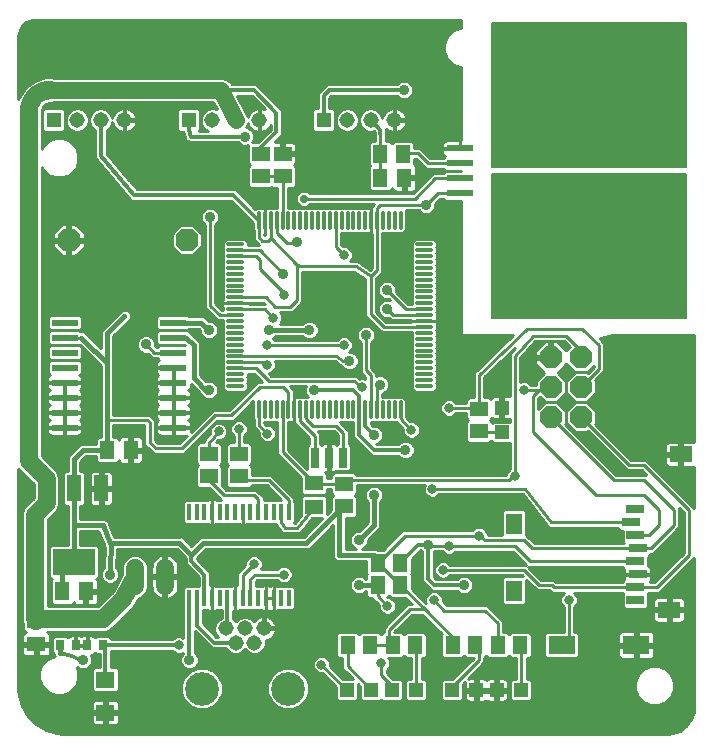
<source format=gtl>
G75*
%MOIN*%
%OFA0B0*%
%FSLAX24Y24*%
%IPPOS*%
%LPD*%
%AMOC8*
5,1,8,0,0,1.08239X$1,22.5*
%
%ADD10C,0.0050*%
%ADD11R,0.0630X0.0512*%
%ADD12R,0.0512X0.0591*%
%ADD13R,0.0512X0.0630*%
%ADD14R,0.0866X0.0236*%
%ADD15C,0.0118*%
%ADD16R,0.0472X0.0472*%
%ADD17OC8,0.0760*%
%ADD18OC8,0.0740*%
%ADD19R,0.0137X0.0550*%
%ADD20R,0.0591X0.0512*%
%ADD21R,0.0480X0.0880*%
%ADD22R,0.1417X0.0866*%
%ADD23R,0.0551X0.0709*%
%ADD24R,0.0748X0.0551*%
%ADD25R,0.0591X0.0315*%
%ADD26R,0.0515X0.0515*%
%ADD27C,0.0515*%
%ADD28R,0.0276X0.0669*%
%ADD29C,0.3543*%
%ADD30R,0.0906X0.0630*%
%ADD31R,0.0870X0.0240*%
%ADD32C,0.0600*%
%ADD33R,0.0276X0.0354*%
%ADD34R,0.0630X0.0551*%
%ADD35C,0.1122*%
%ADD36C,0.0100*%
%ADD37C,0.0317*%
%ADD38C,0.0320*%
%ADD39R,0.0356X0.0356*%
%ADD40C,0.0356*%
%ADD41C,0.0120*%
%ADD42C,0.0160*%
%ADD43C,0.0591*%
%ADD44C,0.0560*%
%ADD45C,0.0157*%
%ADD46C,0.0150*%
%ADD47C,0.0277*%
D10*
X021275Y019386D02*
X021275Y024189D01*
X027749Y024189D01*
X027749Y019386D01*
X021275Y019386D01*
X021275Y019420D02*
X027749Y019420D01*
X027749Y019468D02*
X021275Y019468D01*
X021275Y019517D02*
X027749Y019517D01*
X027749Y019565D02*
X021275Y019565D01*
X021275Y019614D02*
X027749Y019614D01*
X027749Y019662D02*
X021275Y019662D01*
X021275Y019711D02*
X027749Y019711D01*
X027749Y019759D02*
X021275Y019759D01*
X021275Y019808D02*
X027749Y019808D01*
X027749Y019856D02*
X021275Y019856D01*
X021275Y019905D02*
X027749Y019905D01*
X027749Y019953D02*
X021275Y019953D01*
X021275Y020002D02*
X027749Y020002D01*
X027749Y020050D02*
X021275Y020050D01*
X021275Y020099D02*
X027749Y020099D01*
X027749Y020147D02*
X021275Y020147D01*
X021275Y020196D02*
X027749Y020196D01*
X027749Y020244D02*
X021275Y020244D01*
X021275Y020293D02*
X027749Y020293D01*
X027749Y020341D02*
X021275Y020341D01*
X021275Y020390D02*
X027749Y020390D01*
X027749Y020438D02*
X021275Y020438D01*
X021275Y020487D02*
X027749Y020487D01*
X027749Y020535D02*
X021275Y020535D01*
X021275Y020584D02*
X027749Y020584D01*
X027749Y020632D02*
X021275Y020632D01*
X021275Y020681D02*
X027749Y020681D01*
X027749Y020729D02*
X021275Y020729D01*
X021275Y020778D02*
X027749Y020778D01*
X027749Y020826D02*
X021275Y020826D01*
X021275Y020875D02*
X027749Y020875D01*
X027749Y020923D02*
X021275Y020923D01*
X021275Y020972D02*
X027749Y020972D01*
X027749Y021020D02*
X021275Y021020D01*
X021275Y021069D02*
X027749Y021069D01*
X027749Y021117D02*
X021275Y021117D01*
X021275Y021166D02*
X027749Y021166D01*
X027749Y021214D02*
X021275Y021214D01*
X021275Y021263D02*
X027749Y021263D01*
X027749Y021311D02*
X021275Y021311D01*
X021275Y021360D02*
X027749Y021360D01*
X027749Y021408D02*
X021275Y021408D01*
X021275Y021457D02*
X027749Y021457D01*
X027749Y021505D02*
X021275Y021505D01*
X021275Y021554D02*
X027749Y021554D01*
X027749Y021602D02*
X021275Y021602D01*
X021275Y021651D02*
X027749Y021651D01*
X027749Y021699D02*
X021275Y021699D01*
X021275Y021748D02*
X027749Y021748D01*
X027749Y021796D02*
X021275Y021796D01*
X021275Y021845D02*
X027749Y021845D01*
X027749Y021893D02*
X021275Y021893D01*
X021275Y021942D02*
X027749Y021942D01*
X027749Y021990D02*
X021275Y021990D01*
X021275Y022039D02*
X027749Y022039D01*
X027749Y022087D02*
X021275Y022087D01*
X021275Y022136D02*
X027749Y022136D01*
X027749Y022184D02*
X021275Y022184D01*
X021275Y022233D02*
X027749Y022233D01*
X027749Y022281D02*
X021275Y022281D01*
X021275Y022330D02*
X027749Y022330D01*
X027749Y022378D02*
X021275Y022378D01*
X021275Y022427D02*
X027749Y022427D01*
X027749Y022475D02*
X021275Y022475D01*
X021275Y022524D02*
X027749Y022524D01*
X027749Y022572D02*
X021275Y022572D01*
X021275Y022621D02*
X027749Y022621D01*
X027749Y022669D02*
X021275Y022669D01*
X021275Y022718D02*
X027749Y022718D01*
X027749Y022766D02*
X021275Y022766D01*
X021275Y022815D02*
X027749Y022815D01*
X027749Y022863D02*
X021275Y022863D01*
X021275Y022912D02*
X027749Y022912D01*
X027749Y022960D02*
X021275Y022960D01*
X021275Y023009D02*
X027749Y023009D01*
X027749Y023057D02*
X021275Y023057D01*
X021275Y023106D02*
X027749Y023106D01*
X027749Y023154D02*
X021275Y023154D01*
X021275Y023203D02*
X027749Y023203D01*
X027749Y023251D02*
X021275Y023251D01*
X021275Y023300D02*
X027749Y023300D01*
X027749Y023348D02*
X021275Y023348D01*
X021275Y023397D02*
X027749Y023397D01*
X027749Y023445D02*
X021275Y023445D01*
X021275Y023494D02*
X027749Y023494D01*
X027749Y023542D02*
X021275Y023542D01*
X021275Y023591D02*
X027749Y023591D01*
X027749Y023639D02*
X021275Y023639D01*
X021275Y023688D02*
X027749Y023688D01*
X027749Y023736D02*
X021275Y023736D01*
X021275Y023785D02*
X027749Y023785D01*
X027749Y023833D02*
X021275Y023833D01*
X021275Y023882D02*
X027749Y023882D01*
X027749Y023930D02*
X021275Y023930D01*
X021275Y023979D02*
X027749Y023979D01*
X027749Y024027D02*
X021275Y024027D01*
X021275Y024076D02*
X027749Y024076D01*
X027749Y024124D02*
X021275Y024124D01*
X021275Y024173D02*
X027749Y024173D01*
X027749Y024425D02*
X021275Y024425D01*
X021275Y029228D01*
X027749Y029228D01*
X027749Y024425D01*
X027749Y024464D02*
X021275Y024464D01*
X021275Y024512D02*
X027749Y024512D01*
X027749Y024561D02*
X021275Y024561D01*
X021275Y024609D02*
X027749Y024609D01*
X027749Y024658D02*
X021275Y024658D01*
X021275Y024706D02*
X027749Y024706D01*
X027749Y024755D02*
X021275Y024755D01*
X021275Y024803D02*
X027749Y024803D01*
X027749Y024852D02*
X021275Y024852D01*
X021275Y024900D02*
X027749Y024900D01*
X027749Y024949D02*
X021275Y024949D01*
X021275Y024997D02*
X027749Y024997D01*
X027749Y025046D02*
X021275Y025046D01*
X021275Y025094D02*
X027749Y025094D01*
X027749Y025143D02*
X021275Y025143D01*
X021275Y025191D02*
X027749Y025191D01*
X027749Y025240D02*
X021275Y025240D01*
X021275Y025288D02*
X027749Y025288D01*
X027749Y025337D02*
X021275Y025337D01*
X021275Y025385D02*
X027749Y025385D01*
X027749Y025434D02*
X021275Y025434D01*
X021275Y025482D02*
X027749Y025482D01*
X027749Y025531D02*
X021275Y025531D01*
X021275Y025579D02*
X027749Y025579D01*
X027749Y025628D02*
X021275Y025628D01*
X021275Y025676D02*
X027749Y025676D01*
X027749Y025725D02*
X021275Y025725D01*
X021275Y025773D02*
X027749Y025773D01*
X027749Y025822D02*
X021275Y025822D01*
X021275Y025870D02*
X027749Y025870D01*
X027749Y025919D02*
X021275Y025919D01*
X021275Y025967D02*
X027749Y025967D01*
X027749Y026016D02*
X021275Y026016D01*
X021275Y026064D02*
X027749Y026064D01*
X027749Y026113D02*
X021275Y026113D01*
X021275Y026161D02*
X027749Y026161D01*
X027749Y026210D02*
X021275Y026210D01*
X021275Y026258D02*
X027749Y026258D01*
X027749Y026307D02*
X021275Y026307D01*
X021275Y026355D02*
X027749Y026355D01*
X027749Y026404D02*
X021275Y026404D01*
X021275Y026452D02*
X027749Y026452D01*
X027749Y026501D02*
X021275Y026501D01*
X021275Y026549D02*
X027749Y026549D01*
X027749Y026598D02*
X021275Y026598D01*
X021275Y026646D02*
X027749Y026646D01*
X027749Y026695D02*
X021275Y026695D01*
X021275Y026743D02*
X027749Y026743D01*
X027749Y026792D02*
X021275Y026792D01*
X021275Y026840D02*
X027749Y026840D01*
X027749Y026889D02*
X021275Y026889D01*
X021275Y026937D02*
X027749Y026937D01*
X027749Y026986D02*
X021275Y026986D01*
X021275Y027034D02*
X027749Y027034D01*
X027749Y027083D02*
X021275Y027083D01*
X021275Y027131D02*
X027749Y027131D01*
X027749Y027180D02*
X021275Y027180D01*
X021275Y027228D02*
X027749Y027228D01*
X027749Y027277D02*
X021275Y027277D01*
X021275Y027325D02*
X027749Y027325D01*
X027749Y027374D02*
X021275Y027374D01*
X021275Y027422D02*
X027749Y027422D01*
X027749Y027471D02*
X021275Y027471D01*
X021275Y027519D02*
X027749Y027519D01*
X027749Y027568D02*
X021275Y027568D01*
X021275Y027616D02*
X027749Y027616D01*
X027749Y027665D02*
X021275Y027665D01*
X021275Y027713D02*
X027749Y027713D01*
X027749Y027762D02*
X021275Y027762D01*
X021275Y027810D02*
X027749Y027810D01*
X027749Y027859D02*
X021275Y027859D01*
X021275Y027907D02*
X027749Y027907D01*
X027749Y027956D02*
X021275Y027956D01*
X021275Y028004D02*
X027749Y028004D01*
X027749Y028053D02*
X021275Y028053D01*
X021275Y028101D02*
X027749Y028101D01*
X027749Y028150D02*
X021275Y028150D01*
X021275Y028198D02*
X027749Y028198D01*
X027749Y028247D02*
X021275Y028247D01*
X021275Y028295D02*
X027749Y028295D01*
X027749Y028344D02*
X021275Y028344D01*
X021275Y028392D02*
X027749Y028392D01*
X027749Y028441D02*
X021275Y028441D01*
X021275Y028489D02*
X027749Y028489D01*
X027749Y028538D02*
X021275Y028538D01*
X021275Y028586D02*
X027749Y028586D01*
X027749Y028635D02*
X021275Y028635D01*
X021275Y028683D02*
X027749Y028683D01*
X027749Y028732D02*
X021275Y028732D01*
X021275Y028780D02*
X027749Y028780D01*
X027749Y028829D02*
X021275Y028829D01*
X021275Y028877D02*
X027749Y028877D01*
X027749Y028926D02*
X021275Y028926D01*
X021275Y028974D02*
X027749Y028974D01*
X027749Y029023D02*
X021275Y029023D01*
X021275Y029071D02*
X027749Y029071D01*
X027749Y029120D02*
X021275Y029120D01*
X021275Y029168D02*
X027749Y029168D01*
X027749Y029217D02*
X021275Y029217D01*
D11*
X015333Y013894D03*
X015333Y013106D03*
X006081Y009315D03*
X006081Y008528D03*
D12*
X016459Y008500D03*
X017207Y008500D03*
X017959Y008500D03*
X018707Y008500D03*
X019959Y008500D03*
X020707Y008500D03*
X021459Y008500D03*
X022207Y008500D03*
X018207Y010500D03*
X017459Y010500D03*
X017459Y011250D03*
X018207Y011250D03*
X018294Y024870D03*
X017546Y024870D03*
D13*
X017550Y024083D03*
X018337Y024083D03*
X009227Y015000D03*
X008440Y015000D03*
X007723Y010287D03*
X006936Y010287D03*
D14*
X007022Y015750D03*
X007022Y016250D03*
X007022Y016750D03*
X007022Y017250D03*
X007022Y017750D03*
X007022Y018250D03*
X007022Y018750D03*
X007022Y019250D03*
X010644Y019250D03*
X010644Y018750D03*
X010644Y018250D03*
X010644Y017750D03*
X010644Y017250D03*
X010644Y016750D03*
X010644Y016250D03*
X010644Y015750D03*
D15*
X012475Y017138D02*
X012947Y017138D01*
X012947Y017335D02*
X012475Y017335D01*
X012475Y017531D02*
X012947Y017531D01*
X012947Y017728D02*
X012475Y017728D01*
X012475Y017925D02*
X012947Y017925D01*
X012947Y018122D02*
X012475Y018122D01*
X012475Y018319D02*
X012947Y018319D01*
X012947Y018516D02*
X012475Y018516D01*
X012475Y018713D02*
X012947Y018713D01*
X012947Y018909D02*
X012475Y018909D01*
X012475Y019106D02*
X012947Y019106D01*
X012947Y019303D02*
X012475Y019303D01*
X012475Y019500D02*
X012947Y019500D01*
X012947Y019697D02*
X012475Y019697D01*
X012475Y019894D02*
X012947Y019894D01*
X012947Y020091D02*
X012475Y020091D01*
X012475Y020287D02*
X012947Y020287D01*
X012947Y020484D02*
X012475Y020484D01*
X012475Y020681D02*
X012947Y020681D01*
X012947Y020878D02*
X012475Y020878D01*
X012475Y021075D02*
X012947Y021075D01*
X012947Y021272D02*
X012475Y021272D01*
X012475Y021469D02*
X012947Y021469D01*
X012947Y021665D02*
X012475Y021665D01*
X012475Y021862D02*
X012947Y021862D01*
X013499Y022414D02*
X013499Y022886D01*
X013696Y022886D02*
X013696Y022414D01*
X013892Y022414D02*
X013892Y022886D01*
X014089Y022886D02*
X014089Y022414D01*
X014286Y022414D02*
X014286Y022886D01*
X014483Y022886D02*
X014483Y022414D01*
X014680Y022414D02*
X014680Y022886D01*
X014877Y022886D02*
X014877Y022414D01*
X015073Y022414D02*
X015073Y022886D01*
X015270Y022886D02*
X015270Y022414D01*
X015467Y022414D02*
X015467Y022886D01*
X015664Y022886D02*
X015664Y022414D01*
X015861Y022414D02*
X015861Y022886D01*
X016058Y022886D02*
X016058Y022414D01*
X016255Y022414D02*
X016255Y022886D01*
X016451Y022886D02*
X016451Y022414D01*
X016648Y022414D02*
X016648Y022886D01*
X016845Y022886D02*
X016845Y022414D01*
X017042Y022414D02*
X017042Y022886D01*
X017239Y022886D02*
X017239Y022414D01*
X017436Y022414D02*
X017436Y022886D01*
X017633Y022886D02*
X017633Y022414D01*
X017829Y022414D02*
X017829Y022886D01*
X018026Y022886D02*
X018026Y022414D01*
X018223Y022414D02*
X018223Y022886D01*
X018774Y021862D02*
X019246Y021862D01*
X019246Y021665D02*
X018774Y021665D01*
X018774Y021469D02*
X019246Y021469D01*
X019246Y021272D02*
X018774Y021272D01*
X018774Y021075D02*
X019246Y021075D01*
X019246Y020878D02*
X018774Y020878D01*
X018774Y020681D02*
X019246Y020681D01*
X019246Y020484D02*
X018774Y020484D01*
X018774Y020287D02*
X019246Y020287D01*
X019246Y020091D02*
X018774Y020091D01*
X018774Y019894D02*
X019246Y019894D01*
X019246Y019697D02*
X018774Y019697D01*
X018774Y019500D02*
X019246Y019500D01*
X019246Y019303D02*
X018774Y019303D01*
X018774Y019106D02*
X019246Y019106D01*
X019246Y018909D02*
X018774Y018909D01*
X018774Y018713D02*
X019246Y018713D01*
X019246Y018516D02*
X018774Y018516D01*
X018774Y018319D02*
X019246Y018319D01*
X019246Y018122D02*
X018774Y018122D01*
X018774Y017925D02*
X019246Y017925D01*
X019246Y017728D02*
X018774Y017728D01*
X018774Y017531D02*
X019246Y017531D01*
X019246Y017335D02*
X018774Y017335D01*
X018774Y017138D02*
X019246Y017138D01*
X018223Y016586D02*
X018223Y016114D01*
X018026Y016114D02*
X018026Y016586D01*
X017829Y016586D02*
X017829Y016114D01*
X017633Y016114D02*
X017633Y016586D01*
X017436Y016586D02*
X017436Y016114D01*
X017239Y016114D02*
X017239Y016586D01*
X017042Y016586D02*
X017042Y016114D01*
X016845Y016114D02*
X016845Y016586D01*
X016648Y016586D02*
X016648Y016114D01*
X016451Y016114D02*
X016451Y016586D01*
X016255Y016586D02*
X016255Y016114D01*
X016058Y016114D02*
X016058Y016586D01*
X015861Y016586D02*
X015861Y016114D01*
X015664Y016114D02*
X015664Y016586D01*
X015467Y016586D02*
X015467Y016114D01*
X015270Y016114D02*
X015270Y016586D01*
X015073Y016586D02*
X015073Y016114D01*
X014877Y016114D02*
X014877Y016586D01*
X014680Y016586D02*
X014680Y016114D01*
X014483Y016114D02*
X014483Y016586D01*
X014286Y016586D02*
X014286Y016114D01*
X014089Y016114D02*
X014089Y016586D01*
X013892Y016586D02*
X013892Y016114D01*
X013696Y016114D02*
X013696Y016586D01*
X013499Y016586D02*
X013499Y016114D01*
D16*
X021597Y016413D03*
X021597Y015587D03*
X021420Y007000D03*
X020747Y007000D03*
X019920Y007000D03*
X018747Y007000D03*
X017920Y007000D03*
X017247Y007000D03*
X016420Y007000D03*
X022247Y007000D03*
D17*
X011093Y022000D03*
X007156Y022000D03*
D18*
X023233Y018100D03*
X024233Y018100D03*
X024233Y017100D03*
X023233Y017100D03*
X023233Y016100D03*
X024233Y016100D03*
D19*
X014497Y012939D03*
X014241Y012939D03*
X013985Y012939D03*
X013729Y012939D03*
X013473Y012939D03*
X013217Y012939D03*
X012961Y012939D03*
X012705Y012939D03*
X012449Y012939D03*
X012194Y012939D03*
X011938Y012939D03*
X011682Y012939D03*
X011426Y012939D03*
X011170Y012939D03*
X011170Y010061D03*
X011426Y010061D03*
X011682Y010061D03*
X011938Y010061D03*
X012194Y010061D03*
X012449Y010061D03*
X012705Y010061D03*
X012961Y010061D03*
X013217Y010061D03*
X013473Y010061D03*
X013729Y010061D03*
X013985Y010061D03*
X014241Y010061D03*
X014497Y010061D03*
D20*
X016333Y013126D03*
X016333Y013874D03*
X012833Y014126D03*
X011833Y014126D03*
X011833Y014874D03*
X012833Y014874D03*
X020833Y015626D03*
X020833Y016374D03*
X014295Y024126D03*
X013552Y024126D03*
X013552Y024874D03*
X014295Y024874D03*
D21*
X008243Y013720D03*
X007333Y013720D03*
X006423Y013720D03*
D22*
X007333Y011280D03*
D23*
X021991Y010307D03*
X021991Y012551D03*
D24*
X027168Y009677D03*
X027562Y014854D03*
D25*
X026046Y013020D03*
X025888Y012587D03*
X026046Y012154D03*
X026125Y011720D03*
X026046Y011287D03*
X026125Y010854D03*
X026046Y010421D03*
X026046Y009988D03*
D26*
X015652Y026000D03*
X011152Y026000D03*
X006652Y026000D03*
D27*
X007440Y026000D03*
X008227Y026000D03*
X009014Y026000D03*
X011940Y026000D03*
X012727Y026000D03*
X013514Y026000D03*
X016440Y026000D03*
X017227Y026000D03*
X018014Y026000D03*
X013663Y009058D03*
X013348Y008585D03*
X013033Y009058D03*
X012718Y008585D03*
X012403Y009058D03*
D28*
X015361Y014750D03*
X015833Y014750D03*
X016306Y014750D03*
D29*
X024231Y021354D03*
X024231Y027260D03*
D30*
X023593Y008500D03*
X026073Y008500D03*
D31*
X022257Y023553D03*
X022257Y024053D03*
X022257Y024553D03*
X022257Y025053D03*
X020197Y025053D03*
X020197Y024553D03*
X020197Y024053D03*
X020197Y023553D03*
D32*
X010367Y011071D02*
X010367Y010471D01*
X009367Y010471D02*
X009367Y011071D01*
D33*
X008289Y008500D03*
X007777Y008500D03*
X007389Y008500D03*
X006877Y008500D03*
D34*
X008383Y007351D03*
X008383Y006249D03*
D35*
X011596Y007050D03*
X014470Y007050D03*
D36*
X006156Y005796D02*
X027738Y005796D01*
X027750Y005804D02*
X027530Y005644D01*
X027273Y005561D01*
X027137Y005550D01*
X006949Y005550D01*
X006758Y005563D01*
X006388Y005662D01*
X006057Y005853D01*
X005786Y006123D01*
X005595Y006455D01*
X005496Y006824D01*
X005483Y007016D01*
X005483Y014375D01*
X005999Y013859D01*
X005999Y013416D01*
X005674Y013090D01*
X005609Y012934D01*
X005609Y009278D01*
X005637Y009211D01*
X005637Y009006D01*
X005712Y008930D01*
X005734Y008930D01*
X005708Y008923D01*
X005674Y008903D01*
X005646Y008876D01*
X005626Y008841D01*
X005616Y008803D01*
X005616Y008578D01*
X006031Y008578D01*
X006031Y008478D01*
X006131Y008478D01*
X006131Y008578D01*
X006546Y008578D01*
X006546Y008803D01*
X006535Y008841D01*
X006516Y008876D01*
X006488Y008903D01*
X006453Y008923D01*
X006427Y008930D01*
X006449Y008930D01*
X006457Y008938D01*
X008386Y008938D01*
X008542Y009003D01*
X009252Y009713D01*
X009301Y009752D01*
X009311Y009772D01*
X009327Y009787D01*
X009351Y009846D01*
X009458Y010045D01*
X009610Y010108D01*
X009731Y010228D01*
X009796Y010386D01*
X009796Y010797D01*
X009798Y010813D01*
X009796Y010818D01*
X009796Y011157D01*
X009731Y011314D01*
X009610Y011435D01*
X009452Y011500D01*
X009282Y011500D01*
X009124Y011435D01*
X009004Y011314D01*
X008938Y011157D01*
X008938Y010869D01*
X008623Y010283D01*
X008126Y009786D01*
X006457Y009786D01*
X006457Y012674D01*
X006664Y012881D01*
X006783Y013000D01*
X006847Y013156D01*
X006847Y014119D01*
X006783Y014275D01*
X006664Y014394D01*
X006257Y014801D01*
X006257Y024428D01*
X006282Y024368D01*
X006465Y024185D01*
X006704Y024086D01*
X006963Y024086D01*
X007202Y024185D01*
X007384Y024368D01*
X007483Y024607D01*
X007483Y024866D01*
X007384Y025104D01*
X007202Y025287D01*
X006963Y025386D01*
X006704Y025386D01*
X006465Y025287D01*
X006282Y025104D01*
X006257Y025044D01*
X006257Y026293D01*
X006261Y026337D01*
X006288Y026421D01*
X006340Y026493D01*
X006412Y026545D01*
X006496Y026572D01*
X006540Y026576D01*
X006625Y026576D01*
X006662Y026591D01*
X011974Y026591D01*
X012093Y026355D01*
X012016Y026386D01*
X011863Y026386D01*
X011721Y026327D01*
X011612Y026219D01*
X011553Y026077D01*
X011553Y025923D01*
X011612Y025781D01*
X011721Y025673D01*
X011803Y025639D01*
X011488Y025639D01*
X011538Y025689D01*
X011538Y026311D01*
X011463Y026386D01*
X010841Y026386D01*
X010766Y026311D01*
X010766Y025689D01*
X010841Y025614D01*
X010963Y025614D01*
X010963Y025603D01*
X010988Y025578D01*
X011045Y025418D01*
X011045Y025372D01*
X011069Y025347D01*
X011081Y025314D01*
X011123Y025294D01*
X011155Y025261D01*
X011190Y025261D01*
X011222Y025246D01*
X011265Y025261D01*
X012788Y025261D01*
X012860Y025190D01*
X012972Y025143D01*
X013094Y025143D01*
X013128Y025157D01*
X013128Y024565D01*
X013193Y024500D01*
X013128Y024435D01*
X013128Y023817D01*
X013204Y023741D01*
X013901Y023741D01*
X013923Y023764D01*
X013946Y023741D01*
X014107Y023741D01*
X014107Y023074D01*
X014011Y023074D01*
X013991Y023053D01*
X013970Y023074D01*
X013815Y023074D01*
X013805Y023064D01*
X013776Y023081D01*
X013723Y023095D01*
X013696Y023095D01*
X013696Y022650D01*
X013696Y022650D01*
X013696Y023095D01*
X013668Y023095D01*
X013615Y023081D01*
X013586Y023064D01*
X013576Y023074D01*
X013421Y023074D01*
X013381Y023034D01*
X012726Y023689D01*
X009421Y023689D01*
X008422Y024870D01*
X008418Y025661D01*
X008446Y025673D01*
X008554Y025781D01*
X008613Y025923D01*
X008613Y025928D01*
X008617Y025905D01*
X008637Y025844D01*
X008666Y025786D01*
X008704Y025735D01*
X008749Y025689D01*
X008801Y025651D01*
X008858Y025622D01*
X008919Y025603D01*
X008982Y025593D01*
X008986Y025593D01*
X008986Y025971D01*
X009043Y025971D01*
X009043Y025593D01*
X009047Y025593D01*
X009110Y025603D01*
X009171Y025622D01*
X009228Y025651D01*
X009280Y025689D01*
X009325Y025735D01*
X009363Y025786D01*
X009392Y025844D01*
X009412Y025905D01*
X009422Y025968D01*
X009422Y025971D01*
X009043Y025971D01*
X009043Y026029D01*
X008986Y026029D01*
X008986Y026407D01*
X008982Y026407D01*
X008919Y026397D01*
X008858Y026378D01*
X008801Y026349D01*
X008749Y026311D01*
X008704Y026265D01*
X008666Y026214D01*
X008637Y026156D01*
X008617Y026095D01*
X008613Y026072D01*
X008613Y026077D01*
X008554Y026219D01*
X008446Y026327D01*
X008304Y026386D01*
X008150Y026386D01*
X008008Y026327D01*
X007900Y026219D01*
X007841Y026077D01*
X007841Y025923D01*
X007900Y025781D01*
X008008Y025673D01*
X008040Y025659D01*
X008045Y024807D01*
X008039Y024738D01*
X008045Y024730D01*
X008045Y024721D01*
X008095Y024672D01*
X009145Y023431D01*
X009145Y023422D01*
X009194Y023372D01*
X009240Y023318D01*
X009249Y023318D01*
X009255Y023311D01*
X009325Y023311D01*
X009396Y023305D01*
X009402Y023311D01*
X012570Y023311D01*
X013311Y022570D01*
X013311Y022336D01*
X013320Y022327D01*
X013320Y022013D01*
X013422Y021910D01*
X013488Y021844D01*
X013135Y021844D01*
X013135Y021940D01*
X013025Y022050D01*
X012397Y022050D01*
X012287Y021940D01*
X012287Y021784D01*
X012308Y021764D01*
X012287Y021743D01*
X012287Y021588D01*
X012308Y021567D01*
X012287Y021546D01*
X012287Y021391D01*
X012308Y021370D01*
X012287Y021349D01*
X012287Y021194D01*
X012308Y021173D01*
X012287Y021153D01*
X012287Y020997D01*
X012308Y020976D01*
X012287Y020956D01*
X012287Y020800D01*
X012308Y020780D01*
X012287Y020759D01*
X012287Y020603D01*
X012308Y020583D01*
X012287Y020562D01*
X012287Y020406D01*
X012308Y020386D01*
X012287Y020365D01*
X012287Y020210D01*
X012308Y020189D01*
X012287Y020168D01*
X012287Y020013D01*
X012297Y020003D01*
X012280Y019974D01*
X012266Y019921D01*
X012266Y019894D01*
X012711Y019894D01*
X012711Y019894D01*
X012266Y019894D01*
X012266Y019866D01*
X012280Y019813D01*
X012297Y019784D01*
X012287Y019775D01*
X012287Y019683D01*
X012258Y019683D01*
X012048Y019893D01*
X012048Y022516D01*
X012129Y022598D01*
X012176Y022711D01*
X012176Y022833D01*
X012129Y022945D01*
X012043Y023032D01*
X011930Y023079D01*
X011808Y023079D01*
X011695Y023032D01*
X011609Y022945D01*
X011562Y022833D01*
X011562Y022711D01*
X011609Y022598D01*
X011690Y022516D01*
X011690Y019745D01*
X011795Y019640D01*
X012110Y019325D01*
X012287Y019325D01*
X012287Y019225D01*
X012308Y019205D01*
X012287Y019184D01*
X012287Y019029D01*
X012308Y019008D01*
X012287Y018987D01*
X012287Y018832D01*
X012308Y018811D01*
X012287Y018790D01*
X012287Y018635D01*
X012308Y018614D01*
X012287Y018594D01*
X012287Y018438D01*
X012308Y018417D01*
X012287Y018397D01*
X012287Y018241D01*
X012308Y018220D01*
X012287Y018200D01*
X012287Y018044D01*
X012308Y018024D01*
X012287Y018003D01*
X012287Y017847D01*
X012308Y017827D01*
X012287Y017806D01*
X012287Y017651D01*
X012308Y017630D01*
X012287Y017609D01*
X012287Y017454D01*
X012308Y017433D01*
X012287Y017412D01*
X012287Y017257D01*
X012308Y017236D01*
X012287Y017216D01*
X012287Y017060D01*
X012397Y016950D01*
X013025Y016950D01*
X013135Y017060D01*
X013135Y017216D01*
X013115Y017236D01*
X013135Y017257D01*
X013135Y017412D01*
X013115Y017433D01*
X013135Y017454D01*
X013135Y017550D01*
X013331Y017550D01*
X013599Y017281D01*
X013448Y017281D01*
X012503Y016336D01*
X011952Y016336D01*
X011227Y015611D01*
X011227Y015612D01*
X011227Y015741D01*
X010653Y015741D01*
X010653Y015482D01*
X011097Y015482D01*
X011098Y015482D01*
X010850Y015234D01*
X010132Y015234D01*
X010040Y015326D01*
X010040Y015995D01*
X009961Y016074D01*
X009856Y016179D01*
X008647Y016179D01*
X008647Y018808D01*
X009222Y019383D01*
X009222Y019554D01*
X009100Y019676D01*
X008928Y019676D01*
X008232Y018980D01*
X008232Y018395D01*
X007669Y018957D01*
X007548Y018957D01*
X007509Y018997D01*
X006536Y018997D01*
X006460Y018921D01*
X006460Y018579D01*
X006536Y018503D01*
X007509Y018503D01*
X007523Y018517D01*
X008232Y017808D01*
X008232Y015444D01*
X008130Y015444D01*
X008055Y015368D01*
X008055Y015207D01*
X007547Y015207D01*
X007247Y014907D01*
X007126Y014786D01*
X007126Y014289D01*
X007040Y014289D01*
X006965Y014213D01*
X006965Y013227D01*
X007040Y013151D01*
X007126Y013151D01*
X007126Y011842D01*
X006571Y011842D01*
X006496Y011766D01*
X006496Y010794D01*
X006571Y010718D01*
X006613Y010718D01*
X006551Y010656D01*
X006551Y009919D01*
X006626Y009844D01*
X007245Y009844D01*
X007320Y009919D01*
X007320Y009941D01*
X007327Y009915D01*
X007347Y009880D01*
X007375Y009852D01*
X007409Y009833D01*
X007447Y009822D01*
X007673Y009822D01*
X007673Y010237D01*
X007773Y010237D01*
X007773Y009822D01*
X007999Y009822D01*
X008037Y009833D01*
X008071Y009852D01*
X008099Y009880D01*
X008119Y009915D01*
X008129Y009953D01*
X008129Y010237D01*
X007773Y010237D01*
X007773Y010337D01*
X008129Y010337D01*
X008129Y010622D01*
X008327Y010622D01*
X008360Y010590D02*
X008273Y010676D01*
X008226Y010789D01*
X008226Y010911D01*
X008273Y011024D01*
X008325Y011075D01*
X008325Y011142D01*
X008330Y011147D01*
X008365Y011752D01*
X008350Y011788D01*
X008319Y011820D01*
X008319Y011865D01*
X008147Y012289D01*
X007541Y012289D01*
X007541Y011842D01*
X008095Y011842D01*
X008171Y011766D01*
X008171Y010794D01*
X008095Y010718D01*
X008075Y010718D01*
X008099Y010694D01*
X008119Y010660D01*
X008129Y010622D01*
X008129Y010524D02*
X008752Y010524D01*
X008707Y010590D02*
X008793Y010676D01*
X008840Y010789D01*
X008840Y010911D01*
X008793Y011024D01*
X008744Y011074D01*
X008780Y011698D01*
X010367Y011698D01*
X010369Y011697D01*
X010453Y011698D01*
X010537Y011698D01*
X010539Y011699D01*
X010761Y011703D01*
X011038Y011426D01*
X011038Y011426D01*
X011056Y011407D01*
X011056Y011210D01*
X011493Y010773D01*
X011493Y010464D01*
X011304Y010464D01*
X011298Y010458D01*
X011292Y010464D01*
X011048Y010464D01*
X010973Y010389D01*
X010973Y009732D01*
X010981Y009724D01*
X010981Y008750D01*
X010890Y008787D01*
X010776Y008787D01*
X010671Y008743D01*
X010616Y008689D01*
X008556Y008689D01*
X008556Y008730D01*
X008480Y008806D01*
X008098Y008806D01*
X008045Y008753D01*
X008035Y008769D01*
X008007Y008797D01*
X007973Y008817D01*
X007935Y008827D01*
X007796Y008827D01*
X007796Y008519D01*
X007759Y008519D01*
X007759Y008827D01*
X007620Y008827D01*
X007583Y008817D01*
X007547Y008827D01*
X007408Y008827D01*
X007408Y008519D01*
X007370Y008519D01*
X007370Y008827D01*
X007232Y008827D01*
X007194Y008817D01*
X007159Y008797D01*
X007131Y008769D01*
X007122Y008753D01*
X007069Y008806D01*
X006686Y008806D01*
X006611Y008730D01*
X006611Y008270D01*
X006676Y008204D01*
X006678Y008155D01*
X006690Y008144D01*
X006465Y008051D01*
X006282Y007868D01*
X006183Y007629D01*
X006183Y007371D01*
X006282Y007132D01*
X006465Y006949D01*
X006704Y006850D01*
X006963Y006850D01*
X007202Y006949D01*
X007384Y007132D01*
X007483Y007371D01*
X007483Y007629D01*
X007422Y007777D01*
X007460Y007740D01*
X007572Y007693D01*
X007694Y007693D01*
X007807Y007740D01*
X007893Y007826D01*
X007940Y007939D01*
X007940Y008061D01*
X008195Y008061D01*
X008195Y007963D02*
X007940Y007963D01*
X007940Y008061D02*
X007894Y008173D01*
X007935Y008173D01*
X007973Y008183D01*
X008007Y008203D01*
X008035Y008231D01*
X008045Y008247D01*
X008098Y008194D01*
X008195Y008194D01*
X008195Y007756D01*
X008015Y007756D01*
X007940Y007680D01*
X007940Y007022D01*
X008015Y006947D01*
X008752Y006947D01*
X008827Y007022D01*
X008827Y007680D01*
X008752Y007756D01*
X008572Y007756D01*
X008572Y008311D01*
X010616Y008311D01*
X010671Y008257D01*
X010776Y008213D01*
X010890Y008213D01*
X010981Y008250D01*
X010981Y008233D01*
X010976Y008227D01*
X010923Y008174D01*
X010876Y008061D01*
X008572Y008061D01*
X008572Y007963D02*
X010876Y007963D01*
X010876Y007939D02*
X010923Y007826D01*
X011010Y007740D01*
X011122Y007693D01*
X011244Y007693D01*
X011357Y007740D01*
X011443Y007826D01*
X011490Y007939D01*
X011490Y008061D01*
X015386Y008061D01*
X015420Y008095D02*
X015339Y008014D01*
X015295Y007907D01*
X015295Y007793D01*
X015339Y007686D01*
X015420Y007605D01*
X015526Y007561D01*
X015606Y007561D01*
X016055Y007112D01*
X016055Y006710D01*
X016130Y006635D01*
X016709Y006635D01*
X016785Y006710D01*
X016785Y007209D01*
X016882Y007112D01*
X016882Y006710D01*
X016957Y006635D01*
X017536Y006635D01*
X017583Y006682D01*
X017583Y006682D01*
X017630Y006635D01*
X018209Y006635D01*
X018285Y006710D01*
X018285Y007290D01*
X018209Y007365D01*
X017958Y007365D01*
X017762Y007561D01*
X017762Y007670D01*
X017828Y007736D01*
X017872Y007843D01*
X017872Y007957D01*
X017828Y008064D01*
X017816Y008076D01*
X018269Y008076D01*
X018333Y008141D01*
X018398Y008076D01*
X018568Y008076D01*
X018568Y007365D01*
X018457Y007365D01*
X018382Y007290D01*
X018382Y006710D01*
X018457Y006635D01*
X019036Y006635D01*
X019112Y006710D01*
X019112Y007290D01*
X019036Y007365D01*
X018925Y007365D01*
X018925Y008076D01*
X019017Y008076D01*
X019092Y008151D01*
X019092Y008849D01*
X019017Y008924D01*
X018398Y008924D01*
X018333Y008859D01*
X018269Y008924D01*
X018012Y008924D01*
X018012Y008926D01*
X018594Y009508D01*
X018946Y009508D01*
X019590Y008864D01*
X019575Y008849D01*
X019092Y008849D01*
X019092Y008751D02*
X019575Y008751D01*
X019575Y008849D02*
X019575Y008151D01*
X019650Y008076D01*
X020269Y008076D01*
X020333Y008141D01*
X020398Y008076D01*
X020655Y008076D01*
X020655Y008074D01*
X019946Y007365D01*
X019630Y007365D01*
X019555Y007290D01*
X019555Y006710D01*
X019630Y006635D01*
X020209Y006635D01*
X020285Y006710D01*
X020285Y007199D01*
X020367Y007281D01*
X020360Y007256D01*
X020360Y007050D01*
X020697Y007050D01*
X020697Y007386D01*
X020491Y007386D01*
X020466Y007379D01*
X021012Y007926D01*
X021012Y008076D01*
X021017Y008076D01*
X021083Y008143D01*
X021150Y008076D01*
X021769Y008076D01*
X021833Y008141D01*
X021898Y008076D01*
X022068Y008076D01*
X022068Y007365D01*
X021957Y007365D01*
X021882Y007290D01*
X021882Y006710D01*
X021957Y006635D01*
X022536Y006635D01*
X022612Y006710D01*
X022612Y007290D01*
X022536Y007365D01*
X022425Y007365D01*
X022425Y008076D01*
X022517Y008076D01*
X022592Y008151D01*
X022592Y008849D01*
X022517Y008924D01*
X021898Y008924D01*
X021833Y008859D01*
X021769Y008924D01*
X021638Y008924D01*
X021638Y009298D01*
X021107Y009829D01*
X019757Y009829D01*
X019622Y009964D01*
X019622Y010057D01*
X019578Y010164D01*
X019497Y010245D01*
X019391Y010289D01*
X019276Y010289D01*
X019170Y010245D01*
X019089Y010164D01*
X019045Y010057D01*
X019045Y009943D01*
X019064Y009896D01*
X018592Y010368D01*
X018592Y010849D01*
X018566Y010875D01*
X018592Y010901D01*
X018592Y011368D01*
X018886Y011661D01*
X018888Y011661D01*
X018945Y011605D01*
X018945Y010622D01*
X018592Y010622D01*
X018592Y010524D02*
X019043Y010524D01*
X018945Y010622D02*
X019145Y010422D01*
X019255Y010311D01*
X020088Y010311D01*
X020160Y010240D01*
X020272Y010193D01*
X020394Y010193D01*
X020507Y010240D01*
X020593Y010326D01*
X020640Y010439D01*
X020640Y010561D01*
X020593Y010674D01*
X020507Y010760D01*
X020394Y010807D01*
X020272Y010807D01*
X020160Y010760D01*
X020088Y010689D01*
X019412Y010689D01*
X019322Y010778D01*
X019322Y011605D01*
X019339Y011621D01*
X019604Y011621D01*
X019670Y011555D01*
X019776Y011511D01*
X019891Y011511D01*
X019997Y011555D01*
X020050Y011609D01*
X021972Y011609D01*
X022367Y011213D01*
X022402Y011179D01*
X019863Y011179D01*
X019797Y011245D01*
X019691Y011289D01*
X019576Y011289D01*
X019470Y011245D01*
X019389Y011164D01*
X019345Y011057D01*
X019345Y010943D01*
X019389Y010836D01*
X019470Y010755D01*
X019576Y010711D01*
X019691Y010711D01*
X019797Y010755D01*
X019863Y010821D01*
X022259Y010821D01*
X022290Y010790D01*
X021662Y010790D01*
X021586Y010715D01*
X021586Y009899D01*
X021662Y009824D01*
X022320Y009824D01*
X022395Y009899D01*
X022395Y010685D01*
X022655Y010426D01*
X022759Y010321D01*
X023181Y010321D01*
X023259Y010243D01*
X023668Y010243D01*
X023589Y010164D01*
X023545Y010057D01*
X023545Y009943D01*
X023589Y009836D01*
X023655Y009770D01*
X023655Y008944D01*
X023087Y008944D01*
X023012Y008868D01*
X023012Y008132D01*
X023087Y008056D01*
X024099Y008056D01*
X024175Y008132D01*
X024175Y008868D01*
X024099Y008944D01*
X024012Y008944D01*
X024012Y009770D01*
X024078Y009836D01*
X024122Y009943D01*
X024122Y010057D01*
X024078Y010164D01*
X023999Y010243D01*
X025622Y010243D01*
X025622Y010210D01*
X025628Y010205D01*
X025622Y010199D01*
X025622Y009777D01*
X025697Y009702D01*
X026395Y009702D01*
X026470Y009777D01*
X026470Y010199D01*
X026464Y010205D01*
X026470Y010210D01*
X026470Y010243D01*
X026829Y010243D01*
X028003Y011417D01*
X028003Y006416D01*
X027993Y006281D01*
X027909Y006023D01*
X027750Y005804D01*
X027815Y005894D02*
X008826Y005894D01*
X008818Y005881D02*
X008838Y005915D01*
X008848Y005953D01*
X008848Y006199D01*
X008433Y006199D01*
X008433Y005823D01*
X008718Y005823D01*
X008756Y005833D01*
X008790Y005853D01*
X008818Y005881D01*
X008848Y005993D02*
X027887Y005993D01*
X027931Y006091D02*
X008848Y006091D01*
X008848Y006190D02*
X027963Y006190D01*
X027993Y006288D02*
X008433Y006288D01*
X008433Y006299D02*
X008848Y006299D01*
X008848Y006544D01*
X008838Y006582D01*
X008818Y006617D01*
X008790Y006644D01*
X008756Y006664D01*
X008718Y006674D01*
X008433Y006674D01*
X008433Y006299D01*
X008333Y006299D01*
X008333Y006199D01*
X007918Y006199D01*
X007918Y005953D01*
X007929Y005915D01*
X007948Y005881D01*
X007976Y005853D01*
X008010Y005833D01*
X008049Y005823D01*
X008333Y005823D01*
X008333Y006199D01*
X008433Y006199D01*
X008433Y006299D01*
X008433Y006387D02*
X008333Y006387D01*
X008333Y006299D02*
X008333Y006674D01*
X008049Y006674D01*
X008010Y006664D01*
X007976Y006644D01*
X007948Y006617D01*
X007929Y006582D01*
X007918Y006544D01*
X007918Y006299D01*
X008333Y006299D01*
X008333Y006288D02*
X005691Y006288D01*
X005634Y006387D02*
X007918Y006387D01*
X007918Y006485D02*
X005587Y006485D01*
X005560Y006584D02*
X007929Y006584D01*
X007918Y006190D02*
X005748Y006190D01*
X005819Y006091D02*
X007918Y006091D01*
X007918Y005993D02*
X005917Y005993D01*
X006016Y005894D02*
X007941Y005894D01*
X008333Y005894D02*
X008433Y005894D01*
X008433Y005993D02*
X008333Y005993D01*
X008333Y006091D02*
X008433Y006091D01*
X008433Y006190D02*
X008333Y006190D01*
X008333Y006485D02*
X008433Y006485D01*
X008433Y006584D02*
X008333Y006584D01*
X007984Y006978D02*
X007230Y006978D01*
X007329Y007076D02*
X007940Y007076D01*
X007940Y007175D02*
X007402Y007175D01*
X007443Y007273D02*
X007940Y007273D01*
X007940Y007372D02*
X007483Y007372D01*
X007483Y007470D02*
X007940Y007470D01*
X007940Y007569D02*
X007483Y007569D01*
X007468Y007667D02*
X007940Y007667D01*
X007833Y007766D02*
X008195Y007766D01*
X008195Y007864D02*
X007909Y007864D01*
X007899Y008160D02*
X008195Y008160D01*
X008572Y008160D02*
X010917Y008160D01*
X010876Y008061D02*
X010876Y007939D01*
X010908Y007864D02*
X008572Y007864D01*
X008572Y007766D02*
X010984Y007766D01*
X011139Y007569D02*
X008827Y007569D01*
X008827Y007667D02*
X011283Y007667D01*
X011206Y007635D02*
X011012Y007441D01*
X010907Y007187D01*
X010907Y006913D01*
X011012Y006659D01*
X011206Y006465D01*
X011459Y006360D01*
X011734Y006360D01*
X011987Y006465D01*
X012181Y006659D01*
X012286Y006913D01*
X012286Y007187D01*
X012181Y007441D01*
X011987Y007635D01*
X011734Y007740D01*
X011459Y007740D01*
X011206Y007635D01*
X011383Y007766D02*
X015306Y007766D01*
X015295Y007864D02*
X011459Y007864D01*
X011490Y007963D02*
X015317Y007963D01*
X015420Y008095D02*
X015526Y008139D01*
X015641Y008139D01*
X015747Y008095D01*
X015828Y008014D01*
X015872Y007907D01*
X015872Y007801D01*
X016308Y007365D01*
X016629Y007365D01*
X016385Y007609D01*
X016385Y007609D01*
X016281Y007713D01*
X016281Y008076D01*
X016150Y008076D01*
X016075Y008151D01*
X016075Y008849D01*
X014014Y008849D01*
X014012Y008844D02*
X014041Y008901D01*
X014061Y008962D01*
X014071Y009026D01*
X014071Y009029D01*
X013692Y009029D01*
X013692Y009087D01*
X013635Y009087D01*
X013635Y009465D01*
X013631Y009465D01*
X013568Y009455D01*
X013507Y009435D01*
X013450Y009406D01*
X013398Y009369D01*
X013352Y009323D01*
X013336Y009301D01*
X013252Y009385D01*
X013110Y009444D01*
X012957Y009444D01*
X012815Y009385D01*
X012718Y009289D01*
X012638Y009369D01*
X012638Y009636D01*
X012705Y009636D01*
X012705Y010061D01*
X012705Y010486D01*
X012617Y010486D01*
X012579Y010475D01*
X012560Y010464D01*
X012328Y010464D01*
X012322Y010458D01*
X012315Y010464D01*
X012083Y010464D01*
X012064Y010475D01*
X012026Y010486D01*
X011938Y010486D01*
X011938Y010061D01*
X011938Y010061D01*
X011938Y010486D01*
X011870Y010486D01*
X011870Y010930D01*
X011760Y011040D01*
X011434Y011367D01*
X011434Y011407D01*
X011452Y011426D01*
X011719Y011692D01*
X014765Y011686D01*
X014851Y011686D01*
X014937Y011686D01*
X015163Y011686D01*
X015285Y011808D01*
X015285Y011813D01*
X015975Y012503D01*
X015975Y011414D01*
X016097Y011291D01*
X017075Y011291D01*
X017075Y010901D01*
X017101Y010875D01*
X017075Y010849D01*
X017075Y010709D01*
X017059Y010709D01*
X017007Y010760D01*
X016894Y010807D01*
X016772Y010807D01*
X016660Y010760D01*
X016573Y010674D01*
X016526Y010561D01*
X016526Y010439D01*
X016573Y010326D01*
X016660Y010240D01*
X016772Y010193D01*
X016894Y010193D01*
X017007Y010240D01*
X017059Y010291D01*
X017075Y010291D01*
X017075Y010151D01*
X017150Y010076D01*
X017281Y010076D01*
X017281Y010050D01*
X017385Y009945D01*
X017385Y009945D01*
X017495Y009836D01*
X017495Y009743D01*
X017539Y009636D01*
X017620Y009555D01*
X017726Y009511D01*
X017841Y009511D01*
X017947Y009555D01*
X018028Y009636D01*
X018072Y009743D01*
X018072Y009857D01*
X018028Y009964D01*
X017947Y010045D01*
X017841Y010089D01*
X017781Y010089D01*
X017833Y010141D01*
X017898Y010076D01*
X018379Y010076D01*
X018589Y009866D01*
X018446Y009866D01*
X017655Y009074D01*
X017655Y008924D01*
X017650Y008924D01*
X017583Y008857D01*
X017517Y008924D01*
X016898Y008924D01*
X016833Y008859D01*
X016769Y008924D01*
X016150Y008924D01*
X016075Y008849D01*
X016075Y008751D02*
X013932Y008751D01*
X013929Y008747D02*
X013974Y008792D01*
X014012Y008844D01*
X014056Y008948D02*
X017655Y008948D01*
X017655Y009046D02*
X013692Y009046D01*
X013692Y009087D02*
X014071Y009087D01*
X014071Y009090D01*
X014061Y009153D01*
X014041Y009214D01*
X014012Y009271D01*
X013974Y009323D01*
X013929Y009369D01*
X013877Y009406D01*
X013820Y009435D01*
X013759Y009455D01*
X013695Y009465D01*
X013692Y009465D01*
X013692Y009087D01*
X013692Y009145D02*
X013635Y009145D01*
X013635Y009243D02*
X013692Y009243D01*
X013692Y009342D02*
X013635Y009342D01*
X013635Y009440D02*
X013692Y009440D01*
X013806Y009440D02*
X018021Y009440D01*
X018119Y009539D02*
X017907Y009539D01*
X018028Y009637D02*
X018218Y009637D01*
X018316Y009736D02*
X018069Y009736D01*
X018072Y009834D02*
X018415Y009834D01*
X018522Y009933D02*
X018041Y009933D01*
X017961Y010031D02*
X018424Y010031D01*
X018520Y009687D02*
X019020Y009687D01*
X019959Y008748D01*
X019959Y008500D01*
X019575Y008455D02*
X019092Y008455D01*
X019092Y008357D02*
X019575Y008357D01*
X019575Y008258D02*
X019092Y008258D01*
X019092Y008160D02*
X019575Y008160D01*
X019575Y008554D02*
X019092Y008554D01*
X019092Y008652D02*
X019575Y008652D01*
X019507Y008948D02*
X018034Y008948D01*
X018132Y009046D02*
X019409Y009046D01*
X019310Y009145D02*
X018231Y009145D01*
X018329Y009243D02*
X019212Y009243D01*
X019113Y009342D02*
X018428Y009342D01*
X018526Y009440D02*
X019015Y009440D01*
X019020Y009687D02*
X018207Y010500D01*
X017459Y011250D01*
X018359Y012150D01*
X020833Y012150D01*
X021033Y012000D01*
X022333Y012000D01*
X022613Y011720D01*
X026125Y011720D01*
X026554Y011720D01*
X027333Y012500D01*
X027333Y013000D01*
X026333Y014000D01*
X025333Y014000D01*
X023233Y016100D01*
X022862Y016434D02*
X022812Y016434D01*
X022812Y016384D02*
X022812Y016726D01*
X022857Y016771D01*
X023027Y016601D01*
X023440Y016601D01*
X023732Y016893D01*
X023732Y017307D01*
X023454Y017585D01*
X023748Y017880D01*
X024027Y017601D01*
X024440Y017601D01*
X024655Y017816D01*
X024655Y017774D01*
X024460Y017579D01*
X024440Y017599D01*
X024027Y017599D01*
X023735Y017307D01*
X023735Y016893D01*
X024027Y016601D01*
X024440Y016601D01*
X024732Y016893D01*
X024732Y017307D01*
X024712Y017326D01*
X024907Y017521D01*
X024907Y017521D01*
X025012Y017626D01*
X025012Y018574D01*
X024907Y018679D01*
X024865Y018721D01*
X025294Y018850D01*
X028003Y018850D01*
X028003Y015264D01*
X027994Y015270D01*
X027955Y015280D01*
X027612Y015280D01*
X027612Y014904D01*
X027512Y014904D01*
X027512Y014804D01*
X027612Y014804D01*
X027612Y014429D01*
X027955Y014429D01*
X027994Y014439D01*
X028003Y014445D01*
X028003Y013083D01*
X027907Y013179D01*
X026407Y014679D01*
X025907Y014679D01*
X024712Y015874D01*
X024732Y015893D01*
X024732Y016307D01*
X024440Y016599D01*
X024027Y016599D01*
X023735Y016307D01*
X023735Y015893D01*
X024027Y015601D01*
X024440Y015601D01*
X024460Y015621D01*
X025655Y014426D01*
X025759Y014321D01*
X026259Y014321D01*
X026402Y014179D01*
X025407Y014179D01*
X023712Y015874D01*
X023732Y015893D01*
X023732Y016307D01*
X023440Y016599D01*
X023027Y016599D01*
X022812Y016384D01*
X022812Y016532D02*
X022960Y016532D01*
X022997Y016631D02*
X022812Y016631D01*
X022815Y016729D02*
X022899Y016729D01*
X022633Y016800D02*
X022833Y017000D01*
X022333Y017000D01*
X022212Y017262D02*
X022212Y018080D01*
X022712Y018621D01*
X023659Y018621D01*
X023854Y018426D01*
X023748Y018320D01*
X023449Y018620D01*
X023283Y018620D01*
X023283Y018150D01*
X023183Y018150D01*
X023183Y018050D01*
X022713Y018050D01*
X022713Y017885D01*
X023013Y017585D01*
X022735Y017307D01*
X022735Y017179D01*
X022563Y017179D01*
X022497Y017245D01*
X022391Y017289D01*
X022276Y017289D01*
X022212Y017262D01*
X022212Y017320D02*
X022748Y017320D01*
X022735Y017222D02*
X022520Y017222D01*
X022212Y017419D02*
X022847Y017419D01*
X022945Y017517D02*
X022212Y017517D01*
X022212Y017616D02*
X022982Y017616D01*
X022884Y017714D02*
X022212Y017714D01*
X022212Y017813D02*
X022785Y017813D01*
X022713Y017911D02*
X022212Y017911D01*
X022212Y018010D02*
X022713Y018010D01*
X022713Y018150D02*
X023183Y018150D01*
X023183Y018620D01*
X023018Y018620D01*
X022713Y018315D01*
X022713Y018150D01*
X022713Y018207D02*
X022329Y018207D01*
X022420Y018305D02*
X022713Y018305D01*
X022801Y018404D02*
X022511Y018404D01*
X022602Y018502D02*
X022900Y018502D01*
X022998Y018601D02*
X022692Y018601D01*
X022633Y018800D02*
X022033Y018150D01*
X022033Y014150D01*
X021983Y014150D01*
X021833Y014000D01*
X016459Y014000D01*
X016333Y013874D01*
X015353Y013874D01*
X015333Y013894D01*
X014286Y014941D01*
X014286Y016350D01*
X014483Y016350D02*
X014483Y016929D01*
X014310Y017102D01*
X013522Y017102D01*
X012577Y016157D01*
X012026Y016157D01*
X010924Y015055D01*
X010058Y015055D01*
X009861Y015252D01*
X009861Y015921D01*
X009782Y016000D01*
X008440Y016000D01*
X008232Y016040D02*
X007575Y016040D01*
X007595Y016074D01*
X007605Y016112D01*
X007605Y016241D01*
X007031Y016241D01*
X007031Y015759D01*
X007013Y015759D01*
X007013Y015741D01*
X006439Y015741D01*
X006439Y015612D01*
X006449Y015574D01*
X006469Y015540D01*
X006497Y015512D01*
X006531Y015492D01*
X006569Y015482D01*
X007013Y015482D01*
X007013Y015741D01*
X007031Y015741D01*
X007031Y015482D01*
X007475Y015482D01*
X007513Y015492D01*
X007547Y015512D01*
X007575Y015540D01*
X007595Y015574D01*
X007605Y015612D01*
X007605Y015741D01*
X007031Y015741D01*
X007031Y015759D01*
X007605Y015759D01*
X007605Y015888D01*
X007595Y015926D01*
X007575Y015960D01*
X007547Y015988D01*
X007527Y016000D01*
X007547Y016012D01*
X007575Y016040D01*
X007586Y015941D02*
X008232Y015941D01*
X008232Y015843D02*
X007605Y015843D01*
X007605Y015646D02*
X008232Y015646D01*
X008232Y015744D02*
X007031Y015744D01*
X007013Y015744D02*
X006257Y015744D01*
X006257Y015646D02*
X006439Y015646D01*
X006465Y015547D02*
X006257Y015547D01*
X006257Y015449D02*
X008232Y015449D01*
X008232Y015547D02*
X007580Y015547D01*
X007031Y015547D02*
X007013Y015547D01*
X007013Y015646D02*
X007031Y015646D01*
X007013Y015759D02*
X006439Y015759D01*
X006439Y015888D01*
X006449Y015926D01*
X006469Y015960D01*
X006497Y015988D01*
X006518Y016000D01*
X006497Y016012D01*
X006469Y016040D01*
X006449Y016074D01*
X006439Y016112D01*
X006439Y016241D01*
X007013Y016241D01*
X007013Y016259D01*
X006439Y016259D01*
X006439Y016388D01*
X006449Y016426D01*
X006469Y016460D01*
X006497Y016488D01*
X006518Y016500D01*
X006497Y016512D01*
X006469Y016540D01*
X006449Y016574D01*
X006439Y016612D01*
X006439Y016741D01*
X007013Y016741D01*
X007013Y016759D01*
X006439Y016759D01*
X006439Y016888D01*
X006449Y016926D01*
X006469Y016960D01*
X006497Y016988D01*
X006518Y017000D01*
X006497Y017012D01*
X006469Y017040D01*
X006449Y017074D01*
X006439Y017112D01*
X006439Y017241D01*
X007013Y017241D01*
X007013Y017259D01*
X006439Y017259D01*
X006439Y017388D01*
X006449Y017426D01*
X006469Y017460D01*
X006497Y017488D01*
X006531Y017508D01*
X006460Y017579D01*
X006460Y017921D01*
X006536Y017997D01*
X007509Y017997D01*
X007584Y017921D01*
X007584Y017579D01*
X007513Y017508D01*
X007547Y017488D01*
X007575Y017460D01*
X007595Y017426D01*
X007605Y017388D01*
X007605Y017259D01*
X007031Y017259D01*
X007031Y017241D01*
X007031Y016982D01*
X007031Y016759D01*
X007013Y016759D01*
X007013Y017241D01*
X007031Y017241D01*
X007605Y017241D01*
X007605Y017112D01*
X007595Y017074D01*
X007575Y017040D01*
X007547Y017012D01*
X007527Y017000D01*
X007547Y016988D01*
X007575Y016960D01*
X007595Y016926D01*
X008232Y016926D01*
X008232Y016828D02*
X007605Y016828D01*
X007605Y016888D02*
X007595Y016926D01*
X007605Y016888D02*
X007605Y016759D01*
X007031Y016759D01*
X007031Y016741D01*
X007031Y016259D01*
X007013Y016259D01*
X007013Y016518D01*
X007013Y016741D01*
X007031Y016741D01*
X007605Y016741D01*
X007605Y016612D01*
X007595Y016574D01*
X007575Y016540D01*
X007547Y016512D01*
X007527Y016500D01*
X007547Y016488D01*
X007575Y016460D01*
X007595Y016426D01*
X007605Y016388D01*
X007605Y016259D01*
X007031Y016259D01*
X007031Y016241D01*
X007013Y016241D01*
X007013Y016018D01*
X007013Y015759D01*
X007013Y015843D02*
X007031Y015843D01*
X007031Y015941D02*
X007013Y015941D01*
X007013Y016040D02*
X007031Y016040D01*
X007031Y016138D02*
X007013Y016138D01*
X007013Y016237D02*
X007031Y016237D01*
X007031Y016335D02*
X007013Y016335D01*
X007013Y016434D02*
X007031Y016434D01*
X007031Y016532D02*
X007013Y016532D01*
X007013Y016631D02*
X007031Y016631D01*
X007031Y016729D02*
X007013Y016729D01*
X007013Y016828D02*
X007031Y016828D01*
X007031Y016926D02*
X007013Y016926D01*
X007013Y017025D02*
X007031Y017025D01*
X007031Y017123D02*
X007013Y017123D01*
X007013Y017222D02*
X007031Y017222D01*
X007560Y017025D02*
X008232Y017025D01*
X008232Y017123D02*
X007605Y017123D01*
X007605Y017222D02*
X008232Y017222D01*
X008232Y017320D02*
X007605Y017320D01*
X007597Y017419D02*
X008232Y017419D01*
X008232Y017517D02*
X007523Y017517D01*
X007584Y017616D02*
X008232Y017616D01*
X008232Y017714D02*
X007584Y017714D01*
X007584Y017813D02*
X008227Y017813D01*
X008129Y017911D02*
X007584Y017911D01*
X007509Y018003D02*
X007584Y018079D01*
X007584Y018421D01*
X007509Y018497D01*
X006536Y018497D01*
X006460Y018421D01*
X006460Y018079D01*
X006536Y018003D01*
X007509Y018003D01*
X007515Y018010D02*
X008030Y018010D01*
X007932Y018108D02*
X007584Y018108D01*
X007584Y018207D02*
X007833Y018207D01*
X007735Y018305D02*
X007584Y018305D01*
X007584Y018404D02*
X007636Y018404D01*
X007538Y018502D02*
X006257Y018502D01*
X006257Y018404D02*
X006460Y018404D01*
X006460Y018305D02*
X006257Y018305D01*
X006257Y018207D02*
X006460Y018207D01*
X006460Y018108D02*
X006257Y018108D01*
X006257Y018010D02*
X006530Y018010D01*
X006460Y017911D02*
X006257Y017911D01*
X006257Y017813D02*
X006460Y017813D01*
X006460Y017714D02*
X006257Y017714D01*
X006257Y017616D02*
X006460Y017616D01*
X006522Y017517D02*
X006257Y017517D01*
X006257Y017419D02*
X006447Y017419D01*
X006439Y017320D02*
X006257Y017320D01*
X006257Y017222D02*
X006439Y017222D01*
X006439Y017123D02*
X006257Y017123D01*
X006257Y017025D02*
X006484Y017025D01*
X006449Y016926D02*
X006257Y016926D01*
X006257Y016828D02*
X006439Y016828D01*
X006439Y016729D02*
X006257Y016729D01*
X006257Y016631D02*
X006439Y016631D01*
X006477Y016532D02*
X006257Y016532D01*
X006257Y016434D02*
X006454Y016434D01*
X006439Y016335D02*
X006257Y016335D01*
X006257Y016237D02*
X006439Y016237D01*
X006439Y016138D02*
X006257Y016138D01*
X006257Y016040D02*
X006469Y016040D01*
X006458Y015941D02*
X006257Y015941D01*
X006257Y015843D02*
X006439Y015843D01*
X006257Y015350D02*
X008055Y015350D01*
X008055Y015252D02*
X006257Y015252D01*
X006257Y015153D02*
X007493Y015153D01*
X007394Y015055D02*
X006257Y015055D01*
X006257Y014956D02*
X007296Y014956D01*
X007197Y014858D02*
X006257Y014858D01*
X006299Y014759D02*
X007126Y014759D01*
X007126Y014661D02*
X006397Y014661D01*
X006496Y014562D02*
X007126Y014562D01*
X007126Y014464D02*
X006594Y014464D01*
X006693Y014365D02*
X007126Y014365D01*
X007018Y014267D02*
X006786Y014267D01*
X006827Y014168D02*
X006965Y014168D01*
X006965Y014070D02*
X006847Y014070D01*
X006847Y013971D02*
X006965Y013971D01*
X006965Y013873D02*
X006847Y013873D01*
X006847Y013774D02*
X006965Y013774D01*
X006965Y013676D02*
X006847Y013676D01*
X006847Y013577D02*
X006965Y013577D01*
X006965Y013479D02*
X006847Y013479D01*
X006847Y013380D02*
X006965Y013380D01*
X006965Y013282D02*
X006847Y013282D01*
X006847Y013183D02*
X007008Y013183D01*
X007126Y013085D02*
X006818Y013085D01*
X006769Y012986D02*
X007126Y012986D01*
X007126Y012888D02*
X006670Y012888D01*
X006572Y012789D02*
X007126Y012789D01*
X007126Y012691D02*
X006473Y012691D01*
X006457Y012592D02*
X007126Y012592D01*
X007126Y012494D02*
X006457Y012494D01*
X006457Y012395D02*
X007126Y012395D01*
X007126Y012297D02*
X006457Y012297D01*
X006457Y012198D02*
X007126Y012198D01*
X007126Y012100D02*
X006457Y012100D01*
X006457Y012001D02*
X007126Y012001D01*
X007126Y011903D02*
X006457Y011903D01*
X006457Y011804D02*
X006534Y011804D01*
X006496Y011706D02*
X006457Y011706D01*
X006457Y011607D02*
X006496Y011607D01*
X006496Y011509D02*
X006457Y011509D01*
X006457Y011410D02*
X006496Y011410D01*
X006496Y011312D02*
X006457Y011312D01*
X006457Y011213D02*
X006496Y011213D01*
X006496Y011115D02*
X006457Y011115D01*
X006457Y011016D02*
X006496Y011016D01*
X006496Y010918D02*
X006457Y010918D01*
X006457Y010819D02*
X006496Y010819D01*
X006457Y010721D02*
X006569Y010721D01*
X006551Y010622D02*
X006457Y010622D01*
X006457Y010524D02*
X006551Y010524D01*
X006551Y010425D02*
X006457Y010425D01*
X006457Y010327D02*
X006551Y010327D01*
X006551Y010228D02*
X006457Y010228D01*
X006457Y010130D02*
X006551Y010130D01*
X006551Y010031D02*
X006457Y010031D01*
X006457Y009933D02*
X006551Y009933D01*
X006457Y009834D02*
X007407Y009834D01*
X007323Y009933D02*
X007320Y009933D01*
X007673Y009933D02*
X007773Y009933D01*
X007773Y010031D02*
X007673Y010031D01*
X007673Y010130D02*
X007773Y010130D01*
X007773Y010228D02*
X007673Y010228D01*
X007773Y010327D02*
X008647Y010327D01*
X008700Y010425D02*
X008129Y010425D01*
X008129Y010228D02*
X008568Y010228D01*
X008469Y010130D02*
X008129Y010130D01*
X008129Y010031D02*
X008371Y010031D01*
X008272Y009933D02*
X008124Y009933D01*
X008174Y009834D02*
X008039Y009834D01*
X007773Y009834D02*
X007673Y009834D01*
X008360Y010590D02*
X008472Y010543D01*
X008594Y010543D01*
X008707Y010590D01*
X008739Y010622D02*
X008805Y010622D01*
X008812Y010721D02*
X008858Y010721D01*
X008840Y010819D02*
X008911Y010819D01*
X008938Y010918D02*
X008838Y010918D01*
X008797Y011016D02*
X008938Y011016D01*
X008938Y011115D02*
X008746Y011115D01*
X008752Y011213D02*
X008962Y011213D01*
X009003Y011312D02*
X008757Y011312D01*
X008763Y011410D02*
X009100Y011410D01*
X008769Y011509D02*
X010257Y011509D01*
X010262Y011510D02*
X010194Y011488D01*
X010131Y011456D01*
X010074Y011414D01*
X010024Y011364D01*
X009982Y011307D01*
X009950Y011244D01*
X009928Y011177D01*
X009917Y011107D01*
X009917Y010821D01*
X010317Y010821D01*
X010317Y010721D01*
X010417Y010721D01*
X010417Y010024D01*
X010473Y010032D01*
X010540Y010054D01*
X010603Y010086D01*
X010660Y010128D01*
X010710Y010178D01*
X010752Y010235D01*
X010784Y010299D01*
X010806Y010366D01*
X010817Y010436D01*
X010817Y010721D01*
X010417Y010721D01*
X010417Y010821D01*
X010817Y010821D01*
X010817Y011107D01*
X010806Y011177D01*
X010784Y011244D01*
X010752Y011307D01*
X010710Y011364D01*
X010660Y011414D01*
X010603Y011456D01*
X010540Y011488D01*
X010473Y011510D01*
X010417Y011519D01*
X010417Y010821D01*
X010317Y010821D01*
X010317Y011519D01*
X010262Y011510D01*
X010317Y011509D02*
X010417Y011509D01*
X010478Y011509D02*
X010955Y011509D01*
X010856Y011607D02*
X008775Y011607D01*
X008357Y011607D02*
X008171Y011607D01*
X008171Y011509D02*
X008351Y011509D01*
X008345Y011410D02*
X008171Y011410D01*
X008171Y011312D02*
X008339Y011312D01*
X008333Y011213D02*
X008171Y011213D01*
X008171Y011115D02*
X008325Y011115D01*
X008270Y011016D02*
X008171Y011016D01*
X008171Y010918D02*
X008229Y010918D01*
X008226Y010819D02*
X008171Y010819D01*
X008098Y010721D02*
X008255Y010721D01*
X008171Y011706D02*
X008362Y011706D01*
X008335Y011804D02*
X008133Y011804D01*
X008304Y011903D02*
X007541Y011903D01*
X007541Y012001D02*
X008264Y012001D01*
X008224Y012100D02*
X007541Y012100D01*
X007541Y012198D02*
X008183Y012198D01*
X008551Y012395D02*
X014165Y012395D01*
X014205Y012341D02*
X014205Y012326D01*
X014248Y012283D01*
X014284Y012234D01*
X014299Y012232D01*
X014309Y012221D01*
X014370Y012221D01*
X014430Y012212D01*
X014442Y012221D01*
X014715Y012221D01*
X014725Y012214D01*
X014788Y012221D01*
X014851Y012221D01*
X014860Y012230D01*
X014872Y012231D01*
X014911Y012281D01*
X014956Y012326D01*
X014956Y012338D01*
X015258Y012722D01*
X015617Y012722D01*
X014996Y012101D01*
X014851Y012101D01*
X011719Y012107D01*
X011719Y012107D01*
X011633Y012107D01*
X011547Y012107D01*
X011486Y012046D01*
X011426Y011986D01*
X011426Y011986D01*
X011245Y011805D01*
X011051Y011999D01*
X011051Y012001D01*
X011441Y012001D01*
X011539Y012100D02*
X010951Y012100D01*
X010931Y012119D02*
X010929Y012119D01*
X010928Y012121D01*
X010843Y012119D01*
X010759Y012119D01*
X010758Y012118D01*
X010450Y012113D01*
X008666Y012113D01*
X008494Y012537D01*
X008494Y012582D01*
X008462Y012613D01*
X008446Y012654D01*
X008404Y012672D01*
X008372Y012704D01*
X008328Y012704D01*
X008287Y012721D01*
X008245Y012704D01*
X007541Y012704D01*
X007541Y013151D01*
X007627Y013151D01*
X007702Y013227D01*
X007702Y014213D01*
X007627Y014289D01*
X007541Y014289D01*
X007541Y014614D01*
X007719Y014793D01*
X008055Y014793D01*
X008055Y014632D01*
X008130Y014556D01*
X008749Y014556D01*
X008824Y014632D01*
X008824Y014654D01*
X008831Y014627D01*
X008851Y014593D01*
X008879Y014565D01*
X008913Y014545D01*
X008951Y014535D01*
X009177Y014535D01*
X009177Y014950D01*
X009277Y014950D01*
X009277Y014535D01*
X009503Y014535D01*
X009541Y014545D01*
X009575Y014565D01*
X009603Y014593D01*
X009623Y014627D01*
X009633Y014665D01*
X009633Y014950D01*
X009277Y014950D01*
X009277Y015050D01*
X009177Y015050D01*
X009177Y015465D01*
X008951Y015465D01*
X008913Y015455D01*
X008879Y015435D01*
X008851Y015407D01*
X008831Y015373D01*
X008824Y015346D01*
X008824Y015368D01*
X008749Y015444D01*
X008647Y015444D01*
X008647Y015821D01*
X009682Y015821D01*
X009682Y015178D01*
X009787Y015073D01*
X009984Y014876D01*
X010998Y014876D01*
X011103Y014981D01*
X012100Y015979D01*
X012651Y015979D01*
X012756Y016083D01*
X013311Y016638D01*
X013311Y016036D01*
X013320Y016027D01*
X013320Y015761D01*
X013493Y015587D01*
X013493Y015494D01*
X013537Y015388D01*
X013619Y015306D01*
X013725Y015262D01*
X013840Y015262D01*
X013946Y015306D01*
X014027Y015388D01*
X014071Y015494D01*
X014071Y015609D01*
X014027Y015715D01*
X013946Y015796D01*
X013840Y015840D01*
X013746Y015840D01*
X013677Y015909D01*
X013677Y015926D01*
X013773Y015926D01*
X013794Y015947D01*
X013815Y015926D01*
X013970Y015926D01*
X013991Y015947D01*
X014011Y015926D01*
X014107Y015926D01*
X014107Y014867D01*
X014212Y014762D01*
X014890Y014085D01*
X014890Y013584D01*
X014965Y013509D01*
X015702Y013509D01*
X015777Y013584D01*
X015777Y013695D01*
X015909Y013695D01*
X015909Y013565D01*
X015974Y013500D01*
X015909Y013435D01*
X015909Y013014D01*
X015777Y012882D01*
X015777Y013416D01*
X015702Y013491D01*
X014965Y013491D01*
X014890Y013416D01*
X014890Y012832D01*
X014690Y012579D01*
X014662Y012579D01*
X014694Y012611D01*
X014694Y013268D01*
X014675Y013286D01*
X014675Y013411D01*
X014571Y013515D01*
X013907Y014179D01*
X013257Y014179D01*
X013257Y014435D01*
X013193Y014500D01*
X013257Y014565D01*
X013257Y015183D01*
X013182Y015259D01*
X013012Y015259D01*
X013012Y015470D01*
X013078Y015536D01*
X013122Y015643D01*
X013122Y015757D01*
X013078Y015864D01*
X012997Y015945D01*
X012891Y015989D01*
X012776Y015989D01*
X012670Y015945D01*
X012589Y015864D01*
X012545Y015757D01*
X012545Y015643D01*
X012589Y015536D01*
X012655Y015470D01*
X012655Y015259D01*
X012485Y015259D01*
X012409Y015183D01*
X012409Y014565D01*
X012474Y014500D01*
X012409Y014435D01*
X012409Y013817D01*
X012485Y013741D01*
X013182Y013741D01*
X013257Y013817D01*
X013257Y013821D01*
X013759Y013821D01*
X014237Y013343D01*
X014119Y013343D01*
X014113Y013337D01*
X014107Y013343D01*
X013863Y013343D01*
X013857Y013337D01*
X013851Y013343D01*
X013652Y013343D01*
X013652Y013434D01*
X013512Y013574D01*
X013407Y013679D01*
X012407Y013679D01*
X012257Y013829D01*
X012257Y014435D01*
X012193Y014500D01*
X012257Y014565D01*
X012257Y015183D01*
X012182Y015259D01*
X012077Y015259D01*
X012141Y015333D01*
X012212Y015333D01*
X012318Y015376D01*
X012399Y015458D01*
X012443Y015564D01*
X012443Y015679D01*
X012399Y015785D01*
X012318Y015866D01*
X012212Y015910D01*
X012097Y015910D01*
X011991Y015866D01*
X011910Y015785D01*
X011866Y015679D01*
X011866Y015564D01*
X011867Y015562D01*
X011702Y015372D01*
X011655Y015324D01*
X011655Y015317D01*
X011650Y015311D01*
X011654Y015259D01*
X011485Y015259D01*
X011409Y015183D01*
X011409Y014565D01*
X011474Y014500D01*
X011409Y014435D01*
X011409Y013817D01*
X011485Y013741D01*
X011839Y013741D01*
X012237Y013343D01*
X012083Y013343D01*
X012064Y013354D01*
X012026Y013364D01*
X011938Y013364D01*
X011938Y012939D01*
X011938Y012514D01*
X012026Y012514D01*
X012064Y012525D01*
X012083Y012536D01*
X012315Y012536D01*
X012322Y012542D01*
X012328Y012536D01*
X012571Y012536D01*
X012577Y012542D01*
X012584Y012536D01*
X012816Y012536D01*
X012835Y012525D01*
X012873Y012514D01*
X012961Y012514D01*
X012961Y012939D01*
X012961Y012939D01*
X012961Y012514D01*
X013050Y012514D01*
X013088Y012525D01*
X013107Y012536D01*
X013339Y012536D01*
X013345Y012542D01*
X013351Y012536D01*
X013595Y012536D01*
X013601Y012542D01*
X013607Y012536D01*
X013851Y012536D01*
X013857Y012542D01*
X013863Y012536D01*
X014061Y012536D01*
X014062Y012534D01*
X014062Y012518D01*
X014105Y012476D01*
X014205Y012341D01*
X014234Y012297D02*
X008591Y012297D01*
X008632Y012198D02*
X015093Y012198D01*
X015192Y012297D02*
X014926Y012297D01*
X015001Y012395D02*
X015290Y012395D01*
X015389Y012494D02*
X015078Y012494D01*
X015156Y012592D02*
X015487Y012592D01*
X015586Y012691D02*
X015233Y012691D01*
X014856Y012789D02*
X014694Y012789D01*
X014694Y012691D02*
X014778Y012691D01*
X014701Y012592D02*
X014675Y012592D01*
X014777Y012400D02*
X014383Y012400D01*
X014241Y012593D01*
X014241Y012939D01*
X014497Y012939D02*
X014497Y013337D01*
X013833Y014000D01*
X012833Y014000D01*
X012833Y014126D01*
X012409Y014168D02*
X012257Y014168D01*
X012257Y014070D02*
X012409Y014070D01*
X012409Y013971D02*
X012257Y013971D01*
X012257Y013873D02*
X012409Y013873D01*
X012452Y013774D02*
X012312Y013774D01*
X012333Y013500D02*
X011833Y014000D01*
X011833Y014126D01*
X012257Y014267D02*
X012409Y014267D01*
X012409Y014365D02*
X012257Y014365D01*
X012229Y014464D02*
X012438Y014464D01*
X012412Y014562D02*
X012255Y014562D01*
X012257Y014661D02*
X012409Y014661D01*
X012409Y014759D02*
X012257Y014759D01*
X012257Y014858D02*
X012409Y014858D01*
X012409Y014956D02*
X012257Y014956D01*
X012257Y015055D02*
X012409Y015055D01*
X012409Y015153D02*
X012257Y015153D01*
X012189Y015252D02*
X012478Y015252D01*
X012655Y015350D02*
X012254Y015350D01*
X012390Y015449D02*
X012655Y015449D01*
X012584Y015547D02*
X012436Y015547D01*
X012443Y015646D02*
X012545Y015646D01*
X012545Y015744D02*
X012416Y015744D01*
X012342Y015843D02*
X012580Y015843D01*
X012666Y015941D02*
X012063Y015941D01*
X011968Y015843D02*
X011964Y015843D01*
X011893Y015744D02*
X011866Y015744D01*
X011866Y015646D02*
X011767Y015646D01*
X011854Y015547D02*
X011669Y015547D01*
X011570Y015449D02*
X011769Y015449D01*
X011681Y015350D02*
X011472Y015350D01*
X011478Y015252D02*
X011373Y015252D01*
X011409Y015153D02*
X011275Y015153D01*
X011176Y015055D02*
X011409Y015055D01*
X011409Y014956D02*
X011078Y014956D01*
X011409Y014858D02*
X009633Y014858D01*
X009633Y014759D02*
X011409Y014759D01*
X011409Y014661D02*
X009632Y014661D01*
X009570Y014562D02*
X011412Y014562D01*
X011438Y014464D02*
X007541Y014464D01*
X007541Y014562D02*
X008125Y014562D01*
X008055Y014661D02*
X007587Y014661D01*
X007686Y014759D02*
X008055Y014759D01*
X007984Y014310D02*
X007945Y014300D01*
X007911Y014280D01*
X007883Y014252D01*
X007864Y014218D01*
X007853Y014180D01*
X007853Y013770D01*
X008193Y013770D01*
X008193Y013670D01*
X007853Y013670D01*
X007853Y013260D01*
X007864Y013222D01*
X007883Y013188D01*
X007911Y013160D01*
X007945Y013140D01*
X007984Y013130D01*
X008193Y013130D01*
X008193Y013670D01*
X008293Y013670D01*
X008293Y013130D01*
X008503Y013130D01*
X008541Y013140D01*
X008575Y013160D01*
X008603Y013188D01*
X008623Y013222D01*
X008633Y013260D01*
X008633Y013670D01*
X008293Y013670D01*
X008293Y013770D01*
X008193Y013770D01*
X008193Y014310D01*
X007984Y014310D01*
X007898Y014267D02*
X007649Y014267D01*
X007702Y014168D02*
X007853Y014168D01*
X007853Y014070D02*
X007702Y014070D01*
X007702Y013971D02*
X007853Y013971D01*
X007853Y013873D02*
X007702Y013873D01*
X007702Y013774D02*
X007853Y013774D01*
X007702Y013676D02*
X008193Y013676D01*
X008193Y013774D02*
X008293Y013774D01*
X008293Y013770D02*
X008293Y014310D01*
X008503Y014310D01*
X008541Y014300D01*
X008575Y014280D01*
X008603Y014252D01*
X008623Y014218D01*
X008633Y014180D01*
X008633Y013770D01*
X008293Y013770D01*
X008293Y013676D02*
X011905Y013676D01*
X012004Y013577D02*
X008633Y013577D01*
X008633Y013479D02*
X012102Y013479D01*
X012201Y013380D02*
X008633Y013380D01*
X008633Y013282D02*
X010987Y013282D01*
X010973Y013268D02*
X010973Y012611D01*
X011048Y012536D01*
X011292Y012536D01*
X011298Y012542D01*
X011304Y012536D01*
X011548Y012536D01*
X011554Y012542D01*
X011560Y012536D01*
X011792Y012536D01*
X011811Y012525D01*
X011849Y012514D01*
X011938Y012514D01*
X011938Y012939D01*
X011938Y012939D01*
X011938Y012939D01*
X011938Y013364D01*
X011849Y013364D01*
X011811Y013354D01*
X011792Y013343D01*
X011560Y013343D01*
X011554Y013337D01*
X011548Y013343D01*
X011304Y013343D01*
X011298Y013337D01*
X011292Y013343D01*
X011048Y013343D01*
X010973Y013268D01*
X010973Y013183D02*
X008598Y013183D01*
X008293Y013183D02*
X008193Y013183D01*
X008193Y013282D02*
X008293Y013282D01*
X008293Y013380D02*
X008193Y013380D01*
X008193Y013479D02*
X008293Y013479D01*
X008293Y013577D02*
X008193Y013577D01*
X008193Y013873D02*
X008293Y013873D01*
X008293Y013971D02*
X008193Y013971D01*
X008193Y014070D02*
X008293Y014070D01*
X008293Y014168D02*
X008193Y014168D01*
X008193Y014267D02*
X008293Y014267D01*
X008589Y014267D02*
X011409Y014267D01*
X011409Y014365D02*
X007541Y014365D01*
X007333Y013894D02*
X007333Y013720D01*
X007702Y013577D02*
X007853Y013577D01*
X007853Y013479D02*
X007702Y013479D01*
X007702Y013380D02*
X007853Y013380D01*
X007853Y013282D02*
X007702Y013282D01*
X007658Y013183D02*
X007888Y013183D01*
X007541Y013085D02*
X010973Y013085D01*
X010973Y012986D02*
X007541Y012986D01*
X007541Y012888D02*
X010973Y012888D01*
X010973Y012789D02*
X007541Y012789D01*
X008385Y012691D02*
X010973Y012691D01*
X010992Y012592D02*
X008484Y012592D01*
X008511Y012494D02*
X014087Y012494D01*
X014777Y012400D02*
X015333Y013106D01*
X015777Y013085D02*
X015909Y013085D01*
X015909Y013183D02*
X015777Y013183D01*
X015777Y013282D02*
X015909Y013282D01*
X015909Y013380D02*
X015777Y013380D01*
X015714Y013479D02*
X015953Y013479D01*
X015909Y013577D02*
X015770Y013577D01*
X015777Y013676D02*
X015909Y013676D01*
X015909Y014053D02*
X015777Y014053D01*
X015777Y014203D01*
X015715Y014265D01*
X015814Y014265D01*
X015814Y014731D01*
X015852Y014731D01*
X015852Y014265D01*
X015991Y014265D01*
X016029Y014276D01*
X016063Y014295D01*
X016085Y014317D01*
X016115Y014287D01*
X016497Y014287D01*
X016572Y014362D01*
X016572Y015138D01*
X016497Y015213D01*
X016485Y015213D01*
X016485Y015652D01*
X016380Y015756D01*
X016210Y015926D01*
X016332Y015926D01*
X016353Y015947D01*
X016374Y015926D01*
X016529Y015926D01*
X016550Y015947D01*
X016571Y015926D01*
X016645Y015926D01*
X016645Y015422D01*
X016755Y015311D01*
X017255Y014811D01*
X018138Y014811D01*
X018210Y014740D01*
X018322Y014693D01*
X018444Y014693D01*
X018557Y014740D01*
X018643Y014826D01*
X018690Y014939D01*
X018690Y015061D01*
X018643Y015174D01*
X018557Y015260D01*
X018444Y015307D01*
X018322Y015307D01*
X018210Y015260D01*
X018138Y015189D01*
X017412Y015189D01*
X017403Y015197D01*
X017507Y015240D01*
X017593Y015326D01*
X017640Y015439D01*
X017640Y015561D01*
X017593Y015674D01*
X017507Y015760D01*
X017394Y015807D01*
X017293Y015807D01*
X017231Y015870D01*
X017231Y015926D01*
X017317Y015926D01*
X017337Y015947D01*
X017358Y015926D01*
X017513Y015926D01*
X017534Y015947D01*
X017555Y015926D01*
X017710Y015926D01*
X017731Y015947D01*
X017752Y015926D01*
X017907Y015926D01*
X017928Y015947D01*
X017948Y015926D01*
X018075Y015926D01*
X018149Y015853D01*
X018295Y015707D01*
X018295Y015614D01*
X018339Y015508D01*
X018420Y015426D01*
X018526Y015383D01*
X018641Y015383D01*
X018747Y015426D01*
X018828Y015508D01*
X018872Y015614D01*
X018872Y015729D01*
X018828Y015835D01*
X018747Y015916D01*
X018641Y015960D01*
X018547Y015960D01*
X018411Y016096D01*
X018411Y016664D01*
X018301Y016774D01*
X018145Y016774D01*
X018125Y016754D01*
X018104Y016774D01*
X017948Y016774D01*
X017928Y016754D01*
X017907Y016774D01*
X017752Y016774D01*
X017731Y016754D01*
X017710Y016774D01*
X017614Y016774D01*
X017614Y016881D01*
X017712Y016921D01*
X017798Y017007D01*
X017845Y017120D01*
X017845Y017242D01*
X017798Y017355D01*
X017712Y017441D01*
X017599Y017488D01*
X017477Y017488D01*
X017402Y017457D01*
X017402Y017570D01*
X017297Y017675D01*
X017244Y017728D01*
X017244Y018579D01*
X017326Y018661D01*
X017372Y018774D01*
X017372Y018896D01*
X018586Y018896D01*
X018586Y018928D02*
X018586Y018832D01*
X018607Y018811D01*
X018586Y018790D01*
X018586Y018635D01*
X018607Y018614D01*
X018586Y018594D01*
X018586Y018438D01*
X018607Y018417D01*
X018586Y018397D01*
X018586Y018241D01*
X018607Y018220D01*
X018586Y018200D01*
X018586Y018044D01*
X018607Y018024D01*
X018586Y018003D01*
X018586Y017847D01*
X018607Y017827D01*
X018586Y017806D01*
X018586Y017651D01*
X018607Y017630D01*
X018586Y017609D01*
X018586Y017454D01*
X018607Y017433D01*
X018586Y017412D01*
X018586Y017257D01*
X018607Y017236D01*
X018586Y017216D01*
X018586Y017060D01*
X018696Y016950D01*
X019325Y016950D01*
X019435Y017060D01*
X019435Y017216D01*
X019414Y017236D01*
X019435Y017257D01*
X019435Y017412D01*
X019414Y017433D01*
X019435Y017454D01*
X019435Y017609D01*
X019414Y017630D01*
X019435Y017651D01*
X019435Y017806D01*
X019414Y017827D01*
X019435Y017847D01*
X019435Y018003D01*
X019414Y018024D01*
X019435Y018044D01*
X019435Y018200D01*
X019414Y018220D01*
X019435Y018241D01*
X019435Y018397D01*
X019414Y018417D01*
X019435Y018438D01*
X019435Y018594D01*
X019414Y018614D01*
X019435Y018635D01*
X019435Y018790D01*
X019414Y018811D01*
X019435Y018832D01*
X019435Y018987D01*
X019414Y019008D01*
X019435Y019029D01*
X019435Y019184D01*
X019425Y019194D01*
X019442Y019222D01*
X019456Y019276D01*
X019456Y019303D01*
X019011Y019303D01*
X019011Y019303D01*
X019456Y019303D01*
X019456Y019331D01*
X019442Y019384D01*
X019425Y019413D01*
X019435Y019422D01*
X019435Y019578D01*
X019414Y019598D01*
X019435Y019619D01*
X019435Y019775D01*
X019414Y019795D01*
X019435Y019816D01*
X019435Y019971D01*
X019414Y019992D01*
X019435Y020013D01*
X019435Y020168D01*
X019414Y020189D01*
X019435Y020210D01*
X019435Y020365D01*
X019414Y020386D01*
X019435Y020406D01*
X019435Y020562D01*
X019414Y020583D01*
X019435Y020603D01*
X019435Y020759D01*
X019414Y020780D01*
X019435Y020800D01*
X019435Y020956D01*
X019414Y020976D01*
X019435Y020997D01*
X019435Y021153D01*
X019414Y021173D01*
X019435Y021194D01*
X019435Y021349D01*
X019414Y021370D01*
X019435Y021391D01*
X019435Y021546D01*
X019414Y021567D01*
X019435Y021588D01*
X019435Y021743D01*
X019414Y021764D01*
X019435Y021784D01*
X019435Y021940D01*
X019325Y022050D01*
X018696Y022050D01*
X018586Y021940D01*
X018586Y021784D01*
X018607Y021764D01*
X018586Y021743D01*
X018586Y021588D01*
X018607Y021567D01*
X018586Y021546D01*
X018586Y021391D01*
X018607Y021370D01*
X018586Y021349D01*
X018586Y021194D01*
X018607Y021173D01*
X018586Y021153D01*
X018586Y020997D01*
X018607Y020976D01*
X018586Y020956D01*
X018586Y020800D01*
X018607Y020780D01*
X018586Y020759D01*
X018586Y020603D01*
X018607Y020583D01*
X018586Y020562D01*
X018586Y020406D01*
X018607Y020386D01*
X018586Y020365D01*
X018586Y020210D01*
X018607Y020189D01*
X018586Y020168D01*
X018586Y020013D01*
X018607Y019992D01*
X018586Y019971D01*
X018586Y019876D01*
X018482Y019876D01*
X018081Y020277D01*
X018081Y020392D01*
X018034Y020505D01*
X017948Y020591D01*
X017835Y020638D01*
X017713Y020638D01*
X017600Y020591D01*
X017514Y020505D01*
X017467Y020392D01*
X017467Y020270D01*
X017514Y020157D01*
X017600Y020071D01*
X017713Y020024D01*
X017828Y020024D01*
X017851Y020001D01*
X017835Y020008D01*
X017713Y020008D01*
X017600Y019961D01*
X017514Y019875D01*
X017467Y019762D01*
X017467Y019640D01*
X017514Y019527D01*
X017600Y019441D01*
X017713Y019394D01*
X017828Y019394D01*
X017901Y019321D01*
X018565Y019321D01*
X018565Y019303D01*
X018565Y019285D01*
X017734Y019285D01*
X017402Y019617D01*
X017402Y020712D01*
X017614Y020924D01*
X017614Y022226D01*
X017710Y022226D01*
X017731Y022246D01*
X017752Y022226D01*
X017907Y022226D01*
X017928Y022246D01*
X017948Y022226D01*
X018104Y022226D01*
X018125Y022246D01*
X018145Y022226D01*
X018301Y022226D01*
X018411Y022336D01*
X018411Y022964D01*
X018388Y022987D01*
X018818Y022987D01*
X018900Y022905D01*
X019012Y022859D01*
X019135Y022859D01*
X019247Y022905D01*
X019334Y022992D01*
X019380Y023104D01*
X019380Y023219D01*
X019535Y023374D01*
X019639Y023374D01*
X019709Y023304D01*
X020223Y023304D01*
X020223Y018850D01*
X021970Y018850D01*
X020761Y017679D01*
X020759Y017679D01*
X020708Y017627D01*
X020656Y017577D01*
X020656Y017575D01*
X020655Y017574D01*
X020655Y017501D01*
X020653Y017429D01*
X020655Y017428D01*
X020655Y016759D01*
X020485Y016759D01*
X020409Y016683D01*
X020409Y016579D01*
X020063Y016579D01*
X019997Y016645D01*
X019891Y016689D01*
X019776Y016689D01*
X019670Y016645D01*
X019589Y016564D01*
X019545Y016457D01*
X019545Y016343D01*
X019589Y016236D01*
X019670Y016155D01*
X019776Y016111D01*
X019891Y016111D01*
X019997Y016155D01*
X020063Y016221D01*
X020409Y016221D01*
X020409Y016065D01*
X020474Y016000D01*
X020409Y015935D01*
X020409Y015317D01*
X020485Y015241D01*
X021182Y015241D01*
X021235Y015294D01*
X021308Y015222D01*
X021855Y015222D01*
X021855Y014380D01*
X021789Y014314D01*
X021745Y014207D01*
X021745Y014179D01*
X016757Y014179D01*
X016757Y014183D01*
X016682Y014259D01*
X015985Y014259D01*
X015909Y014183D01*
X015909Y014053D01*
X015909Y014070D02*
X015777Y014070D01*
X015777Y014168D02*
X015909Y014168D01*
X015852Y014267D02*
X015814Y014267D01*
X015814Y014365D02*
X015852Y014365D01*
X015852Y014464D02*
X015814Y014464D01*
X015814Y014562D02*
X015852Y014562D01*
X015852Y014661D02*
X015814Y014661D01*
X015814Y014769D02*
X015814Y015235D01*
X015676Y015235D01*
X015638Y015224D01*
X015603Y015205D01*
X015582Y015183D01*
X015552Y015213D01*
X015540Y015213D01*
X015540Y015546D01*
X015465Y015621D01*
X016009Y015621D01*
X016127Y015504D01*
X016127Y015213D01*
X016115Y015213D01*
X016085Y015183D01*
X016063Y015205D01*
X016029Y015224D01*
X015991Y015235D01*
X015852Y015235D01*
X015852Y014769D01*
X015814Y014769D01*
X015814Y014858D02*
X015852Y014858D01*
X015852Y014956D02*
X015814Y014956D01*
X015814Y015055D02*
X015852Y015055D01*
X015852Y015153D02*
X015814Y015153D01*
X015540Y015252D02*
X016127Y015252D01*
X016127Y015350D02*
X015540Y015350D01*
X015540Y015449D02*
X016127Y015449D01*
X016084Y015547D02*
X015539Y015547D01*
X015361Y015472D02*
X015361Y014750D01*
X015094Y014759D02*
X014721Y014759D01*
X014819Y014661D02*
X015094Y014661D01*
X015094Y014562D02*
X014918Y014562D01*
X015016Y014464D02*
X015094Y014464D01*
X015094Y014385D02*
X014465Y015015D01*
X014465Y015926D01*
X014561Y015926D01*
X014570Y015936D01*
X014599Y015919D01*
X014652Y015905D01*
X014680Y015905D01*
X014698Y015905D01*
X014698Y015883D01*
X015182Y015398D01*
X015182Y015213D01*
X015170Y015213D01*
X015094Y015138D01*
X015094Y014385D01*
X014806Y014168D02*
X013918Y014168D01*
X014017Y014070D02*
X014890Y014070D01*
X014890Y013971D02*
X014115Y013971D01*
X014214Y013873D02*
X014890Y013873D01*
X014890Y013774D02*
X014312Y013774D01*
X014411Y013676D02*
X014890Y013676D01*
X014897Y013577D02*
X014509Y013577D01*
X014608Y013479D02*
X014953Y013479D01*
X014890Y013380D02*
X014675Y013380D01*
X014680Y013282D02*
X014890Y013282D01*
X014890Y013183D02*
X014694Y013183D01*
X014694Y013085D02*
X014890Y013085D01*
X014890Y012986D02*
X014694Y012986D01*
X014694Y012888D02*
X014890Y012888D01*
X014201Y013380D02*
X013652Y013380D01*
X013608Y013479D02*
X014102Y013479D01*
X014004Y013577D02*
X013509Y013577D01*
X013411Y013676D02*
X013905Y013676D01*
X013807Y013774D02*
X013215Y013774D01*
X013333Y013500D02*
X012333Y013500D01*
X011938Y013282D02*
X011938Y013282D01*
X011938Y013183D02*
X011938Y013183D01*
X011938Y013085D02*
X011938Y013085D01*
X011938Y012986D02*
X011938Y012986D01*
X011938Y012888D02*
X011938Y012888D01*
X011938Y012789D02*
X011938Y012789D01*
X011938Y012691D02*
X011938Y012691D01*
X011938Y012592D02*
X011938Y012592D01*
X011547Y012107D02*
X011547Y012107D01*
X011547Y012107D01*
X011342Y011903D02*
X011148Y011903D01*
X011051Y012001D02*
X010991Y012060D01*
X010931Y012119D01*
X011053Y011410D02*
X010665Y011410D01*
X010749Y011312D02*
X011056Y011312D01*
X011056Y011213D02*
X010794Y011213D01*
X010816Y011115D02*
X011152Y011115D01*
X011250Y011016D02*
X010817Y011016D01*
X010817Y010918D02*
X011349Y010918D01*
X011447Y010819D02*
X010417Y010819D01*
X010417Y010721D02*
X010317Y010721D01*
X010317Y010024D01*
X010262Y010032D01*
X010194Y010054D01*
X010131Y010086D01*
X010074Y010128D01*
X010024Y010178D01*
X009982Y010235D01*
X009950Y010299D01*
X009928Y010366D01*
X009917Y010436D01*
X009917Y010721D01*
X010317Y010721D01*
X010317Y010819D02*
X009796Y010819D01*
X009796Y010721D02*
X009917Y010721D01*
X009917Y010622D02*
X009796Y010622D01*
X009796Y010524D02*
X009917Y010524D01*
X009919Y010425D02*
X009796Y010425D01*
X009771Y010327D02*
X009941Y010327D01*
X009988Y010228D02*
X009730Y010228D01*
X009632Y010130D02*
X010073Y010130D01*
X010270Y010031D02*
X009451Y010031D01*
X009398Y009933D02*
X010973Y009933D01*
X010973Y010031D02*
X010464Y010031D01*
X010417Y010031D02*
X010317Y010031D01*
X010317Y010130D02*
X010417Y010130D01*
X010417Y010228D02*
X010317Y010228D01*
X010317Y010327D02*
X010417Y010327D01*
X010417Y010425D02*
X010317Y010425D01*
X010317Y010524D02*
X010417Y010524D01*
X010417Y010622D02*
X010317Y010622D01*
X010317Y010918D02*
X010417Y010918D01*
X010417Y011016D02*
X010317Y011016D01*
X010317Y011115D02*
X010417Y011115D01*
X010417Y011213D02*
X010317Y011213D01*
X010317Y011312D02*
X010417Y011312D01*
X010417Y011410D02*
X010317Y011410D01*
X010070Y011410D02*
X009635Y011410D01*
X009732Y011312D02*
X009986Y011312D01*
X009940Y011213D02*
X009773Y011213D01*
X009796Y011115D02*
X009918Y011115D01*
X009917Y011016D02*
X009796Y011016D01*
X009796Y010918D02*
X009917Y010918D01*
X010747Y010228D02*
X010973Y010228D01*
X010973Y010130D02*
X010662Y010130D01*
X010793Y010327D02*
X010973Y010327D01*
X011009Y010425D02*
X010815Y010425D01*
X010817Y010524D02*
X011493Y010524D01*
X011493Y010622D02*
X010817Y010622D01*
X010817Y010721D02*
X011493Y010721D01*
X011870Y010721D02*
X012783Y010721D01*
X012783Y010819D02*
X011870Y010819D01*
X011870Y010918D02*
X012798Y010918D01*
X012783Y010902D02*
X012783Y010486D01*
X012705Y010486D01*
X012705Y010061D01*
X012705Y010061D01*
X012705Y010061D01*
X012705Y009636D01*
X012794Y009636D01*
X012832Y009646D01*
X012851Y009657D01*
X013083Y009657D01*
X013089Y009663D01*
X013095Y009657D01*
X013339Y009657D01*
X013345Y009663D01*
X013351Y009657D01*
X013583Y009657D01*
X013603Y009646D01*
X013641Y009636D01*
X013729Y009636D01*
X013817Y009636D01*
X013855Y009646D01*
X013857Y009647D01*
X013859Y009646D01*
X013897Y009636D01*
X013985Y009636D01*
X014073Y009636D01*
X014111Y009646D01*
X014130Y009657D01*
X014363Y009657D01*
X014369Y009663D01*
X014375Y009657D01*
X014619Y009657D01*
X014694Y009732D01*
X014694Y010389D01*
X014619Y010464D01*
X014375Y010464D01*
X014369Y010458D01*
X014363Y010464D01*
X014130Y010464D01*
X014111Y010475D01*
X014073Y010486D01*
X013985Y010486D01*
X013985Y010061D01*
X013985Y010061D01*
X013985Y010486D01*
X013897Y010486D01*
X013859Y010475D01*
X013857Y010475D01*
X013855Y010475D01*
X013817Y010486D01*
X013729Y010486D01*
X013641Y010486D01*
X013603Y010475D01*
X013583Y010464D01*
X013396Y010464D01*
X013396Y010621D01*
X013446Y010671D01*
X014104Y010671D01*
X014170Y010605D01*
X014276Y010561D01*
X014391Y010561D01*
X014497Y010605D01*
X014578Y010686D01*
X014622Y010793D01*
X014622Y010907D01*
X014578Y011014D01*
X014497Y011095D01*
X014391Y011139D01*
X014276Y011139D01*
X014170Y011095D01*
X014104Y011029D01*
X013570Y011029D01*
X013578Y011036D01*
X013622Y011143D01*
X013622Y011257D01*
X013578Y011364D01*
X013497Y011445D01*
X013391Y011489D01*
X013276Y011489D01*
X013170Y011445D01*
X013089Y011364D01*
X013045Y011257D01*
X013045Y011164D01*
X012783Y010902D01*
X012897Y011016D02*
X011784Y011016D01*
X011686Y011115D02*
X012995Y011115D01*
X013045Y011213D02*
X011587Y011213D01*
X011489Y011312D02*
X013067Y011312D01*
X013135Y011410D02*
X011437Y011410D01*
X011452Y011426D02*
X011452Y011426D01*
X011535Y011509D02*
X015975Y011509D01*
X015975Y011607D02*
X011634Y011607D01*
X011870Y010622D02*
X012783Y010622D01*
X012783Y010524D02*
X011870Y010524D01*
X011938Y010425D02*
X011938Y010425D01*
X011938Y010327D02*
X011938Y010327D01*
X011938Y010228D02*
X011938Y010228D01*
X011938Y010130D02*
X011938Y010130D01*
X011938Y010061D02*
X011938Y009636D01*
X012026Y009636D01*
X012064Y009646D01*
X012083Y009657D01*
X012261Y009657D01*
X012261Y009417D01*
X012185Y009385D01*
X012076Y009277D01*
X012017Y009135D01*
X012017Y008981D01*
X012076Y008839D01*
X012141Y008774D01*
X012076Y008774D01*
X011622Y009228D01*
X011622Y009657D01*
X011792Y009657D01*
X011811Y009646D01*
X011849Y009636D01*
X011938Y009636D01*
X011938Y010061D01*
X011938Y010061D01*
X011938Y010031D02*
X011938Y010031D01*
X011938Y009933D02*
X011938Y009933D01*
X011938Y009834D02*
X011938Y009834D01*
X011938Y009736D02*
X011938Y009736D01*
X011938Y009637D02*
X011938Y009637D01*
X012031Y009637D02*
X012261Y009637D01*
X012261Y009539D02*
X011622Y009539D01*
X011622Y009637D02*
X011844Y009637D01*
X011622Y009440D02*
X012261Y009440D01*
X012141Y009342D02*
X011622Y009342D01*
X011622Y009243D02*
X012062Y009243D01*
X012021Y009145D02*
X011706Y009145D01*
X011804Y009046D02*
X012017Y009046D01*
X012031Y008948D02*
X011903Y008948D01*
X012001Y008849D02*
X012072Y008849D01*
X011763Y008554D02*
X011359Y008554D01*
X011359Y008652D02*
X011664Y008652D01*
X011566Y008751D02*
X011359Y008751D01*
X011359Y008849D02*
X011467Y008849D01*
X011369Y008948D02*
X011359Y008948D01*
X011359Y008958D02*
X011920Y008397D01*
X012379Y008397D01*
X012391Y008367D01*
X012500Y008258D01*
X011359Y008258D01*
X011359Y008259D02*
X011359Y008958D01*
X010981Y008948D02*
X008409Y008948D01*
X008585Y009046D02*
X010981Y009046D01*
X010981Y009145D02*
X008684Y009145D01*
X008782Y009243D02*
X010981Y009243D01*
X010981Y009342D02*
X008881Y009342D01*
X008979Y009440D02*
X010981Y009440D01*
X010981Y009539D02*
X009078Y009539D01*
X009176Y009637D02*
X010981Y009637D01*
X010973Y009736D02*
X009280Y009736D01*
X009346Y009834D02*
X010973Y009834D01*
X010981Y008849D02*
X006531Y008849D01*
X006546Y008751D02*
X006631Y008751D01*
X006611Y008652D02*
X006546Y008652D01*
X006611Y008554D02*
X006131Y008554D01*
X006131Y008478D02*
X006546Y008478D01*
X006546Y008252D01*
X006535Y008214D01*
X006516Y008180D01*
X006488Y008152D01*
X006453Y008132D01*
X006415Y008122D01*
X006131Y008122D01*
X006131Y008478D01*
X006131Y008455D02*
X006031Y008455D01*
X006031Y008478D02*
X006031Y008122D01*
X005746Y008122D01*
X005708Y008132D01*
X005674Y008152D01*
X005646Y008180D01*
X005626Y008214D01*
X005616Y008252D01*
X005616Y008478D01*
X006031Y008478D01*
X006031Y008554D02*
X005483Y008554D01*
X005483Y008652D02*
X005616Y008652D01*
X005616Y008751D02*
X005483Y008751D01*
X005483Y008849D02*
X005630Y008849D01*
X005695Y008948D02*
X005483Y008948D01*
X005483Y009046D02*
X005637Y009046D01*
X005637Y009145D02*
X005483Y009145D01*
X005483Y009243D02*
X005624Y009243D01*
X005609Y009342D02*
X005483Y009342D01*
X005483Y009440D02*
X005609Y009440D01*
X005609Y009539D02*
X005483Y009539D01*
X005483Y009637D02*
X005609Y009637D01*
X005609Y009736D02*
X005483Y009736D01*
X005483Y009834D02*
X005609Y009834D01*
X005609Y009933D02*
X005483Y009933D01*
X005483Y010031D02*
X005609Y010031D01*
X005609Y010130D02*
X005483Y010130D01*
X005483Y010228D02*
X005609Y010228D01*
X005609Y010327D02*
X005483Y010327D01*
X005483Y010425D02*
X005609Y010425D01*
X005609Y010524D02*
X005483Y010524D01*
X005483Y010622D02*
X005609Y010622D01*
X005609Y010721D02*
X005483Y010721D01*
X005483Y010819D02*
X005609Y010819D01*
X005609Y010918D02*
X005483Y010918D01*
X005483Y011016D02*
X005609Y011016D01*
X005609Y011115D02*
X005483Y011115D01*
X005483Y011213D02*
X005609Y011213D01*
X005609Y011312D02*
X005483Y011312D01*
X005483Y011410D02*
X005609Y011410D01*
X005609Y011509D02*
X005483Y011509D01*
X005483Y011607D02*
X005609Y011607D01*
X005609Y011706D02*
X005483Y011706D01*
X005483Y011804D02*
X005609Y011804D01*
X005609Y011903D02*
X005483Y011903D01*
X005483Y012001D02*
X005609Y012001D01*
X005609Y012100D02*
X005483Y012100D01*
X005483Y012198D02*
X005609Y012198D01*
X005609Y012297D02*
X005483Y012297D01*
X005483Y012395D02*
X005609Y012395D01*
X005609Y012494D02*
X005483Y012494D01*
X005483Y012592D02*
X005609Y012592D01*
X005609Y012691D02*
X005483Y012691D01*
X005483Y012789D02*
X005609Y012789D01*
X005609Y012888D02*
X005483Y012888D01*
X005483Y012986D02*
X005631Y012986D01*
X005672Y013085D02*
X005483Y013085D01*
X005483Y013183D02*
X005767Y013183D01*
X005865Y013282D02*
X005483Y013282D01*
X005483Y013380D02*
X005964Y013380D01*
X005999Y013479D02*
X005483Y013479D01*
X005483Y013577D02*
X005999Y013577D01*
X005999Y013676D02*
X005483Y013676D01*
X005483Y013774D02*
X005999Y013774D01*
X005986Y013873D02*
X005483Y013873D01*
X005483Y013971D02*
X005888Y013971D01*
X005789Y014070D02*
X005483Y014070D01*
X005483Y014168D02*
X005691Y014168D01*
X005592Y014267D02*
X005483Y014267D01*
X005483Y014365D02*
X005494Y014365D01*
X006333Y013630D02*
X006423Y013720D01*
X008633Y013774D02*
X011452Y013774D01*
X011409Y013873D02*
X008633Y013873D01*
X008633Y013971D02*
X011409Y013971D01*
X011409Y014070D02*
X008633Y014070D01*
X008633Y014168D02*
X011409Y014168D01*
X011833Y014874D02*
X011833Y015250D01*
X012155Y015621D01*
X011656Y016040D02*
X011197Y016040D01*
X011217Y016074D01*
X011227Y016112D01*
X011227Y016241D01*
X010653Y016241D01*
X010653Y015982D01*
X010653Y015759D01*
X010635Y015759D01*
X010635Y015741D01*
X010061Y015741D01*
X010061Y015612D01*
X010072Y015574D01*
X010091Y015540D01*
X010119Y015512D01*
X010153Y015492D01*
X010192Y015482D01*
X010635Y015482D01*
X010635Y015741D01*
X010653Y015741D01*
X010653Y015759D01*
X011227Y015759D01*
X011227Y015888D01*
X011217Y015926D01*
X011197Y015960D01*
X011170Y015988D01*
X011149Y016000D01*
X011170Y016012D01*
X011197Y016040D01*
X011209Y015941D02*
X011557Y015941D01*
X011459Y015843D02*
X011227Y015843D01*
X011360Y015744D02*
X010653Y015744D01*
X010635Y015744D02*
X010040Y015744D01*
X010061Y015759D02*
X010635Y015759D01*
X010635Y016241D01*
X010061Y016241D01*
X010061Y016112D01*
X010072Y016074D01*
X010091Y016040D01*
X010119Y016012D01*
X010140Y016000D01*
X010119Y015988D01*
X010091Y015960D01*
X010072Y015926D01*
X010061Y015888D01*
X010061Y015759D01*
X010061Y015843D02*
X010040Y015843D01*
X010040Y015941D02*
X010080Y015941D01*
X010092Y016040D02*
X009995Y016040D01*
X010061Y016138D02*
X009897Y016138D01*
X010061Y016237D02*
X008647Y016237D01*
X008647Y016335D02*
X010061Y016335D01*
X010061Y016388D02*
X010061Y016259D01*
X010635Y016259D01*
X010635Y016241D01*
X010653Y016241D01*
X010653Y016259D01*
X010635Y016259D01*
X010635Y016518D01*
X010635Y016741D01*
X010061Y016741D01*
X010061Y016612D01*
X010072Y016574D01*
X010091Y016540D01*
X010119Y016512D01*
X010140Y016500D01*
X010119Y016488D01*
X010091Y016460D01*
X010072Y016426D01*
X010061Y016388D01*
X010076Y016434D02*
X008647Y016434D01*
X008647Y016532D02*
X010099Y016532D01*
X010061Y016631D02*
X008647Y016631D01*
X008647Y016729D02*
X010061Y016729D01*
X010061Y016759D02*
X010635Y016759D01*
X010635Y016741D01*
X010653Y016741D01*
X010653Y016259D01*
X011227Y016259D01*
X011227Y016388D01*
X011217Y016426D01*
X011197Y016460D01*
X011170Y016488D01*
X011149Y016500D01*
X011170Y016512D01*
X011197Y016540D01*
X011217Y016574D01*
X011227Y016612D01*
X011227Y016741D01*
X010653Y016741D01*
X010653Y016759D01*
X010635Y016759D01*
X010635Y017018D01*
X010635Y017241D01*
X010061Y017241D01*
X010061Y017112D01*
X010072Y017074D01*
X010091Y017040D01*
X010119Y017012D01*
X010140Y017000D01*
X010119Y016988D01*
X010091Y016960D01*
X010072Y016926D01*
X008647Y016926D01*
X008647Y016828D02*
X010061Y016828D01*
X010061Y016888D02*
X010061Y016759D01*
X010061Y016888D02*
X010072Y016926D01*
X010107Y017025D02*
X008647Y017025D01*
X008647Y017123D02*
X010061Y017123D01*
X010061Y017222D02*
X008647Y017222D01*
X008647Y017320D02*
X010061Y017320D01*
X010061Y017259D02*
X010635Y017259D01*
X010635Y017241D01*
X010653Y017241D01*
X010653Y016759D01*
X011227Y016759D01*
X011227Y016888D01*
X011217Y016926D01*
X011512Y016926D01*
X011546Y016892D02*
X011573Y016826D01*
X011660Y016740D01*
X011772Y016693D01*
X011894Y016693D01*
X012007Y016740D01*
X012093Y016826D01*
X012140Y016939D01*
X012140Y017061D01*
X012093Y017174D01*
X012007Y017260D01*
X011894Y017307D01*
X011772Y017307D01*
X011737Y017292D01*
X011542Y017486D01*
X011542Y018586D01*
X011420Y018709D01*
X011170Y018959D01*
X011169Y018959D01*
X011131Y018997D01*
X010158Y018997D01*
X010083Y018921D01*
X010083Y018579D01*
X010158Y018503D01*
X011035Y018503D01*
X011041Y018497D01*
X010158Y018497D01*
X010090Y018429D01*
X010087Y018429D01*
X010050Y018466D01*
X010050Y018581D01*
X010003Y018694D01*
X009917Y018780D01*
X009804Y018827D01*
X009682Y018827D01*
X009569Y018780D01*
X009483Y018694D01*
X009436Y018581D01*
X009436Y018459D01*
X009483Y018346D01*
X009569Y018260D01*
X009682Y018213D01*
X009797Y018213D01*
X009834Y018176D01*
X009938Y018071D01*
X010090Y018071D01*
X010153Y018008D01*
X010119Y017988D01*
X010091Y017960D01*
X010072Y017926D01*
X010061Y017888D01*
X010061Y017759D01*
X010635Y017759D01*
X010635Y017741D01*
X010061Y017741D01*
X010061Y017612D01*
X010072Y017574D01*
X010091Y017540D01*
X010119Y017512D01*
X010140Y017500D01*
X010119Y017488D01*
X010091Y017460D01*
X010072Y017426D01*
X010061Y017388D01*
X010061Y017259D01*
X010070Y017419D02*
X008647Y017419D01*
X008647Y017517D02*
X010114Y017517D01*
X010061Y017616D02*
X008647Y017616D01*
X008647Y017714D02*
X010061Y017714D01*
X010061Y017813D02*
X008647Y017813D01*
X008647Y017911D02*
X010067Y017911D01*
X010152Y018010D02*
X008647Y018010D01*
X008647Y018108D02*
X009902Y018108D01*
X009803Y018207D02*
X008647Y018207D01*
X008647Y018305D02*
X009523Y018305D01*
X009459Y018404D02*
X008647Y018404D01*
X008647Y018502D02*
X009436Y018502D01*
X009444Y018601D02*
X008647Y018601D01*
X008647Y018699D02*
X009488Y018699D01*
X009612Y018798D02*
X008647Y018798D01*
X008735Y018896D02*
X010083Y018896D01*
X010083Y018798D02*
X009874Y018798D01*
X009997Y018699D02*
X010083Y018699D01*
X010083Y018601D02*
X010041Y018601D01*
X010050Y018502D02*
X011036Y018502D01*
X011331Y018798D02*
X011602Y018798D01*
X011573Y018826D02*
X011660Y018740D01*
X011772Y018693D01*
X011894Y018693D01*
X012007Y018740D01*
X012093Y018826D01*
X012140Y018939D01*
X012140Y019061D01*
X012093Y019174D01*
X012007Y019260D01*
X011894Y019307D01*
X011822Y019307D01*
X011670Y019459D01*
X011169Y019459D01*
X011131Y019497D01*
X010158Y019497D01*
X010083Y019421D01*
X010083Y019079D01*
X010158Y019003D01*
X011131Y019003D01*
X011169Y019041D01*
X011497Y019041D01*
X011526Y019012D01*
X011526Y018939D01*
X011573Y018826D01*
X011544Y018896D02*
X011233Y018896D01*
X011133Y018995D02*
X011526Y018995D01*
X011430Y018699D02*
X011758Y018699D01*
X011909Y018699D02*
X012287Y018699D01*
X012294Y018601D02*
X011528Y018601D01*
X011542Y018502D02*
X012287Y018502D01*
X012294Y018404D02*
X011542Y018404D01*
X011542Y018305D02*
X012287Y018305D01*
X012294Y018207D02*
X011542Y018207D01*
X011542Y018108D02*
X012287Y018108D01*
X012294Y018010D02*
X011542Y018010D01*
X011542Y017911D02*
X012287Y017911D01*
X012294Y017813D02*
X011542Y017813D01*
X011542Y017714D02*
X012287Y017714D01*
X012294Y017616D02*
X011542Y017616D01*
X011542Y017517D02*
X012287Y017517D01*
X012293Y017419D02*
X011610Y017419D01*
X011709Y017320D02*
X012287Y017320D01*
X012293Y017222D02*
X012046Y017222D01*
X012115Y017123D02*
X012287Y017123D01*
X012323Y017025D02*
X012140Y017025D01*
X012135Y016926D02*
X013093Y016926D01*
X013100Y017025D02*
X013192Y017025D01*
X013135Y017123D02*
X013290Y017123D01*
X013389Y017222D02*
X013129Y017222D01*
X013135Y017320D02*
X013561Y017320D01*
X013462Y017419D02*
X013129Y017419D01*
X013135Y017517D02*
X013364Y017517D01*
X013405Y017728D02*
X013833Y017300D01*
X016683Y017300D01*
X016933Y017100D01*
X017044Y017367D02*
X016991Y017389D01*
X016876Y017389D01*
X016864Y017384D01*
X016803Y017433D01*
X016757Y017479D01*
X016746Y017479D01*
X016737Y017486D01*
X016673Y017479D01*
X013907Y017479D01*
X013825Y017561D01*
X013841Y017561D01*
X013947Y017605D01*
X014028Y017686D01*
X014072Y017793D01*
X014072Y017907D01*
X014046Y017971D01*
X016022Y017971D01*
X016196Y017834D01*
X016241Y017790D01*
X016253Y017790D01*
X016263Y017782D01*
X016266Y017783D01*
X016341Y017708D01*
X016453Y017662D01*
X016575Y017662D01*
X016688Y017708D01*
X016775Y017795D01*
X016821Y017907D01*
X016821Y018030D01*
X016775Y018142D01*
X016688Y018229D01*
X016575Y018275D01*
X016517Y018275D01*
X016578Y018336D01*
X016622Y018443D01*
X016622Y018557D01*
X016578Y018664D01*
X016497Y018745D01*
X016391Y018789D01*
X016276Y018789D01*
X016170Y018745D01*
X016104Y018679D01*
X014013Y018679D01*
X013968Y018724D01*
X014007Y018740D01*
X014059Y018791D01*
X014958Y018791D01*
X015010Y018740D01*
X015122Y018693D01*
X015244Y018693D01*
X015357Y018740D01*
X015443Y018826D01*
X015490Y018939D01*
X015490Y019061D01*
X015443Y019174D01*
X015357Y019260D01*
X015244Y019307D01*
X015122Y019307D01*
X015010Y019260D01*
X014958Y019209D01*
X014194Y019209D01*
X014228Y019243D01*
X014272Y019349D01*
X014272Y019464D01*
X014228Y019570D01*
X014197Y019601D01*
X014620Y019601D01*
X014945Y019926D01*
X014945Y020947D01*
X016677Y020947D01*
X017044Y020692D01*
X017044Y019469D01*
X017149Y019365D01*
X017586Y018928D01*
X018586Y018928D01*
X018594Y018798D02*
X017372Y018798D01*
X017372Y018896D02*
X017326Y019008D01*
X017239Y019095D01*
X017127Y019141D01*
X017005Y019141D01*
X016892Y019095D01*
X016805Y019008D01*
X016759Y018896D01*
X015472Y018896D01*
X015490Y018995D02*
X016800Y018995D01*
X016759Y018896D02*
X016759Y018774D01*
X016805Y018661D01*
X016887Y018579D01*
X016887Y017580D01*
X017044Y017422D01*
X017044Y017367D01*
X017044Y017419D02*
X016821Y017419D01*
X016949Y017517D02*
X013869Y017517D01*
X013957Y017616D02*
X016887Y017616D01*
X016887Y017714D02*
X016694Y017714D01*
X016782Y017813D02*
X016887Y017813D01*
X016887Y017911D02*
X016821Y017911D01*
X016821Y018010D02*
X016887Y018010D01*
X016887Y018108D02*
X016789Y018108D01*
X016710Y018207D02*
X016887Y018207D01*
X016887Y018305D02*
X016547Y018305D01*
X016606Y018404D02*
X016887Y018404D01*
X016887Y018502D02*
X016622Y018502D01*
X016604Y018601D02*
X016866Y018601D01*
X016790Y018699D02*
X016543Y018699D01*
X016759Y018798D02*
X015415Y018798D01*
X015259Y018699D02*
X016124Y018699D01*
X016333Y018500D02*
X013783Y018500D01*
X013993Y018699D02*
X015108Y018699D01*
X015477Y019093D02*
X016890Y019093D01*
X017066Y018835D02*
X017066Y017654D01*
X017223Y017496D01*
X017223Y016366D01*
X017239Y016350D01*
X017436Y016350D02*
X017436Y017079D01*
X017538Y017181D01*
X017813Y017320D02*
X018586Y017320D01*
X018592Y017222D02*
X017845Y017222D01*
X017845Y017123D02*
X018586Y017123D01*
X018622Y017025D02*
X017805Y017025D01*
X017717Y016926D02*
X020655Y016926D01*
X020655Y016828D02*
X017614Y016828D01*
X017735Y017419D02*
X018593Y017419D01*
X018586Y017517D02*
X017402Y017517D01*
X017356Y017616D02*
X018593Y017616D01*
X018586Y017714D02*
X017258Y017714D01*
X017244Y017813D02*
X018593Y017813D01*
X018586Y017911D02*
X017244Y017911D01*
X017244Y018010D02*
X018593Y018010D01*
X018586Y018108D02*
X017244Y018108D01*
X017244Y018207D02*
X018593Y018207D01*
X018586Y018305D02*
X017244Y018305D01*
X017244Y018404D02*
X018593Y018404D01*
X018586Y018502D02*
X017244Y018502D01*
X017265Y018601D02*
X018593Y018601D01*
X018586Y018699D02*
X017342Y018699D01*
X017332Y018995D02*
X017519Y018995D01*
X017421Y019093D02*
X017241Y019093D01*
X017322Y019192D02*
X015426Y019192D01*
X015285Y019290D02*
X017224Y019290D01*
X017149Y019365D02*
X017149Y019365D01*
X017125Y019389D02*
X014272Y019389D01*
X014262Y019487D02*
X017044Y019487D01*
X017044Y019586D02*
X014212Y019586D01*
X014035Y019780D02*
X014546Y019780D01*
X014766Y020000D01*
X014766Y021155D01*
X014887Y021126D01*
X016733Y021126D01*
X017223Y020786D01*
X017436Y020998D01*
X017436Y022650D01*
X017436Y023063D01*
X017538Y023165D01*
X019073Y023165D01*
X019461Y023553D01*
X020197Y023553D01*
X020223Y023230D02*
X019391Y023230D01*
X019380Y023132D02*
X020223Y023132D01*
X020223Y023033D02*
X019351Y023033D01*
X019277Y022935D02*
X020223Y022935D01*
X020223Y022836D02*
X018411Y022836D01*
X018411Y022738D02*
X020223Y022738D01*
X020223Y022639D02*
X018411Y022639D01*
X018411Y022541D02*
X020223Y022541D01*
X020223Y022442D02*
X018411Y022442D01*
X018411Y022344D02*
X020223Y022344D01*
X020223Y022245D02*
X018320Y022245D01*
X018126Y022245D02*
X018123Y022245D01*
X017929Y022245D02*
X017927Y022245D01*
X017732Y022245D02*
X017730Y022245D01*
X017614Y022147D02*
X020223Y022147D01*
X020223Y022048D02*
X019326Y022048D01*
X019425Y021950D02*
X020223Y021950D01*
X020223Y021851D02*
X019435Y021851D01*
X019425Y021753D02*
X020223Y021753D01*
X020223Y021654D02*
X019435Y021654D01*
X019425Y021556D02*
X020223Y021556D01*
X020223Y021457D02*
X019435Y021457D01*
X019425Y021359D02*
X020223Y021359D01*
X020223Y021260D02*
X019435Y021260D01*
X019426Y021162D02*
X020223Y021162D01*
X020223Y021063D02*
X019435Y021063D01*
X019426Y020965D02*
X020223Y020965D01*
X020223Y020866D02*
X019435Y020866D01*
X019426Y020768D02*
X020223Y020768D01*
X020223Y020669D02*
X019435Y020669D01*
X019426Y020571D02*
X020223Y020571D01*
X020223Y020472D02*
X019435Y020472D01*
X019426Y020374D02*
X020223Y020374D01*
X020223Y020275D02*
X019435Y020275D01*
X019426Y020177D02*
X020223Y020177D01*
X020223Y020078D02*
X019435Y020078D01*
X019426Y019980D02*
X020223Y019980D01*
X020223Y019881D02*
X019435Y019881D01*
X019427Y019783D02*
X020223Y019783D01*
X020223Y019684D02*
X019435Y019684D01*
X019427Y019586D02*
X020223Y019586D01*
X020223Y019487D02*
X019435Y019487D01*
X019439Y019389D02*
X020223Y019389D01*
X020223Y019290D02*
X019456Y019290D01*
X019427Y019192D02*
X020223Y019192D01*
X020223Y019093D02*
X019435Y019093D01*
X019427Y018995D02*
X020223Y018995D01*
X020223Y018896D02*
X019435Y018896D01*
X019427Y018798D02*
X021916Y018798D01*
X021814Y018699D02*
X019435Y018699D01*
X019428Y018601D02*
X021712Y018601D01*
X021611Y018502D02*
X019435Y018502D01*
X019428Y018404D02*
X021509Y018404D01*
X021407Y018305D02*
X019435Y018305D01*
X019428Y018207D02*
X021306Y018207D01*
X021204Y018108D02*
X019435Y018108D01*
X019428Y018010D02*
X021102Y018010D01*
X021001Y017911D02*
X019435Y017911D01*
X019428Y017813D02*
X020899Y017813D01*
X020797Y017714D02*
X019435Y017714D01*
X019428Y017616D02*
X020696Y017616D01*
X020655Y017517D02*
X019435Y017517D01*
X019428Y017419D02*
X020655Y017419D01*
X020655Y017320D02*
X019435Y017320D01*
X019429Y017222D02*
X020655Y017222D01*
X020655Y017123D02*
X019435Y017123D01*
X019399Y017025D02*
X020655Y017025D01*
X021012Y017025D02*
X021855Y017025D01*
X021855Y017123D02*
X021012Y017123D01*
X021012Y017222D02*
X021855Y017222D01*
X021855Y017320D02*
X021012Y017320D01*
X021012Y017419D02*
X021855Y017419D01*
X021855Y017517D02*
X021108Y017517D01*
X021012Y017424D02*
X022034Y018415D01*
X021904Y018274D01*
X021855Y018224D01*
X021855Y018220D01*
X021852Y018217D01*
X021855Y018146D01*
X021855Y016799D01*
X021853Y016800D01*
X021647Y016800D01*
X021647Y016463D01*
X021547Y016463D01*
X021547Y016800D01*
X021341Y016800D01*
X021303Y016789D01*
X021269Y016770D01*
X021241Y016742D01*
X021225Y016715D01*
X021182Y016759D01*
X021012Y016759D01*
X021012Y017424D01*
X020833Y017500D02*
X022433Y019050D01*
X024283Y019050D01*
X024833Y018500D01*
X024833Y017700D01*
X024233Y017100D01*
X023735Y017123D02*
X023732Y017123D01*
X023732Y017025D02*
X023735Y017025D01*
X023732Y016926D02*
X023735Y016926D01*
X023800Y016828D02*
X023666Y016828D01*
X023568Y016729D02*
X023899Y016729D01*
X023997Y016631D02*
X023469Y016631D01*
X023507Y016532D02*
X023960Y016532D01*
X023862Y016434D02*
X023605Y016434D01*
X023704Y016335D02*
X023763Y016335D01*
X023735Y016237D02*
X023732Y016237D01*
X023732Y016138D02*
X023735Y016138D01*
X023732Y016040D02*
X023735Y016040D01*
X023732Y015941D02*
X023735Y015941D01*
X023744Y015843D02*
X023785Y015843D01*
X023842Y015744D02*
X023884Y015744D01*
X023941Y015646D02*
X023982Y015646D01*
X024039Y015547D02*
X024534Y015547D01*
X024632Y015449D02*
X024138Y015449D01*
X024236Y015350D02*
X024731Y015350D01*
X024829Y015252D02*
X024335Y015252D01*
X024433Y015153D02*
X024928Y015153D01*
X025026Y015055D02*
X024532Y015055D01*
X024630Y014956D02*
X025125Y014956D01*
X025223Y014858D02*
X024729Y014858D01*
X024827Y014759D02*
X025322Y014759D01*
X025420Y014661D02*
X024926Y014661D01*
X025024Y014562D02*
X025519Y014562D01*
X025617Y014464D02*
X025123Y014464D01*
X025221Y014365D02*
X025716Y014365D01*
X025833Y014500D02*
X026333Y014500D01*
X027833Y013000D01*
X027833Y011500D01*
X026755Y010421D01*
X026046Y010421D01*
X023333Y010421D01*
X023255Y010500D01*
X022833Y010500D01*
X022333Y011000D01*
X019633Y011000D01*
X019368Y011115D02*
X019322Y011115D01*
X019322Y011213D02*
X019438Y011213D01*
X019322Y011312D02*
X022269Y011312D01*
X022171Y011410D02*
X019322Y011410D01*
X019322Y011509D02*
X022072Y011509D01*
X021974Y011607D02*
X020049Y011607D01*
X019833Y011800D02*
X019757Y011800D01*
X019183Y011800D01*
X019324Y011607D02*
X019618Y011607D01*
X019783Y011787D02*
X022046Y011787D01*
X022546Y011287D01*
X026046Y011287D01*
X026096Y010883D02*
X025679Y010883D01*
X025679Y011019D01*
X025622Y011077D01*
X025622Y011109D01*
X022477Y011109D01*
X022907Y010679D01*
X023329Y010679D01*
X023407Y010600D01*
X025622Y010600D01*
X025622Y010632D01*
X025679Y010690D01*
X025679Y010826D01*
X026096Y010826D01*
X026096Y010883D01*
X026153Y010883D02*
X026570Y010883D01*
X026570Y011032D01*
X026560Y011070D01*
X026540Y011104D01*
X026512Y011132D01*
X026478Y011152D01*
X026470Y011154D01*
X026470Y011434D01*
X026473Y011434D01*
X026549Y011510D01*
X026549Y011542D01*
X026628Y011542D01*
X027512Y012426D01*
X027512Y013068D01*
X027655Y012926D01*
X027655Y011574D01*
X026681Y010600D01*
X026535Y010600D01*
X026540Y010605D01*
X026560Y010639D01*
X026570Y010677D01*
X026570Y010826D01*
X026153Y010826D01*
X026153Y010883D01*
X026570Y010918D02*
X026998Y010918D01*
X027097Y011016D02*
X026570Y011016D01*
X026529Y011115D02*
X027195Y011115D01*
X027294Y011213D02*
X026470Y011213D01*
X026470Y011312D02*
X027392Y011312D01*
X027491Y011410D02*
X026470Y011410D01*
X026548Y011509D02*
X027589Y011509D01*
X027655Y011607D02*
X026693Y011607D01*
X026792Y011706D02*
X027655Y011706D01*
X027655Y011804D02*
X026890Y011804D01*
X026989Y011903D02*
X027655Y011903D01*
X027655Y012001D02*
X027087Y012001D01*
X027186Y012100D02*
X027655Y012100D01*
X027655Y012198D02*
X027284Y012198D01*
X027383Y012297D02*
X027655Y012297D01*
X027655Y012395D02*
X027481Y012395D01*
X027512Y012494D02*
X027655Y012494D01*
X027655Y012592D02*
X027512Y012592D01*
X027512Y012691D02*
X027655Y012691D01*
X027655Y012789D02*
X027512Y012789D01*
X027512Y012888D02*
X027655Y012888D01*
X027595Y012986D02*
X027512Y012986D01*
X027805Y013282D02*
X028003Y013282D01*
X028003Y013380D02*
X027706Y013380D01*
X027608Y013479D02*
X028003Y013479D01*
X028003Y013577D02*
X027509Y013577D01*
X027411Y013676D02*
X028003Y013676D01*
X028003Y013774D02*
X027312Y013774D01*
X027214Y013873D02*
X028003Y013873D01*
X028003Y013971D02*
X027115Y013971D01*
X027017Y014070D02*
X028003Y014070D01*
X028003Y014168D02*
X026918Y014168D01*
X026820Y014267D02*
X028003Y014267D01*
X028003Y014365D02*
X026721Y014365D01*
X026623Y014464D02*
X027091Y014464D01*
X027096Y014459D02*
X027068Y014487D01*
X027048Y014521D01*
X027038Y014559D01*
X027038Y014804D01*
X027512Y014804D01*
X027512Y014429D01*
X027168Y014429D01*
X027130Y014439D01*
X027096Y014459D01*
X027038Y014562D02*
X026524Y014562D01*
X026426Y014661D02*
X027038Y014661D01*
X027038Y014759D02*
X025827Y014759D01*
X025729Y014858D02*
X027512Y014858D01*
X027512Y014904D02*
X027038Y014904D01*
X027038Y015150D01*
X027048Y015188D01*
X027068Y015222D01*
X027096Y015250D01*
X027130Y015270D01*
X027168Y015280D01*
X027512Y015280D01*
X027512Y014904D01*
X027512Y014956D02*
X027612Y014956D01*
X027612Y015055D02*
X027512Y015055D01*
X027512Y015153D02*
X027612Y015153D01*
X027612Y015252D02*
X027512Y015252D01*
X027098Y015252D02*
X025335Y015252D01*
X025236Y015350D02*
X028003Y015350D01*
X028003Y015449D02*
X025138Y015449D01*
X025039Y015547D02*
X028003Y015547D01*
X028003Y015646D02*
X024941Y015646D01*
X024842Y015744D02*
X028003Y015744D01*
X028003Y015843D02*
X024744Y015843D01*
X024732Y015941D02*
X028003Y015941D01*
X028003Y016040D02*
X024732Y016040D01*
X024732Y016138D02*
X028003Y016138D01*
X028003Y016237D02*
X024732Y016237D01*
X024704Y016335D02*
X028003Y016335D01*
X028003Y016434D02*
X024605Y016434D01*
X024507Y016532D02*
X028003Y016532D01*
X028003Y016631D02*
X024469Y016631D01*
X024568Y016729D02*
X028003Y016729D01*
X028003Y016828D02*
X024666Y016828D01*
X024732Y016926D02*
X028003Y016926D01*
X028003Y017025D02*
X024732Y017025D01*
X024732Y017123D02*
X028003Y017123D01*
X028003Y017222D02*
X024732Y017222D01*
X024719Y017320D02*
X028003Y017320D01*
X028003Y017419D02*
X024805Y017419D01*
X024903Y017517D02*
X028003Y017517D01*
X028003Y017616D02*
X025002Y017616D01*
X025012Y017714D02*
X028003Y017714D01*
X028003Y017813D02*
X025012Y017813D01*
X025012Y017911D02*
X028003Y017911D01*
X028003Y018010D02*
X025012Y018010D01*
X025012Y018108D02*
X028003Y018108D01*
X028003Y018207D02*
X025012Y018207D01*
X025012Y018305D02*
X028003Y018305D01*
X028003Y018404D02*
X025012Y018404D01*
X025012Y018502D02*
X028003Y018502D01*
X028003Y018601D02*
X024986Y018601D01*
X024887Y018699D02*
X028003Y018699D01*
X028003Y018798D02*
X025119Y018798D01*
X024233Y018300D02*
X023733Y018800D01*
X022633Y018800D01*
X023183Y018601D02*
X023283Y018601D01*
X023283Y018502D02*
X023183Y018502D01*
X023183Y018404D02*
X023283Y018404D01*
X023283Y018305D02*
X023183Y018305D01*
X023183Y018207D02*
X023283Y018207D01*
X023183Y018108D02*
X022238Y018108D01*
X021933Y018305D02*
X021921Y018305D01*
X021852Y018207D02*
X021820Y018207D01*
X021855Y018108D02*
X021718Y018108D01*
X021616Y018010D02*
X021855Y018010D01*
X021855Y017911D02*
X021515Y017911D01*
X021413Y017813D02*
X021855Y017813D01*
X021855Y017714D02*
X021311Y017714D01*
X021209Y017616D02*
X021855Y017616D01*
X021855Y016926D02*
X021012Y016926D01*
X021012Y016828D02*
X021855Y016828D01*
X021647Y016729D02*
X021547Y016729D01*
X021547Y016631D02*
X021647Y016631D01*
X021647Y016532D02*
X021547Y016532D01*
X021547Y016363D02*
X021647Y016363D01*
X021647Y016027D01*
X021853Y016027D01*
X021855Y016028D01*
X021855Y015952D01*
X021308Y015952D01*
X021257Y015901D01*
X021257Y015935D01*
X021193Y016000D01*
X021257Y016065D01*
X021257Y016069D01*
X021269Y016057D01*
X021303Y016037D01*
X021341Y016027D01*
X021547Y016027D01*
X021547Y016363D01*
X021547Y016335D02*
X021647Y016335D01*
X021647Y016237D02*
X021547Y016237D01*
X021547Y016138D02*
X021647Y016138D01*
X021647Y016040D02*
X021547Y016040D01*
X021299Y016040D02*
X021232Y016040D01*
X021252Y015941D02*
X021297Y015941D01*
X021597Y015587D02*
X020873Y015587D01*
X020833Y015626D01*
X020409Y015646D02*
X018872Y015646D01*
X018866Y015744D02*
X020409Y015744D01*
X020409Y015843D02*
X018820Y015843D01*
X018687Y015941D02*
X020415Y015941D01*
X020435Y016040D02*
X018468Y016040D01*
X018411Y016138D02*
X019711Y016138D01*
X019589Y016237D02*
X018411Y016237D01*
X018411Y016335D02*
X019548Y016335D01*
X019545Y016434D02*
X018411Y016434D01*
X018411Y016532D02*
X019575Y016532D01*
X019656Y016631D02*
X018411Y016631D01*
X018346Y016729D02*
X020455Y016729D01*
X020409Y016631D02*
X020011Y016631D01*
X019833Y016400D02*
X020807Y016400D01*
X020833Y016374D01*
X020833Y017500D01*
X021212Y016729D02*
X021234Y016729D01*
X020409Y016138D02*
X019955Y016138D01*
X020409Y015547D02*
X018844Y015547D01*
X018769Y015449D02*
X020409Y015449D01*
X020409Y015350D02*
X017603Y015350D01*
X017640Y015449D02*
X018398Y015449D01*
X018322Y015547D02*
X017640Y015547D01*
X017605Y015646D02*
X018295Y015646D01*
X018258Y015744D02*
X017523Y015744D01*
X017528Y015941D02*
X017540Y015941D01*
X017725Y015941D02*
X017737Y015941D01*
X017922Y015941D02*
X017934Y015941D01*
X018159Y015843D02*
X017258Y015843D01*
X017331Y015941D02*
X017343Y015941D01*
X016645Y015843D02*
X016294Y015843D01*
X016347Y015941D02*
X016359Y015941D01*
X016544Y015941D02*
X016556Y015941D01*
X016645Y015744D02*
X016392Y015744D01*
X016485Y015646D02*
X016645Y015646D01*
X016645Y015547D02*
X016485Y015547D01*
X016485Y015449D02*
X016645Y015449D01*
X016716Y015350D02*
X016485Y015350D01*
X016485Y015252D02*
X016815Y015252D01*
X016755Y015311D02*
X016755Y015311D01*
X016913Y015153D02*
X016557Y015153D01*
X016572Y015055D02*
X017012Y015055D01*
X017110Y014956D02*
X016572Y014956D01*
X016572Y014858D02*
X017209Y014858D01*
X017519Y015252D02*
X018201Y015252D01*
X018566Y015252D02*
X020475Y015252D01*
X021192Y015252D02*
X021278Y015252D01*
X021855Y015153D02*
X018652Y015153D01*
X018690Y015055D02*
X021855Y015055D01*
X021855Y014956D02*
X018690Y014956D01*
X018656Y014858D02*
X021855Y014858D01*
X021855Y014759D02*
X018576Y014759D01*
X018190Y014759D02*
X016572Y014759D01*
X016572Y014661D02*
X021855Y014661D01*
X021855Y014562D02*
X016572Y014562D01*
X016572Y014464D02*
X021855Y014464D01*
X021840Y014365D02*
X016572Y014365D01*
X016306Y014750D02*
X016306Y015578D01*
X016083Y015800D01*
X015297Y015800D01*
X015073Y016024D01*
X015073Y016350D01*
X014877Y016350D02*
X014877Y015957D01*
X015361Y015472D01*
X015182Y015350D02*
X014465Y015350D01*
X014465Y015252D02*
X015182Y015252D01*
X015109Y015153D02*
X014465Y015153D01*
X014465Y015055D02*
X015094Y015055D01*
X015094Y014956D02*
X014524Y014956D01*
X014622Y014858D02*
X015094Y014858D01*
X015132Y015449D02*
X014465Y015449D01*
X014465Y015547D02*
X015034Y015547D01*
X014935Y015646D02*
X014465Y015646D01*
X014465Y015744D02*
X014837Y015744D01*
X014738Y015843D02*
X014465Y015843D01*
X014680Y015905D02*
X014680Y016350D01*
X014680Y015905D01*
X014680Y015941D02*
X014680Y015941D01*
X014680Y016040D02*
X014680Y016040D01*
X014680Y016138D02*
X014680Y016138D01*
X014680Y016237D02*
X014680Y016237D01*
X014680Y016335D02*
X014680Y016335D01*
X014680Y016350D02*
X014680Y016350D01*
X014680Y016350D01*
X014680Y016796D01*
X014707Y016796D01*
X014760Y016781D01*
X014789Y016765D01*
X014799Y016774D01*
X014954Y016774D01*
X014975Y016754D01*
X014996Y016774D01*
X015125Y016774D01*
X015073Y016826D01*
X015026Y016939D01*
X015026Y017061D01*
X015051Y017121D01*
X014544Y017121D01*
X014662Y017003D01*
X014662Y016796D01*
X014680Y016796D01*
X014680Y016350D01*
X014680Y016434D02*
X014680Y016434D01*
X014680Y016532D02*
X014680Y016532D01*
X014680Y016631D02*
X014680Y016631D01*
X014680Y016729D02*
X014680Y016729D01*
X014662Y016828D02*
X015073Y016828D01*
X015032Y016926D02*
X014662Y016926D01*
X014640Y017025D02*
X015026Y017025D01*
X014040Y017714D02*
X016335Y017714D01*
X016218Y017813D02*
X014072Y017813D01*
X014071Y017911D02*
X016098Y017911D01*
X016315Y017969D02*
X016514Y017969D01*
X016315Y017969D02*
X016083Y018150D01*
X013633Y018150D01*
X013305Y018122D01*
X012711Y018122D01*
X012711Y017925D02*
X013809Y017925D01*
X013783Y017950D01*
X013783Y017850D01*
X013405Y017728D02*
X012711Y017728D01*
X012708Y017925D02*
X012711Y017925D01*
X012833Y017925D01*
X012294Y018798D02*
X012065Y018798D01*
X012122Y018896D02*
X012287Y018896D01*
X012295Y018995D02*
X012140Y018995D01*
X012127Y019093D02*
X012287Y019093D01*
X012295Y019192D02*
X012076Y019192D01*
X011935Y019290D02*
X012287Y019290D01*
X012184Y019504D02*
X011869Y019819D01*
X011869Y022772D01*
X012146Y022639D02*
X013242Y022639D01*
X013311Y022541D02*
X012072Y022541D01*
X012048Y022442D02*
X013311Y022442D01*
X013311Y022344D02*
X012048Y022344D01*
X012048Y022245D02*
X013320Y022245D01*
X013320Y022147D02*
X012048Y022147D01*
X012048Y022048D02*
X012395Y022048D01*
X012297Y021950D02*
X012048Y021950D01*
X012048Y021851D02*
X012287Y021851D01*
X012297Y021753D02*
X012048Y021753D01*
X012048Y021654D02*
X012287Y021654D01*
X012297Y021556D02*
X012048Y021556D01*
X012048Y021457D02*
X012287Y021457D01*
X012296Y021359D02*
X012048Y021359D01*
X012048Y021260D02*
X012287Y021260D01*
X012296Y021162D02*
X012048Y021162D01*
X012048Y021063D02*
X012287Y021063D01*
X012296Y020965D02*
X012048Y020965D01*
X012048Y020866D02*
X012287Y020866D01*
X012296Y020768D02*
X012048Y020768D01*
X012048Y020669D02*
X012287Y020669D01*
X012296Y020571D02*
X012048Y020571D01*
X012048Y020472D02*
X012287Y020472D01*
X012296Y020374D02*
X012048Y020374D01*
X012048Y020275D02*
X012287Y020275D01*
X012295Y020177D02*
X012048Y020177D01*
X012048Y020078D02*
X012287Y020078D01*
X012283Y019980D02*
X012048Y019980D01*
X012059Y019881D02*
X012266Y019881D01*
X012295Y019783D02*
X012158Y019783D01*
X012256Y019684D02*
X012287Y019684D01*
X012184Y019504D02*
X012707Y019504D01*
X012711Y019500D01*
X012733Y019500D01*
X012711Y019697D02*
X013693Y019697D01*
X013983Y019406D01*
X014248Y019290D02*
X015082Y019290D01*
X014703Y019684D02*
X017044Y019684D01*
X017044Y019783D02*
X014802Y019783D01*
X014900Y019881D02*
X017044Y019881D01*
X017044Y019980D02*
X014945Y019980D01*
X014945Y020078D02*
X017044Y020078D01*
X017044Y020177D02*
X014945Y020177D01*
X014945Y020275D02*
X017044Y020275D01*
X017044Y020374D02*
X014945Y020374D01*
X014945Y020472D02*
X017044Y020472D01*
X017044Y020571D02*
X014945Y020571D01*
X014945Y020669D02*
X017044Y020669D01*
X016936Y020768D02*
X014945Y020768D01*
X014945Y020866D02*
X016794Y020866D01*
X016995Y021162D02*
X017257Y021162D01*
X017257Y021072D02*
X017202Y021018D01*
X016848Y021263D01*
X016807Y021304D01*
X016789Y021304D01*
X016774Y021315D01*
X016717Y021304D01*
X016546Y021304D01*
X016578Y021336D01*
X016622Y021443D01*
X016622Y021557D01*
X016578Y021664D01*
X016497Y021745D01*
X016391Y021789D01*
X016297Y021789D01*
X016236Y021850D01*
X016236Y022226D01*
X016332Y022226D01*
X016353Y022246D01*
X016374Y022226D01*
X016529Y022226D01*
X016550Y022246D01*
X016571Y022226D01*
X016726Y022226D01*
X016747Y022246D01*
X016767Y022226D01*
X016923Y022226D01*
X016944Y022246D01*
X016964Y022226D01*
X017120Y022226D01*
X017129Y022235D01*
X017158Y022219D01*
X017211Y022204D01*
X017239Y022204D01*
X017257Y022204D01*
X017257Y021072D01*
X017248Y021063D02*
X017137Y021063D01*
X017257Y021260D02*
X016853Y021260D01*
X016587Y021359D02*
X017257Y021359D01*
X017257Y021457D02*
X016622Y021457D01*
X016622Y021556D02*
X017257Y021556D01*
X017257Y021654D02*
X016582Y021654D01*
X016478Y021753D02*
X017257Y021753D01*
X017257Y021851D02*
X016236Y021851D01*
X016236Y021950D02*
X017257Y021950D01*
X017257Y022048D02*
X016236Y022048D01*
X016236Y022147D02*
X017257Y022147D01*
X017239Y022204D02*
X017239Y022650D01*
X017239Y022650D01*
X017239Y023095D01*
X017257Y023095D01*
X017257Y023137D01*
X017322Y023202D01*
X015200Y023202D01*
X015152Y023154D01*
X015054Y023113D01*
X014947Y023113D01*
X014849Y023154D01*
X014774Y023229D01*
X014733Y023327D01*
X014733Y023434D01*
X014774Y023532D01*
X014849Y023607D01*
X014947Y023648D01*
X015054Y023648D01*
X015152Y023607D01*
X015200Y023559D01*
X018624Y023559D01*
X019192Y024127D01*
X019297Y024232D01*
X019639Y024232D01*
X019709Y024302D01*
X020223Y024302D01*
X020223Y024304D01*
X019709Y024304D01*
X019639Y024374D01*
X019068Y024374D01*
X018964Y024479D01*
X018724Y024719D01*
X018679Y024719D01*
X018679Y024522D01*
X018685Y024518D01*
X018713Y024490D01*
X018733Y024456D01*
X018743Y024417D01*
X018743Y024133D01*
X018387Y024133D01*
X018387Y024033D01*
X018743Y024033D01*
X018743Y023748D01*
X018733Y023710D01*
X018713Y023676D01*
X018685Y023648D01*
X018651Y023628D01*
X018613Y023618D01*
X018387Y023618D01*
X018387Y024033D01*
X018287Y024033D01*
X018287Y023618D01*
X018062Y023618D01*
X018023Y023628D01*
X017989Y023648D01*
X017961Y023676D01*
X017942Y023710D01*
X017935Y023736D01*
X017935Y023714D01*
X017859Y023639D01*
X017241Y023639D01*
X017165Y023714D01*
X017165Y024451D01*
X017199Y024484D01*
X017161Y024521D01*
X017161Y025219D01*
X017237Y025294D01*
X017371Y025294D01*
X017371Y025447D01*
X017361Y025457D01*
X017361Y025599D01*
X017334Y025626D01*
X017304Y025614D01*
X017150Y025614D01*
X017008Y025673D01*
X016900Y025781D01*
X016841Y025923D01*
X016841Y026077D01*
X016900Y026219D01*
X017008Y026327D01*
X017150Y026386D01*
X017304Y026386D01*
X017446Y026327D01*
X017554Y026219D01*
X017613Y026077D01*
X017613Y026072D01*
X017617Y026095D01*
X017637Y026156D01*
X017666Y026214D01*
X017704Y026265D01*
X017749Y026311D01*
X017801Y026349D01*
X017858Y026378D01*
X017919Y026397D01*
X017982Y026407D01*
X017986Y026407D01*
X017986Y026029D01*
X018043Y026029D01*
X018043Y026407D01*
X018047Y026407D01*
X018110Y026397D01*
X018171Y026378D01*
X018228Y026349D01*
X018280Y026311D01*
X018325Y026265D01*
X018363Y026214D01*
X018392Y026156D01*
X018412Y026095D01*
X018422Y026032D01*
X018422Y026029D01*
X018043Y026029D01*
X018043Y025971D01*
X018043Y025593D01*
X018047Y025593D01*
X018110Y025603D01*
X018171Y025622D01*
X018228Y025651D01*
X018280Y025689D01*
X018325Y025735D01*
X018363Y025786D01*
X018392Y025844D01*
X018412Y025905D01*
X018422Y025968D01*
X018422Y025971D01*
X018043Y025971D01*
X017986Y025971D01*
X017986Y025593D01*
X017982Y025593D01*
X017919Y025603D01*
X017858Y025622D01*
X017801Y025651D01*
X017749Y025689D01*
X017739Y025700D01*
X017739Y025457D01*
X017729Y025447D01*
X017729Y025294D01*
X017855Y025294D01*
X017920Y025229D01*
X017985Y025294D01*
X018603Y025294D01*
X018679Y025219D01*
X018679Y025076D01*
X018872Y025076D01*
X019216Y024732D01*
X019639Y024732D01*
X019702Y024795D01*
X019670Y024813D01*
X019642Y024841D01*
X019622Y024875D01*
X019612Y024913D01*
X019612Y025043D01*
X020187Y025043D01*
X020187Y025063D01*
X019612Y025063D01*
X019612Y025193D01*
X019622Y025231D01*
X019642Y025265D01*
X019670Y025293D01*
X019704Y025313D01*
X019742Y025323D01*
X020187Y025323D01*
X020187Y025063D01*
X020207Y025063D01*
X020207Y025323D01*
X020223Y025323D01*
X020223Y027767D01*
X020183Y027767D01*
X019944Y027866D01*
X019761Y028049D01*
X019662Y028288D01*
X019662Y028546D01*
X019761Y028785D01*
X019944Y028968D01*
X020183Y029067D01*
X020223Y029067D01*
X020223Y029346D01*
X006038Y029346D01*
X005930Y029335D01*
X005730Y029253D01*
X005577Y029100D01*
X005494Y028900D01*
X005483Y028792D01*
X005483Y026700D01*
X005520Y026813D01*
X005520Y026813D01*
X005731Y027103D01*
X005731Y027103D01*
X005731Y027103D01*
X006021Y027313D01*
X006021Y027313D01*
X006361Y027424D01*
X006625Y027424D01*
X006662Y027409D01*
X012213Y027409D01*
X012279Y027413D01*
X012293Y027409D01*
X012308Y027409D01*
X012370Y027383D01*
X012433Y027362D01*
X012445Y027352D01*
X012459Y027347D01*
X012506Y027299D01*
X012556Y027256D01*
X012563Y027242D01*
X012574Y027232D01*
X012591Y027189D01*
X013412Y027189D01*
X013522Y027078D01*
X014272Y026328D01*
X014272Y025522D01*
X014162Y025411D01*
X014162Y025411D01*
X014030Y025280D01*
X014245Y025280D01*
X014245Y024924D01*
X014345Y024924D01*
X014740Y024924D01*
X014740Y025150D01*
X014730Y025188D01*
X014710Y025222D01*
X014682Y025250D01*
X014648Y025270D01*
X014610Y025280D01*
X014345Y025280D01*
X014345Y024924D01*
X014345Y024824D01*
X014740Y024824D01*
X014740Y024598D01*
X014730Y024560D01*
X014710Y024526D01*
X014682Y024498D01*
X014665Y024488D01*
X014719Y024435D01*
X014719Y023817D01*
X014643Y023741D01*
X014465Y023741D01*
X014465Y023074D01*
X014561Y023074D01*
X014581Y023053D01*
X014602Y023074D01*
X014758Y023074D01*
X014778Y023053D01*
X014799Y023074D01*
X014954Y023074D01*
X014975Y023053D01*
X014996Y023074D01*
X015151Y023074D01*
X015172Y023053D01*
X015193Y023074D01*
X015348Y023074D01*
X015369Y023053D01*
X015389Y023074D01*
X015545Y023074D01*
X015566Y023053D01*
X015586Y023074D01*
X015742Y023074D01*
X015762Y023053D01*
X015783Y023074D01*
X015939Y023074D01*
X015959Y023053D01*
X015980Y023074D01*
X016136Y023074D01*
X016156Y023053D01*
X016177Y023074D01*
X016332Y023074D01*
X016353Y023053D01*
X016374Y023074D01*
X016529Y023074D01*
X016550Y023053D01*
X016571Y023074D01*
X016726Y023074D01*
X016747Y023053D01*
X016767Y023074D01*
X016923Y023074D01*
X016944Y023053D01*
X016964Y023074D01*
X017120Y023074D01*
X017129Y023064D01*
X017158Y023081D01*
X017211Y023095D01*
X017239Y023095D01*
X017239Y022650D01*
X017239Y022650D01*
X017239Y022204D01*
X017239Y022245D02*
X017239Y022245D01*
X017239Y022344D02*
X017239Y022344D01*
X017239Y022442D02*
X017239Y022442D01*
X017239Y022541D02*
X017239Y022541D01*
X017239Y022639D02*
X017239Y022639D01*
X017239Y022738D02*
X017239Y022738D01*
X017239Y022836D02*
X017239Y022836D01*
X017239Y022935D02*
X017239Y022935D01*
X017239Y023033D02*
X017239Y023033D01*
X017257Y023132D02*
X015099Y023132D01*
X014902Y023132D02*
X014465Y023132D01*
X014465Y023230D02*
X014773Y023230D01*
X014733Y023329D02*
X014465Y023329D01*
X014465Y023427D02*
X014733Y023427D01*
X014771Y023526D02*
X014465Y023526D01*
X014465Y023624D02*
X014890Y023624D01*
X015111Y023624D02*
X018038Y023624D01*
X017938Y023723D02*
X017935Y023723D01*
X018287Y023723D02*
X018387Y023723D01*
X018387Y023821D02*
X018287Y023821D01*
X018287Y023920D02*
X018387Y023920D01*
X018387Y024018D02*
X018287Y024018D01*
X018387Y024117D02*
X019181Y024117D01*
X019280Y024215D02*
X018743Y024215D01*
X018743Y024314D02*
X019700Y024314D01*
X019371Y024053D02*
X020197Y024053D01*
X020197Y024553D02*
X019142Y024553D01*
X018798Y024898D01*
X018322Y024898D01*
X018294Y024870D01*
X018679Y024708D02*
X018735Y024708D01*
X018679Y024609D02*
X018834Y024609D01*
X018932Y024511D02*
X018692Y024511D01*
X018743Y024412D02*
X019031Y024412D01*
X019083Y024018D02*
X018743Y024018D01*
X018743Y023920D02*
X018984Y023920D01*
X018886Y023821D02*
X018743Y023821D01*
X018736Y023723D02*
X018787Y023723D01*
X018689Y023624D02*
X018637Y023624D01*
X018387Y023624D02*
X018287Y023624D01*
X018698Y023380D02*
X015001Y023380D01*
X014719Y023821D02*
X017165Y023821D01*
X017165Y023723D02*
X014465Y023723D01*
X014719Y023920D02*
X017165Y023920D01*
X017165Y024018D02*
X014719Y024018D01*
X014719Y024117D02*
X017165Y024117D01*
X017165Y024215D02*
X014719Y024215D01*
X014719Y024314D02*
X017165Y024314D01*
X017165Y024412D02*
X014719Y024412D01*
X014695Y024511D02*
X017172Y024511D01*
X017161Y024609D02*
X014740Y024609D01*
X014740Y024708D02*
X017161Y024708D01*
X017161Y024806D02*
X014740Y024806D01*
X014740Y025003D02*
X017161Y025003D01*
X017161Y024905D02*
X014345Y024905D01*
X014345Y025003D02*
X014245Y025003D01*
X014245Y025102D02*
X014345Y025102D01*
X014345Y025200D02*
X014245Y025200D01*
X014049Y025299D02*
X017371Y025299D01*
X017371Y025397D02*
X014147Y025397D01*
X014246Y025496D02*
X017361Y025496D01*
X017361Y025594D02*
X014272Y025594D01*
X014272Y025693D02*
X015266Y025693D01*
X015266Y025689D02*
X015341Y025614D01*
X015963Y025614D01*
X016038Y025689D01*
X016038Y026311D01*
X015963Y026386D01*
X015841Y026386D01*
X015841Y026741D01*
X015912Y026811D01*
X018088Y026811D01*
X018160Y026740D01*
X018272Y026693D01*
X018394Y026693D01*
X018507Y026740D01*
X018593Y026826D01*
X018640Y026939D01*
X018640Y027061D01*
X018593Y027174D01*
X018507Y027260D01*
X018394Y027307D01*
X018272Y027307D01*
X018160Y027260D01*
X018088Y027189D01*
X015755Y027189D01*
X015645Y027078D01*
X015463Y026897D01*
X015463Y026386D01*
X015341Y026386D01*
X015266Y026311D01*
X015266Y025689D01*
X015266Y025791D02*
X014272Y025791D01*
X014272Y025890D02*
X015266Y025890D01*
X015266Y025988D02*
X014272Y025988D01*
X014272Y026087D02*
X015266Y026087D01*
X015266Y026185D02*
X014272Y026185D01*
X014272Y026284D02*
X015266Y026284D01*
X015337Y026382D02*
X014218Y026382D01*
X014120Y026481D02*
X015463Y026481D01*
X015463Y026579D02*
X014021Y026579D01*
X013923Y026678D02*
X015463Y026678D01*
X015463Y026776D02*
X013824Y026776D01*
X013726Y026875D02*
X015463Y026875D01*
X015539Y026973D02*
X013627Y026973D01*
X013529Y027072D02*
X015638Y027072D01*
X015736Y027170D02*
X013430Y027170D01*
X013255Y026811D02*
X013707Y026359D01*
X013671Y026378D01*
X013610Y026397D01*
X013547Y026407D01*
X013543Y026407D01*
X013543Y026029D01*
X013486Y026029D01*
X013486Y026407D01*
X013482Y026407D01*
X013419Y026397D01*
X013358Y026378D01*
X013301Y026349D01*
X013249Y026311D01*
X013204Y026265D01*
X013166Y026214D01*
X013137Y026156D01*
X013125Y026119D01*
X012778Y026811D01*
X013255Y026811D01*
X013290Y026776D02*
X012796Y026776D01*
X012845Y026678D02*
X013389Y026678D01*
X013487Y026579D02*
X012894Y026579D01*
X012944Y026481D02*
X013586Y026481D01*
X013543Y026382D02*
X013486Y026382D01*
X013486Y026284D02*
X013543Y026284D01*
X013543Y026185D02*
X013486Y026185D01*
X013486Y026087D02*
X013543Y026087D01*
X013543Y025971D02*
X013543Y025593D01*
X013547Y025593D01*
X013610Y025603D01*
X013671Y025622D01*
X013728Y025651D01*
X013780Y025689D01*
X013825Y025735D01*
X013863Y025786D01*
X013892Y025844D01*
X013895Y025851D01*
X013895Y025678D01*
X013475Y025259D01*
X013276Y025259D01*
X013293Y025276D01*
X013340Y025389D01*
X013340Y025511D01*
X013293Y025624D01*
X013207Y025710D01*
X013094Y025757D01*
X013057Y025757D01*
X013089Y025794D01*
X013121Y025891D01*
X013137Y025844D01*
X013166Y025786D01*
X013204Y025735D01*
X013249Y025689D01*
X013301Y025651D01*
X013358Y025622D01*
X013419Y025603D01*
X013482Y025593D01*
X013486Y025593D01*
X013486Y025971D01*
X013543Y025971D01*
X013543Y025890D02*
X013486Y025890D01*
X013486Y025791D02*
X013543Y025791D01*
X013543Y025693D02*
X013486Y025693D01*
X013486Y025594D02*
X013543Y025594D01*
X013556Y025594D02*
X013810Y025594D01*
X013783Y025693D02*
X013895Y025693D01*
X013895Y025791D02*
X013865Y025791D01*
X013712Y025496D02*
X013340Y025496D01*
X013340Y025397D02*
X013613Y025397D01*
X013515Y025299D02*
X013303Y025299D01*
X013128Y025102D02*
X008420Y025102D01*
X008420Y025200D02*
X012849Y025200D01*
X013128Y025003D02*
X008421Y025003D01*
X008422Y024905D02*
X013128Y024905D01*
X013128Y024806D02*
X008475Y024806D01*
X008559Y024708D02*
X013128Y024708D01*
X013128Y024609D02*
X008642Y024609D01*
X008725Y024511D02*
X013182Y024511D01*
X013128Y024412D02*
X008809Y024412D01*
X008892Y024314D02*
X013128Y024314D01*
X013128Y024215D02*
X008976Y024215D01*
X009059Y024117D02*
X013128Y024117D01*
X013128Y024018D02*
X009142Y024018D01*
X009226Y023920D02*
X013128Y023920D01*
X013128Y023821D02*
X009309Y023821D01*
X009392Y023723D02*
X014107Y023723D01*
X014107Y023624D02*
X012791Y023624D01*
X012890Y023526D02*
X014107Y023526D01*
X014107Y023427D02*
X012988Y023427D01*
X013087Y023329D02*
X014107Y023329D01*
X014107Y023230D02*
X013185Y023230D01*
X013284Y023132D02*
X014107Y023132D01*
X013696Y023033D02*
X013696Y023033D01*
X013696Y022935D02*
X013696Y022935D01*
X013696Y022836D02*
X013696Y022836D01*
X013696Y022738D02*
X013696Y022738D01*
X013696Y022650D02*
X013696Y022204D01*
X013714Y022204D01*
X013714Y022163D01*
X013677Y022163D01*
X013677Y022204D01*
X013696Y022204D01*
X013696Y022650D01*
X013696Y022650D01*
X013696Y022639D02*
X013696Y022639D01*
X013696Y022541D02*
X013696Y022541D01*
X013696Y022442D02*
X013696Y022442D01*
X013696Y022344D02*
X013696Y022344D01*
X013696Y022245D02*
X013696Y022245D01*
X013499Y022087D02*
X013601Y021984D01*
X013798Y021984D01*
X013892Y022079D01*
X014766Y021155D01*
X014310Y020882D02*
X013526Y021665D01*
X012711Y021665D01*
X012711Y021469D02*
X013392Y021469D01*
X013522Y021339D01*
X013522Y021039D01*
X014333Y020228D01*
X014333Y020163D01*
X014035Y019780D02*
X013724Y020091D01*
X012711Y020091D01*
X012711Y019894D02*
X013157Y019894D01*
X013157Y019912D01*
X013650Y019912D01*
X013686Y019876D01*
X013157Y019876D01*
X013157Y019894D01*
X012711Y019894D01*
X012711Y019894D01*
X013157Y019881D02*
X013681Y019881D01*
X012046Y019389D02*
X011740Y019389D01*
X011849Y019586D02*
X009191Y019586D01*
X009222Y019487D02*
X010148Y019487D01*
X010083Y019389D02*
X009222Y019389D01*
X009129Y019290D02*
X010083Y019290D01*
X010083Y019192D02*
X009031Y019192D01*
X008932Y019093D02*
X010083Y019093D01*
X010156Y018995D02*
X008834Y018995D01*
X008543Y019290D02*
X007584Y019290D01*
X007584Y019192D02*
X008444Y019192D01*
X008346Y019093D02*
X007584Y019093D01*
X007584Y019079D02*
X007584Y019421D01*
X007509Y019497D01*
X006536Y019497D01*
X006460Y019421D01*
X006460Y019079D01*
X006536Y019003D01*
X007509Y019003D01*
X007584Y019079D01*
X007511Y018995D02*
X008247Y018995D01*
X008232Y018896D02*
X007731Y018896D01*
X007829Y018798D02*
X008232Y018798D01*
X008232Y018699D02*
X007928Y018699D01*
X008026Y018601D02*
X008232Y018601D01*
X008232Y018502D02*
X008125Y018502D01*
X008223Y018404D02*
X008232Y018404D01*
X007583Y018750D02*
X007022Y018750D01*
X006534Y018995D02*
X006257Y018995D01*
X006257Y019093D02*
X006460Y019093D01*
X006460Y019192D02*
X006257Y019192D01*
X006257Y019290D02*
X006460Y019290D01*
X006460Y019389D02*
X006257Y019389D01*
X006257Y019487D02*
X006526Y019487D01*
X006257Y019586D02*
X008838Y019586D01*
X008740Y019487D02*
X007519Y019487D01*
X007584Y019389D02*
X008641Y019389D01*
X009743Y018520D02*
X010012Y018250D01*
X010644Y018250D01*
X010635Y017741D02*
X010653Y017741D01*
X010653Y017259D01*
X010635Y017259D01*
X010635Y017518D01*
X010635Y017741D01*
X010635Y017714D02*
X010653Y017714D01*
X010653Y017616D02*
X010635Y017616D01*
X010635Y017517D02*
X010653Y017517D01*
X010653Y017419D02*
X010635Y017419D01*
X010635Y017320D02*
X010653Y017320D01*
X010653Y017222D02*
X010635Y017222D01*
X010635Y017123D02*
X010653Y017123D01*
X010653Y017025D02*
X010635Y017025D01*
X010635Y016926D02*
X010653Y016926D01*
X010653Y016828D02*
X010635Y016828D01*
X010635Y016729D02*
X010653Y016729D01*
X010653Y016631D02*
X010635Y016631D01*
X010635Y016532D02*
X010653Y016532D01*
X010653Y016434D02*
X010635Y016434D01*
X010635Y016335D02*
X010653Y016335D01*
X010653Y016237D02*
X010635Y016237D01*
X010635Y016138D02*
X010653Y016138D01*
X010653Y016040D02*
X010635Y016040D01*
X010635Y015941D02*
X010653Y015941D01*
X010653Y015843D02*
X010635Y015843D01*
X010635Y015646D02*
X010653Y015646D01*
X010653Y015547D02*
X010635Y015547D01*
X010868Y015252D02*
X010114Y015252D01*
X010040Y015350D02*
X010966Y015350D01*
X011065Y015449D02*
X010040Y015449D01*
X010040Y015547D02*
X010087Y015547D01*
X010061Y015646D02*
X010040Y015646D01*
X009682Y015646D02*
X008647Y015646D01*
X008647Y015744D02*
X009682Y015744D01*
X009682Y015547D02*
X008647Y015547D01*
X008647Y015449D02*
X008902Y015449D01*
X008825Y015350D02*
X008824Y015350D01*
X009177Y015350D02*
X009277Y015350D01*
X009277Y015252D02*
X009177Y015252D01*
X009177Y015153D02*
X009277Y015153D01*
X009277Y015055D02*
X009177Y015055D01*
X009277Y015050D02*
X009277Y015465D01*
X009503Y015465D01*
X009541Y015455D01*
X009575Y015435D01*
X009603Y015407D01*
X009623Y015373D01*
X009633Y015335D01*
X009633Y015050D01*
X009277Y015050D01*
X009277Y014956D02*
X009904Y014956D01*
X009806Y015055D02*
X009633Y015055D01*
X009633Y015153D02*
X009707Y015153D01*
X009682Y015252D02*
X009633Y015252D01*
X009629Y015350D02*
X009682Y015350D01*
X009682Y015449D02*
X009552Y015449D01*
X009277Y015449D02*
X009177Y015449D01*
X009177Y014858D02*
X009277Y014858D01*
X009277Y014759D02*
X009177Y014759D01*
X009177Y014661D02*
X009277Y014661D01*
X009277Y014562D02*
X009177Y014562D01*
X008884Y014562D02*
X008755Y014562D01*
X008232Y016138D02*
X007605Y016138D01*
X007605Y016237D02*
X008232Y016237D01*
X008232Y016335D02*
X007605Y016335D01*
X007591Y016434D02*
X008232Y016434D01*
X008232Y016532D02*
X007568Y016532D01*
X007605Y016631D02*
X008232Y016631D01*
X008232Y016729D02*
X007605Y016729D01*
X006460Y018601D02*
X006257Y018601D01*
X006257Y018699D02*
X006460Y018699D01*
X006460Y018798D02*
X006257Y018798D01*
X006257Y018896D02*
X006460Y018896D01*
X006257Y019684D02*
X011751Y019684D01*
X011690Y019783D02*
X006257Y019783D01*
X006257Y019881D02*
X011690Y019881D01*
X011690Y019980D02*
X006257Y019980D01*
X006257Y020078D02*
X011690Y020078D01*
X011690Y020177D02*
X006257Y020177D01*
X006257Y020275D02*
X011690Y020275D01*
X011690Y020374D02*
X006257Y020374D01*
X006257Y020472D02*
X011690Y020472D01*
X011690Y020571D02*
X006257Y020571D01*
X006257Y020669D02*
X011690Y020669D01*
X011690Y020768D02*
X006257Y020768D01*
X006257Y020866D02*
X011690Y020866D01*
X011690Y020965D02*
X006257Y020965D01*
X006257Y021063D02*
X011690Y021063D01*
X011690Y021162D02*
X006257Y021162D01*
X006257Y021260D02*
X011690Y021260D01*
X011690Y021359D02*
X006257Y021359D01*
X006257Y021457D02*
X011690Y021457D01*
X011690Y021556D02*
X011368Y021556D01*
X011304Y021491D02*
X011602Y021789D01*
X011602Y022211D01*
X011304Y022509D01*
X010882Y022509D01*
X010584Y022211D01*
X010584Y021789D01*
X010882Y021491D01*
X011304Y021491D01*
X011467Y021654D02*
X011690Y021654D01*
X011690Y021753D02*
X011565Y021753D01*
X011602Y021851D02*
X011690Y021851D01*
X011690Y021950D02*
X011602Y021950D01*
X011602Y022048D02*
X011690Y022048D01*
X011690Y022147D02*
X011602Y022147D01*
X011568Y022245D02*
X011690Y022245D01*
X011690Y022344D02*
X011469Y022344D01*
X011371Y022442D02*
X011690Y022442D01*
X011666Y022541D02*
X006257Y022541D01*
X006257Y022639D02*
X011592Y022639D01*
X011562Y022738D02*
X006257Y022738D01*
X006257Y022836D02*
X011563Y022836D01*
X011604Y022935D02*
X006257Y022935D01*
X006257Y023033D02*
X011698Y023033D01*
X012040Y023033D02*
X012848Y023033D01*
X012750Y023132D02*
X006257Y023132D01*
X006257Y023230D02*
X012651Y023230D01*
X012947Y022935D02*
X012133Y022935D01*
X012174Y022836D02*
X013045Y022836D01*
X013144Y022738D02*
X012176Y022738D01*
X013027Y022048D02*
X013320Y022048D01*
X013383Y021950D02*
X013126Y021950D01*
X013135Y021851D02*
X013481Y021851D01*
X013499Y022087D02*
X013499Y022650D01*
X013892Y022650D02*
X013892Y022079D01*
X014089Y022244D02*
X014433Y021900D01*
X014731Y021900D01*
X014751Y021930D01*
X014089Y022244D02*
X014089Y022650D01*
X014286Y022650D02*
X014286Y024117D01*
X014295Y024126D01*
X013552Y024126D01*
X013552Y024874D02*
X013514Y024912D01*
X013473Y025594D02*
X013306Y025594D01*
X013246Y025693D02*
X013225Y025693D01*
X013164Y025791D02*
X013087Y025791D01*
X013121Y025890D02*
X013122Y025890D01*
X013091Y026185D02*
X013151Y026185D01*
X013222Y026284D02*
X013042Y026284D01*
X012993Y026382D02*
X013372Y026382D01*
X013657Y026382D02*
X013684Y026382D01*
X012541Y027269D02*
X018180Y027269D01*
X018487Y027269D02*
X020223Y027269D01*
X020223Y027367D02*
X012418Y027367D01*
X011981Y026579D02*
X006632Y026579D01*
X006331Y026481D02*
X012030Y026481D01*
X012027Y026382D02*
X012079Y026382D01*
X011853Y026382D02*
X011467Y026382D01*
X011538Y026284D02*
X011677Y026284D01*
X011598Y026185D02*
X011538Y026185D01*
X011538Y026087D02*
X011557Y026087D01*
X011553Y025988D02*
X011538Y025988D01*
X011538Y025890D02*
X011567Y025890D01*
X011538Y025791D02*
X011608Y025791D01*
X011538Y025693D02*
X011701Y025693D01*
X011113Y025299D02*
X008419Y025299D01*
X008419Y025397D02*
X011045Y025397D01*
X011017Y025496D02*
X008418Y025496D01*
X008418Y025594D02*
X008973Y025594D01*
X008986Y025594D02*
X009043Y025594D01*
X009056Y025594D02*
X010972Y025594D01*
X010766Y025693D02*
X009283Y025693D01*
X009365Y025791D02*
X010766Y025791D01*
X010766Y025890D02*
X009407Y025890D01*
X009422Y026029D02*
X009422Y026032D01*
X009412Y026095D01*
X009392Y026156D01*
X009363Y026214D01*
X009325Y026265D01*
X009280Y026311D01*
X009228Y026349D01*
X009171Y026378D01*
X009110Y026397D01*
X009047Y026407D01*
X009043Y026407D01*
X009043Y026029D01*
X009422Y026029D01*
X009413Y026087D02*
X010766Y026087D01*
X010766Y026185D02*
X009377Y026185D01*
X009307Y026284D02*
X010766Y026284D01*
X010837Y026382D02*
X009157Y026382D01*
X009043Y026382D02*
X008986Y026382D01*
X008986Y026284D02*
X009043Y026284D01*
X009043Y026185D02*
X008986Y026185D01*
X008986Y026087D02*
X009043Y026087D01*
X009043Y025988D02*
X010766Y025988D01*
X009043Y025890D02*
X008986Y025890D01*
X008986Y025791D02*
X009043Y025791D01*
X009043Y025693D02*
X008986Y025693D01*
X008746Y025693D02*
X008466Y025693D01*
X008559Y025791D02*
X008664Y025791D01*
X008622Y025890D02*
X008599Y025890D01*
X008609Y026087D02*
X008616Y026087D01*
X008651Y026185D02*
X008568Y026185D01*
X008490Y026284D02*
X008722Y026284D01*
X008872Y026382D02*
X008314Y026382D01*
X008140Y026382D02*
X007527Y026382D01*
X007516Y026386D02*
X007363Y026386D01*
X007221Y026327D01*
X007112Y026219D01*
X007053Y026077D01*
X007053Y025923D01*
X007112Y025781D01*
X007221Y025673D01*
X007363Y025614D01*
X007516Y025614D01*
X007658Y025673D01*
X007767Y025781D01*
X007826Y025923D01*
X007826Y026077D01*
X007767Y026219D01*
X007658Y026327D01*
X007516Y026386D01*
X007353Y026382D02*
X006967Y026382D01*
X006963Y026386D02*
X006341Y026386D01*
X006266Y026311D01*
X006266Y025689D01*
X006341Y025614D01*
X006963Y025614D01*
X007038Y025689D01*
X007038Y026311D01*
X006963Y026386D01*
X007038Y026284D02*
X007177Y026284D01*
X007098Y026185D02*
X007038Y026185D01*
X007038Y026087D02*
X007057Y026087D01*
X007053Y025988D02*
X007038Y025988D01*
X007038Y025890D02*
X007067Y025890D01*
X007038Y025791D02*
X007108Y025791D01*
X007038Y025693D02*
X007201Y025693D01*
X007174Y025299D02*
X008042Y025299D01*
X008041Y025397D02*
X006257Y025397D01*
X006257Y025299D02*
X006492Y025299D01*
X006378Y025200D02*
X006257Y025200D01*
X006257Y025102D02*
X006281Y025102D01*
X006257Y025496D02*
X008041Y025496D01*
X008040Y025594D02*
X006257Y025594D01*
X006257Y025693D02*
X006266Y025693D01*
X006257Y025791D02*
X006266Y025791D01*
X006257Y025890D02*
X006266Y025890D01*
X006257Y025988D02*
X006266Y025988D01*
X006257Y026087D02*
X006266Y026087D01*
X006257Y026185D02*
X006266Y026185D01*
X006257Y026284D02*
X006266Y026284D01*
X006275Y026382D02*
X006337Y026382D01*
X005565Y026875D02*
X005483Y026875D01*
X005483Y026973D02*
X005636Y026973D01*
X005708Y027072D02*
X005483Y027072D01*
X005483Y027170D02*
X005823Y027170D01*
X005959Y027269D02*
X005483Y027269D01*
X005483Y027367D02*
X006186Y027367D01*
X005483Y027466D02*
X020223Y027466D01*
X020223Y027564D02*
X005483Y027564D01*
X005483Y027663D02*
X020223Y027663D01*
X020223Y027761D02*
X005483Y027761D01*
X005483Y027860D02*
X019959Y027860D01*
X019852Y027958D02*
X005483Y027958D01*
X005483Y028057D02*
X019758Y028057D01*
X019717Y028155D02*
X005483Y028155D01*
X005483Y028254D02*
X019676Y028254D01*
X019662Y028352D02*
X005483Y028352D01*
X005483Y028451D02*
X019662Y028451D01*
X019663Y028549D02*
X005483Y028549D01*
X005483Y028648D02*
X019704Y028648D01*
X019745Y028746D02*
X005483Y028746D01*
X005489Y028845D02*
X019820Y028845D01*
X019919Y028943D02*
X005512Y028943D01*
X005553Y029042D02*
X020122Y029042D01*
X020223Y029140D02*
X005617Y029140D01*
X005716Y029239D02*
X020223Y029239D01*
X020223Y029337D02*
X005946Y029337D01*
X005508Y026776D02*
X005483Y026776D01*
X007289Y025200D02*
X008042Y025200D01*
X008043Y025102D02*
X007386Y025102D01*
X007426Y025003D02*
X008044Y025003D01*
X008044Y024905D02*
X007467Y024905D01*
X007483Y024806D02*
X008044Y024806D01*
X008058Y024708D02*
X007483Y024708D01*
X007483Y024609D02*
X008148Y024609D01*
X008231Y024511D02*
X007443Y024511D01*
X007403Y024412D02*
X008314Y024412D01*
X008398Y024314D02*
X007330Y024314D01*
X007231Y024215D02*
X008481Y024215D01*
X008564Y024117D02*
X007036Y024117D01*
X006631Y024117D02*
X006257Y024117D01*
X006257Y024215D02*
X006435Y024215D01*
X006337Y024314D02*
X006257Y024314D01*
X006257Y024412D02*
X006264Y024412D01*
X006257Y024018D02*
X008648Y024018D01*
X008731Y023920D02*
X006257Y023920D01*
X006257Y023821D02*
X008814Y023821D01*
X008898Y023723D02*
X006257Y023723D01*
X006257Y023624D02*
X008981Y023624D01*
X009064Y023526D02*
X006257Y023526D01*
X006257Y023427D02*
X009145Y023427D01*
X009231Y023329D02*
X006257Y023329D01*
X006257Y022442D02*
X006849Y022442D01*
X006937Y022530D02*
X006626Y022220D01*
X006626Y022050D01*
X007106Y022050D01*
X007106Y021950D01*
X006626Y021950D01*
X006626Y021780D01*
X006937Y021470D01*
X007106Y021470D01*
X007106Y021950D01*
X007206Y021950D01*
X007206Y021470D01*
X007376Y021470D01*
X007686Y021780D01*
X007686Y021950D01*
X007206Y021950D01*
X007206Y022050D01*
X007106Y022050D01*
X007106Y022530D01*
X006937Y022530D01*
X007106Y022442D02*
X007206Y022442D01*
X007206Y022530D02*
X007376Y022530D01*
X007686Y022220D01*
X007686Y022050D01*
X007206Y022050D01*
X007206Y022530D01*
X007206Y022344D02*
X007106Y022344D01*
X007106Y022245D02*
X007206Y022245D01*
X007206Y022147D02*
X007106Y022147D01*
X007106Y022048D02*
X006257Y022048D01*
X006257Y021950D02*
X006626Y021950D01*
X006626Y021851D02*
X006257Y021851D01*
X006257Y021753D02*
X006654Y021753D01*
X006753Y021654D02*
X006257Y021654D01*
X006257Y021556D02*
X006851Y021556D01*
X007106Y021556D02*
X007206Y021556D01*
X007206Y021654D02*
X007106Y021654D01*
X007106Y021753D02*
X007206Y021753D01*
X007206Y021851D02*
X007106Y021851D01*
X007106Y021950D02*
X007206Y021950D01*
X007206Y022048D02*
X010584Y022048D01*
X010584Y021950D02*
X007686Y021950D01*
X007686Y021851D02*
X010584Y021851D01*
X010621Y021753D02*
X007658Y021753D01*
X007560Y021654D02*
X010720Y021654D01*
X010818Y021556D02*
X007461Y021556D01*
X007686Y022147D02*
X010584Y022147D01*
X010619Y022245D02*
X007661Y022245D01*
X007562Y022344D02*
X010717Y022344D01*
X010816Y022442D02*
X007464Y022442D01*
X006750Y022344D02*
X006257Y022344D01*
X006257Y022245D02*
X006652Y022245D01*
X006626Y022147D02*
X006257Y022147D01*
X007678Y025693D02*
X007988Y025693D01*
X007896Y025791D02*
X007771Y025791D01*
X007812Y025890D02*
X007855Y025890D01*
X007841Y025988D02*
X007826Y025988D01*
X007822Y026087D02*
X007845Y026087D01*
X007886Y026185D02*
X007781Y026185D01*
X007702Y026284D02*
X007964Y026284D01*
X014723Y025200D02*
X017161Y025200D01*
X017161Y025102D02*
X014740Y025102D01*
X016038Y025693D02*
X016201Y025693D01*
X016221Y025673D02*
X016363Y025614D01*
X016516Y025614D01*
X016658Y025673D01*
X016767Y025781D01*
X016826Y025923D01*
X016826Y026077D01*
X016767Y026219D01*
X016658Y026327D01*
X016516Y026386D01*
X016363Y026386D01*
X016221Y026327D01*
X016112Y026219D01*
X016053Y026077D01*
X016053Y025923D01*
X016112Y025781D01*
X016221Y025673D01*
X016108Y025791D02*
X016038Y025791D01*
X016038Y025890D02*
X016067Y025890D01*
X016053Y025988D02*
X016038Y025988D01*
X016038Y026087D02*
X016057Y026087D01*
X016038Y026185D02*
X016098Y026185D01*
X016038Y026284D02*
X016177Y026284D01*
X016353Y026382D02*
X015967Y026382D01*
X015841Y026481D02*
X020223Y026481D01*
X020223Y026579D02*
X015841Y026579D01*
X015841Y026678D02*
X020223Y026678D01*
X020223Y026776D02*
X018543Y026776D01*
X018614Y026875D02*
X020223Y026875D01*
X020223Y026973D02*
X018640Y026973D01*
X018636Y027072D02*
X020223Y027072D01*
X020223Y027170D02*
X018595Y027170D01*
X018123Y026776D02*
X015876Y026776D01*
X016527Y026382D02*
X017140Y026382D01*
X017314Y026382D02*
X017872Y026382D01*
X017986Y026382D02*
X018043Y026382D01*
X018043Y026284D02*
X017986Y026284D01*
X017986Y026185D02*
X018043Y026185D01*
X018043Y026087D02*
X017986Y026087D01*
X018043Y025988D02*
X020223Y025988D01*
X020223Y025890D02*
X018407Y025890D01*
X018365Y025791D02*
X020223Y025791D01*
X020223Y025693D02*
X018283Y025693D01*
X018043Y025693D02*
X017986Y025693D01*
X017986Y025791D02*
X018043Y025791D01*
X018043Y025890D02*
X017986Y025890D01*
X017986Y025594D02*
X018043Y025594D01*
X018056Y025594D02*
X020223Y025594D01*
X020223Y025496D02*
X017739Y025496D01*
X017739Y025594D02*
X017973Y025594D01*
X017746Y025693D02*
X017739Y025693D01*
X017550Y025535D02*
X017550Y024083D01*
X017550Y024866D01*
X017546Y024870D01*
X017729Y025299D02*
X019679Y025299D01*
X019614Y025200D02*
X018679Y025200D01*
X018679Y025102D02*
X019612Y025102D01*
X019612Y025003D02*
X018945Y025003D01*
X019044Y024905D02*
X019614Y024905D01*
X019682Y024806D02*
X019142Y024806D01*
X019371Y024053D02*
X018698Y023380D01*
X018870Y022935D02*
X018411Y022935D01*
X018695Y022048D02*
X017614Y022048D01*
X017614Y021950D02*
X018596Y021950D01*
X018586Y021851D02*
X017614Y021851D01*
X017614Y021753D02*
X018596Y021753D01*
X018586Y021654D02*
X017614Y021654D01*
X017614Y021556D02*
X018596Y021556D01*
X018586Y021457D02*
X017614Y021457D01*
X017614Y021359D02*
X018596Y021359D01*
X018586Y021260D02*
X017614Y021260D01*
X017614Y021162D02*
X018595Y021162D01*
X018586Y021063D02*
X017614Y021063D01*
X017614Y020965D02*
X018595Y020965D01*
X018586Y020866D02*
X017556Y020866D01*
X017458Y020768D02*
X018595Y020768D01*
X018586Y020669D02*
X017402Y020669D01*
X017402Y020571D02*
X017580Y020571D01*
X017501Y020472D02*
X017402Y020472D01*
X017402Y020374D02*
X017467Y020374D01*
X017467Y020275D02*
X017402Y020275D01*
X017402Y020177D02*
X017506Y020177D01*
X017593Y020078D02*
X017402Y020078D01*
X017402Y019980D02*
X017645Y019980D01*
X017521Y019881D02*
X017402Y019881D01*
X017402Y019783D02*
X017476Y019783D01*
X017467Y019684D02*
X017402Y019684D01*
X017434Y019586D02*
X017490Y019586D01*
X017532Y019487D02*
X017554Y019487D01*
X017631Y019389D02*
X017834Y019389D01*
X017729Y019290D02*
X018565Y019290D01*
X018565Y019303D02*
X019010Y019303D01*
X019010Y019303D01*
X018565Y019303D01*
X019010Y019106D02*
X017660Y019106D01*
X017223Y019543D01*
X017223Y020786D01*
X017774Y020331D02*
X018408Y019697D01*
X019010Y019697D01*
X018930Y019697D01*
X019010Y019500D02*
X017975Y019500D01*
X017774Y019701D01*
X018181Y020177D02*
X018595Y020177D01*
X018586Y020275D02*
X018083Y020275D01*
X018081Y020374D02*
X018595Y020374D01*
X018586Y020472D02*
X018048Y020472D01*
X017968Y020571D02*
X018595Y020571D01*
X018586Y020078D02*
X018280Y020078D01*
X018378Y019980D02*
X018595Y019980D01*
X018586Y019881D02*
X018477Y019881D01*
X016333Y021500D02*
X016058Y021776D01*
X016058Y022650D01*
X016352Y022245D02*
X016354Y022245D01*
X016549Y022245D02*
X016551Y022245D01*
X016746Y022245D02*
X016748Y022245D01*
X016942Y022245D02*
X016945Y022245D01*
X019489Y023329D02*
X019685Y023329D01*
X020187Y025102D02*
X020207Y025102D01*
X020207Y025200D02*
X020187Y025200D01*
X020187Y025299D02*
X020207Y025299D01*
X020223Y025397D02*
X017729Y025397D01*
X017616Y026087D02*
X017609Y026087D01*
X017568Y026185D02*
X017651Y026185D01*
X017722Y026284D02*
X017490Y026284D01*
X016964Y026284D02*
X016702Y026284D01*
X016781Y026185D02*
X016886Y026185D01*
X016845Y026087D02*
X016822Y026087D01*
X016826Y025988D02*
X016841Y025988D01*
X016855Y025890D02*
X016812Y025890D01*
X016771Y025791D02*
X016896Y025791D01*
X016988Y025693D02*
X016678Y025693D01*
X018157Y026382D02*
X020223Y026382D01*
X020223Y026284D02*
X018307Y026284D01*
X018377Y026185D02*
X020223Y026185D01*
X020223Y026087D02*
X018413Y026087D01*
X011948Y019487D02*
X011141Y019487D01*
X011227Y017211D02*
X011546Y016892D01*
X011573Y016828D02*
X011227Y016828D01*
X011217Y016926D02*
X011197Y016960D01*
X011170Y016988D01*
X011149Y017000D01*
X011170Y017012D01*
X011197Y017040D01*
X011217Y017074D01*
X011227Y017112D01*
X011227Y017211D01*
X011227Y017123D02*
X011315Y017123D01*
X011414Y017025D02*
X011182Y017025D01*
X011227Y016729D02*
X011686Y016729D01*
X011981Y016729D02*
X012896Y016729D01*
X012798Y016631D02*
X011227Y016631D01*
X011190Y016532D02*
X012699Y016532D01*
X012601Y016434D02*
X011213Y016434D01*
X011227Y016335D02*
X011951Y016335D01*
X011853Y016237D02*
X011227Y016237D01*
X011227Y016138D02*
X011754Y016138D01*
X011262Y015646D02*
X011227Y015646D01*
X012094Y016828D02*
X012995Y016828D01*
X013205Y016532D02*
X013311Y016532D01*
X013311Y016434D02*
X013106Y016434D01*
X013008Y016335D02*
X013311Y016335D01*
X013311Y016237D02*
X012909Y016237D01*
X012811Y016138D02*
X013311Y016138D01*
X013311Y016040D02*
X012712Y016040D01*
X013001Y015941D02*
X013320Y015941D01*
X013320Y015843D02*
X013087Y015843D01*
X013122Y015744D02*
X013337Y015744D01*
X013435Y015646D02*
X013122Y015646D01*
X013082Y015547D02*
X013493Y015547D01*
X013512Y015449D02*
X013012Y015449D01*
X013012Y015350D02*
X013575Y015350D01*
X013782Y015551D02*
X013499Y015835D01*
X013499Y016350D01*
X013311Y016631D02*
X013303Y016631D01*
X013788Y015941D02*
X013800Y015941D01*
X013744Y015843D02*
X014107Y015843D01*
X014107Y015744D02*
X013998Y015744D01*
X014056Y015646D02*
X014107Y015646D01*
X014107Y015547D02*
X014071Y015547D01*
X014052Y015449D02*
X014107Y015449D01*
X014107Y015350D02*
X013989Y015350D01*
X014107Y015252D02*
X013189Y015252D01*
X013257Y015153D02*
X014107Y015153D01*
X014107Y015055D02*
X013257Y015055D01*
X013257Y014956D02*
X014107Y014956D01*
X014117Y014858D02*
X013257Y014858D01*
X013257Y014759D02*
X014215Y014759D01*
X014314Y014661D02*
X013257Y014661D01*
X013255Y014562D02*
X014412Y014562D01*
X014511Y014464D02*
X013229Y014464D01*
X013257Y014365D02*
X014609Y014365D01*
X014708Y014267D02*
X013257Y014267D01*
X012833Y014874D02*
X012833Y015700D01*
X013985Y015941D02*
X013997Y015941D01*
X015995Y014267D02*
X021769Y014267D01*
X022383Y013700D02*
X019283Y013700D01*
X019021Y013821D02*
X018995Y013757D01*
X018995Y013643D01*
X019039Y013536D01*
X019120Y013455D01*
X019226Y013411D01*
X019341Y013411D01*
X019447Y013455D01*
X019513Y013521D01*
X022296Y013521D01*
X023068Y012525D01*
X023068Y012513D01*
X023112Y012468D01*
X023151Y012419D01*
X023164Y012417D01*
X023173Y012408D01*
X023235Y012408D01*
X023298Y012400D01*
X023308Y012408D01*
X025464Y012408D01*
X025464Y012376D01*
X025540Y012300D01*
X025622Y012300D01*
X025622Y011943D01*
X025665Y011899D01*
X022687Y011899D01*
X022512Y012074D01*
X022407Y012179D01*
X022395Y012179D01*
X022395Y012959D01*
X022320Y013034D01*
X021662Y013034D01*
X021586Y012959D01*
X021586Y012179D01*
X021122Y012179D01*
X021122Y012207D01*
X021078Y012314D01*
X020997Y012395D01*
X020891Y012439D01*
X020776Y012439D01*
X020670Y012395D01*
X020604Y012329D01*
X018285Y012329D01*
X018181Y012224D01*
X017631Y011674D01*
X017455Y011674D01*
X017420Y011709D01*
X016932Y011709D01*
X017007Y011740D01*
X017093Y011826D01*
X017140Y011939D01*
X017140Y012012D01*
X017542Y012414D01*
X017542Y013275D01*
X017593Y013326D01*
X017640Y013439D01*
X017640Y013561D01*
X017593Y013674D01*
X017507Y013760D01*
X017394Y013807D01*
X017272Y013807D01*
X017160Y013760D01*
X017073Y013674D01*
X017026Y013561D01*
X017026Y013439D01*
X017073Y013326D01*
X017125Y013275D01*
X017125Y012586D01*
X016845Y012307D01*
X016772Y012307D01*
X016660Y012260D01*
X016573Y012174D01*
X016526Y012061D01*
X016526Y011939D01*
X016573Y011826D01*
X016660Y011740D01*
X016735Y011709D01*
X016392Y011709D01*
X016392Y012741D01*
X016682Y012741D01*
X016757Y012817D01*
X016757Y013435D01*
X016693Y013500D01*
X016757Y013565D01*
X016757Y013821D01*
X019021Y013821D01*
X019001Y013774D02*
X017474Y013774D01*
X017592Y013676D02*
X018995Y013676D01*
X019022Y013577D02*
X017634Y013577D01*
X017640Y013479D02*
X019096Y013479D01*
X019470Y013479D02*
X022329Y013479D01*
X022405Y013380D02*
X017616Y013380D01*
X017549Y013282D02*
X022482Y013282D01*
X022558Y013183D02*
X017542Y013183D01*
X017542Y013085D02*
X022634Y013085D01*
X022711Y012986D02*
X022368Y012986D01*
X022395Y012888D02*
X022787Y012888D01*
X022864Y012789D02*
X022395Y012789D01*
X022395Y012691D02*
X022940Y012691D01*
X023016Y012592D02*
X022395Y012592D01*
X022395Y012494D02*
X023087Y012494D01*
X023247Y012587D02*
X025888Y012587D01*
X025622Y012297D02*
X022395Y012297D01*
X022395Y012395D02*
X025464Y012395D01*
X025622Y012198D02*
X022395Y012198D01*
X022487Y012100D02*
X025622Y012100D01*
X025622Y012001D02*
X022585Y012001D01*
X022684Y011903D02*
X025662Y011903D01*
X026046Y012154D02*
X026487Y012154D01*
X026833Y012500D01*
X026833Y013000D01*
X026333Y013500D01*
X024733Y013500D01*
X022633Y015600D01*
X022633Y016800D01*
X022833Y017000D02*
X023133Y017000D01*
X023233Y017100D01*
X023620Y017419D02*
X023847Y017419D01*
X023945Y017517D02*
X023522Y017517D01*
X023484Y017616D02*
X024012Y017616D01*
X023914Y017714D02*
X023583Y017714D01*
X023681Y017813D02*
X023815Y017813D01*
X024233Y018100D02*
X024233Y018300D01*
X023832Y018404D02*
X023665Y018404D01*
X023567Y018502D02*
X023779Y018502D01*
X023680Y018601D02*
X023468Y018601D01*
X024454Y017616D02*
X024496Y017616D01*
X024553Y017714D02*
X024595Y017714D01*
X024651Y017813D02*
X024655Y017813D01*
X023748Y017320D02*
X023719Y017320D01*
X023732Y017222D02*
X023735Y017222D01*
X024233Y016100D02*
X025833Y014500D01*
X026314Y014267D02*
X025320Y014267D01*
X025630Y014956D02*
X027038Y014956D01*
X027038Y015055D02*
X025532Y015055D01*
X025433Y015153D02*
X027039Y015153D01*
X027512Y014759D02*
X027612Y014759D01*
X027612Y014661D02*
X027512Y014661D01*
X027512Y014562D02*
X027612Y014562D01*
X027612Y014464D02*
X027512Y014464D01*
X027903Y013183D02*
X028003Y013183D01*
X028002Y013085D02*
X028003Y013085D01*
X027996Y011410D02*
X028003Y011410D01*
X028003Y011312D02*
X027898Y011312D01*
X027799Y011213D02*
X028003Y011213D01*
X028003Y011115D02*
X027701Y011115D01*
X027602Y011016D02*
X028003Y011016D01*
X028003Y010918D02*
X027504Y010918D01*
X027405Y010819D02*
X028003Y010819D01*
X028003Y010721D02*
X027307Y010721D01*
X027208Y010622D02*
X028003Y010622D01*
X028003Y010524D02*
X027110Y010524D01*
X027011Y010425D02*
X028003Y010425D01*
X028003Y010327D02*
X026913Y010327D01*
X026774Y010103D02*
X026736Y010093D01*
X026702Y010073D01*
X026674Y010045D01*
X026654Y010011D01*
X026644Y009973D01*
X026644Y009727D01*
X027118Y009727D01*
X027118Y009627D01*
X027218Y009627D01*
X027218Y009252D01*
X027562Y009252D01*
X027600Y009262D01*
X027634Y009282D01*
X027662Y009309D01*
X027682Y009344D01*
X027692Y009382D01*
X027692Y009627D01*
X027218Y009627D01*
X027218Y009727D01*
X027692Y009727D01*
X027692Y009973D01*
X027682Y010011D01*
X027662Y010045D01*
X027634Y010073D01*
X027600Y010093D01*
X027562Y010103D01*
X027218Y010103D01*
X027218Y009727D01*
X027118Y009727D01*
X027118Y010103D01*
X026774Y010103D01*
X026666Y010031D02*
X026470Y010031D01*
X026470Y009933D02*
X026644Y009933D01*
X026644Y009834D02*
X026470Y009834D01*
X026428Y009736D02*
X026644Y009736D01*
X026644Y009627D02*
X026644Y009382D01*
X026654Y009344D01*
X026674Y009309D01*
X026702Y009282D01*
X026736Y009262D01*
X026774Y009252D01*
X027118Y009252D01*
X027118Y009627D01*
X026644Y009627D01*
X026644Y009539D02*
X024012Y009539D01*
X024012Y009637D02*
X027118Y009637D01*
X027118Y009539D02*
X027218Y009539D01*
X027218Y009637D02*
X028003Y009637D01*
X028003Y009539D02*
X027692Y009539D01*
X027692Y009440D02*
X028003Y009440D01*
X028003Y009342D02*
X027681Y009342D01*
X028003Y009243D02*
X024012Y009243D01*
X024012Y009145D02*
X028003Y009145D01*
X028003Y009046D02*
X024012Y009046D01*
X024012Y008948D02*
X025550Y008948D01*
X025563Y008955D02*
X025529Y008935D01*
X025501Y008907D01*
X025481Y008873D01*
X025471Y008835D01*
X025471Y008550D01*
X026023Y008550D01*
X026023Y008450D01*
X025471Y008450D01*
X025471Y008165D01*
X025481Y008127D01*
X025501Y008093D01*
X025529Y008065D01*
X025563Y008045D01*
X025601Y008035D01*
X026023Y008035D01*
X026023Y008450D01*
X026123Y008450D01*
X026123Y008035D01*
X026546Y008035D01*
X026584Y008045D01*
X026618Y008065D01*
X026646Y008093D01*
X026666Y008127D01*
X026676Y008165D01*
X026676Y008450D01*
X026123Y008450D01*
X026123Y008550D01*
X026023Y008550D01*
X026023Y008965D01*
X025601Y008965D01*
X025563Y008955D01*
X025475Y008849D02*
X024175Y008849D01*
X024175Y008751D02*
X025471Y008751D01*
X025471Y008652D02*
X024175Y008652D01*
X024175Y008554D02*
X025471Y008554D01*
X025471Y008357D02*
X024175Y008357D01*
X024175Y008455D02*
X026023Y008455D01*
X026023Y008357D02*
X026123Y008357D01*
X026123Y008455D02*
X028003Y008455D01*
X028003Y008357D02*
X026676Y008357D01*
X026676Y008258D02*
X028003Y008258D01*
X028003Y008160D02*
X026675Y008160D01*
X026611Y008061D02*
X028003Y008061D01*
X028003Y007963D02*
X022425Y007963D01*
X022425Y008061D02*
X023082Y008061D01*
X023012Y008160D02*
X022592Y008160D01*
X022592Y008258D02*
X023012Y008258D01*
X023012Y008357D02*
X022592Y008357D01*
X022592Y008455D02*
X023012Y008455D01*
X023012Y008554D02*
X022592Y008554D01*
X022592Y008652D02*
X023012Y008652D01*
X023012Y008751D02*
X022592Y008751D01*
X022592Y008849D02*
X023012Y008849D01*
X023593Y008500D02*
X023833Y008640D01*
X023833Y010000D01*
X023574Y010130D02*
X022395Y010130D01*
X022395Y010228D02*
X023653Y010228D01*
X023545Y010031D02*
X022395Y010031D01*
X022395Y009933D02*
X023549Y009933D01*
X023591Y009834D02*
X022330Y009834D01*
X022395Y010327D02*
X022754Y010327D01*
X022656Y010425D02*
X022395Y010425D01*
X022395Y010524D02*
X022557Y010524D01*
X022459Y010622D02*
X022395Y010622D01*
X022262Y010819D02*
X019861Y010819D01*
X019713Y010721D02*
X020120Y010721D01*
X019554Y010721D02*
X019380Y010721D01*
X019406Y010819D02*
X019322Y010819D01*
X019322Y010918D02*
X019355Y010918D01*
X019345Y011016D02*
X019322Y011016D01*
X018945Y011016D02*
X018592Y011016D01*
X018592Y010918D02*
X018945Y010918D01*
X018945Y010819D02*
X018592Y010819D01*
X018592Y010721D02*
X018945Y010721D01*
X019141Y010425D02*
X018592Y010425D01*
X018634Y010327D02*
X019240Y010327D01*
X019153Y010228D02*
X018732Y010228D01*
X018831Y010130D02*
X019074Y010130D01*
X019045Y010031D02*
X018929Y010031D01*
X019028Y009933D02*
X019049Y009933D01*
X019333Y010000D02*
X019683Y009650D01*
X021033Y009650D01*
X021459Y009224D01*
X021459Y008500D01*
X021638Y008948D02*
X023655Y008948D01*
X023655Y009046D02*
X021638Y009046D01*
X021638Y009145D02*
X023655Y009145D01*
X023655Y009243D02*
X021638Y009243D01*
X021595Y009342D02*
X023655Y009342D01*
X023655Y009440D02*
X021496Y009440D01*
X021398Y009539D02*
X023655Y009539D01*
X023655Y009637D02*
X021299Y009637D01*
X021201Y009736D02*
X023655Y009736D01*
X024012Y009736D02*
X025664Y009736D01*
X025622Y009834D02*
X024076Y009834D01*
X024118Y009933D02*
X025622Y009933D01*
X025622Y010031D02*
X024122Y010031D01*
X024092Y010130D02*
X025622Y010130D01*
X025622Y010228D02*
X024014Y010228D01*
X023385Y010622D02*
X025622Y010622D01*
X025679Y010721D02*
X022866Y010721D01*
X022767Y010819D02*
X025679Y010819D01*
X025679Y010918D02*
X022669Y010918D01*
X022570Y011016D02*
X025679Y011016D01*
X026125Y011720D02*
X024304Y011720D01*
X023304Y011720D02*
X026125Y011720D01*
X026570Y010819D02*
X026900Y010819D01*
X026801Y010721D02*
X026570Y010721D01*
X026550Y010622D02*
X026703Y010622D01*
X026470Y010228D02*
X028003Y010228D01*
X028003Y010130D02*
X026470Y010130D01*
X027118Y010031D02*
X027218Y010031D01*
X027218Y009933D02*
X027118Y009933D01*
X027118Y009834D02*
X027218Y009834D01*
X027218Y009736D02*
X027118Y009736D01*
X027118Y009440D02*
X027218Y009440D01*
X027218Y009342D02*
X027118Y009342D01*
X026655Y009342D02*
X024012Y009342D01*
X024012Y009440D02*
X026644Y009440D01*
X026546Y008965D02*
X026123Y008965D01*
X026123Y008550D01*
X026676Y008550D01*
X026676Y008835D01*
X026666Y008873D01*
X026646Y008907D01*
X026618Y008935D01*
X026584Y008955D01*
X026546Y008965D01*
X026597Y008948D02*
X028003Y008948D01*
X028003Y008849D02*
X026672Y008849D01*
X026676Y008751D02*
X028003Y008751D01*
X028003Y008652D02*
X026676Y008652D01*
X026676Y008554D02*
X028003Y008554D01*
X028003Y007864D02*
X022425Y007864D01*
X022425Y007766D02*
X026471Y007766D01*
X026554Y007800D02*
X026315Y007701D01*
X026132Y007518D01*
X026033Y007279D01*
X026033Y007021D01*
X026132Y006782D01*
X026315Y006599D01*
X026554Y006500D01*
X026813Y006500D01*
X027052Y006599D01*
X027234Y006782D01*
X027333Y007021D01*
X027333Y007279D01*
X027234Y007518D01*
X027052Y007701D01*
X026813Y007800D01*
X026554Y007800D01*
X026281Y007667D02*
X022425Y007667D01*
X022425Y007569D02*
X026183Y007569D01*
X026112Y007470D02*
X022425Y007470D01*
X022425Y007372D02*
X026072Y007372D01*
X026033Y007273D02*
X022612Y007273D01*
X022612Y007175D02*
X026033Y007175D01*
X026033Y007076D02*
X022612Y007076D01*
X022612Y006978D02*
X026051Y006978D01*
X026092Y006879D02*
X022612Y006879D01*
X022612Y006781D02*
X026134Y006781D01*
X026232Y006682D02*
X022583Y006682D01*
X022247Y007000D02*
X022247Y008461D01*
X022207Y008500D01*
X022068Y008061D02*
X021012Y008061D01*
X021012Y007963D02*
X022068Y007963D01*
X022068Y007864D02*
X020950Y007864D01*
X020852Y007766D02*
X022068Y007766D01*
X022068Y007667D02*
X020753Y007667D01*
X020655Y007569D02*
X022068Y007569D01*
X022068Y007470D02*
X020556Y007470D01*
X020697Y007372D02*
X020797Y007372D01*
X020797Y007386D02*
X020797Y007050D01*
X021133Y007050D01*
X021370Y007050D01*
X021370Y007386D01*
X021164Y007386D01*
X021126Y007376D01*
X021092Y007356D01*
X021083Y007348D01*
X021075Y007356D01*
X021041Y007376D01*
X021003Y007386D01*
X020797Y007386D01*
X020797Y007273D02*
X020697Y007273D01*
X020697Y007175D02*
X020797Y007175D01*
X020797Y007076D02*
X020697Y007076D01*
X020697Y007050D02*
X020797Y007050D01*
X020797Y006950D01*
X021370Y006950D01*
X021470Y006950D01*
X021470Y007050D01*
X021806Y007050D01*
X021806Y007256D01*
X021796Y007294D01*
X021776Y007328D01*
X021748Y007356D01*
X021714Y007376D01*
X021676Y007386D01*
X021470Y007386D01*
X021470Y007050D01*
X021370Y007050D01*
X021370Y006950D01*
X021370Y006614D01*
X021164Y006614D01*
X021126Y006624D01*
X021092Y006644D01*
X021083Y006652D01*
X021075Y006644D01*
X021041Y006624D01*
X021003Y006614D01*
X020797Y006614D01*
X020797Y006950D01*
X020697Y006950D01*
X020697Y006614D01*
X020491Y006614D01*
X020453Y006624D01*
X020418Y006644D01*
X020390Y006672D01*
X020371Y006706D01*
X020360Y006744D01*
X020360Y006950D01*
X020697Y006950D01*
X020697Y007050D01*
X020697Y006978D02*
X020285Y006978D01*
X020285Y007076D02*
X020360Y007076D01*
X020360Y007175D02*
X020285Y007175D01*
X020359Y007273D02*
X020365Y007273D01*
X020149Y007569D02*
X018925Y007569D01*
X018925Y007667D02*
X020248Y007667D01*
X020346Y007766D02*
X018925Y007766D01*
X018925Y007864D02*
X020445Y007864D01*
X020543Y007963D02*
X018925Y007963D01*
X018925Y008061D02*
X020642Y008061D01*
X020833Y008000D02*
X019920Y007087D01*
X019920Y007000D01*
X019555Y006978D02*
X019112Y006978D01*
X019112Y007076D02*
X019555Y007076D01*
X019555Y007175D02*
X019112Y007175D01*
X019112Y007273D02*
X019555Y007273D01*
X019555Y006879D02*
X019112Y006879D01*
X019112Y006781D02*
X019555Y006781D01*
X019583Y006682D02*
X019083Y006682D01*
X018747Y007000D02*
X018747Y008461D01*
X018707Y008500D01*
X018568Y008061D02*
X017829Y008061D01*
X017870Y007963D02*
X018568Y007963D01*
X018568Y007864D02*
X017872Y007864D01*
X017840Y007766D02*
X018568Y007766D01*
X018568Y007667D02*
X017762Y007667D01*
X017762Y007569D02*
X018568Y007569D01*
X018568Y007470D02*
X017853Y007470D01*
X017951Y007372D02*
X018568Y007372D01*
X018382Y007273D02*
X018285Y007273D01*
X018285Y007175D02*
X018382Y007175D01*
X018382Y007076D02*
X018285Y007076D01*
X018285Y006978D02*
X018382Y006978D01*
X018382Y006879D02*
X018285Y006879D01*
X018285Y006781D02*
X018382Y006781D01*
X018410Y006682D02*
X018256Y006682D01*
X017920Y007000D02*
X017920Y007150D01*
X017583Y007487D01*
X017583Y007900D01*
X017207Y008500D02*
X017959Y008500D01*
X017833Y008726D01*
X017833Y009000D01*
X018520Y009687D01*
X017922Y009342D02*
X013956Y009342D01*
X014026Y009243D02*
X017824Y009243D01*
X017725Y009145D02*
X014062Y009145D01*
X013929Y008747D02*
X013877Y008709D01*
X013820Y008680D01*
X013759Y008660D01*
X013735Y008657D01*
X013735Y008509D01*
X013676Y008367D01*
X013567Y008258D01*
X016075Y008258D01*
X016075Y008160D02*
X011449Y008160D01*
X011443Y008174D02*
X011359Y008259D01*
X011359Y008357D02*
X012401Y008357D01*
X012500Y008258D02*
X012642Y008199D01*
X012795Y008199D01*
X012937Y008258D01*
X013130Y008258D01*
X013271Y008199D01*
X013425Y008199D01*
X013567Y008258D01*
X013666Y008357D02*
X016075Y008357D01*
X016075Y008455D02*
X013712Y008455D01*
X013735Y008554D02*
X016075Y008554D01*
X016075Y008652D02*
X013735Y008652D01*
X013130Y008258D02*
X013033Y008354D01*
X012937Y008258D01*
X013886Y007441D02*
X013781Y007187D01*
X013781Y006913D01*
X013886Y006659D01*
X014080Y006465D01*
X014333Y006360D01*
X014608Y006360D01*
X014861Y006465D01*
X015055Y006659D01*
X015160Y006913D01*
X015160Y007187D01*
X015055Y007441D01*
X014861Y007635D01*
X014608Y007740D01*
X014333Y007740D01*
X014080Y007635D01*
X013886Y007441D01*
X013915Y007470D02*
X012152Y007470D01*
X012210Y007372D02*
X013857Y007372D01*
X013816Y007273D02*
X012251Y007273D01*
X012286Y007175D02*
X013781Y007175D01*
X013781Y007076D02*
X012286Y007076D01*
X012286Y006978D02*
X013781Y006978D01*
X013795Y006879D02*
X012272Y006879D01*
X012231Y006781D02*
X013835Y006781D01*
X013876Y006682D02*
X012190Y006682D01*
X012105Y006584D02*
X013961Y006584D01*
X014060Y006485D02*
X012007Y006485D01*
X011797Y006387D02*
X014270Y006387D01*
X014671Y006387D02*
X028001Y006387D01*
X028003Y006485D02*
X014881Y006485D01*
X014979Y006584D02*
X026352Y006584D01*
X027014Y006584D02*
X028003Y006584D01*
X028003Y006682D02*
X027135Y006682D01*
X027233Y006781D02*
X028003Y006781D01*
X028003Y006879D02*
X027275Y006879D01*
X027315Y006978D02*
X028003Y006978D01*
X028003Y007076D02*
X027333Y007076D01*
X027333Y007175D02*
X028003Y007175D01*
X028003Y007273D02*
X027333Y007273D01*
X027295Y007372D02*
X028003Y007372D01*
X028003Y007470D02*
X027254Y007470D01*
X027184Y007569D02*
X028003Y007569D01*
X028003Y007667D02*
X027086Y007667D01*
X026896Y007766D02*
X028003Y007766D01*
X026123Y008061D02*
X026023Y008061D01*
X026023Y008160D02*
X026123Y008160D01*
X026123Y008258D02*
X026023Y008258D01*
X026023Y008554D02*
X026123Y008554D01*
X026123Y008652D02*
X026023Y008652D01*
X026023Y008751D02*
X026123Y008751D01*
X026123Y008849D02*
X026023Y008849D01*
X026023Y008948D02*
X026123Y008948D01*
X025471Y008258D02*
X024175Y008258D01*
X024175Y008160D02*
X025472Y008160D01*
X025536Y008061D02*
X024104Y008061D01*
X022068Y007372D02*
X021722Y007372D01*
X021802Y007273D02*
X021882Y007273D01*
X021882Y007175D02*
X021806Y007175D01*
X021806Y007076D02*
X021882Y007076D01*
X021882Y006978D02*
X021470Y006978D01*
X021470Y006950D02*
X021806Y006950D01*
X021806Y006744D01*
X021796Y006706D01*
X021776Y006672D01*
X021748Y006644D01*
X021714Y006624D01*
X021676Y006614D01*
X021470Y006614D01*
X021470Y006950D01*
X021470Y006879D02*
X021370Y006879D01*
X021370Y006781D02*
X021470Y006781D01*
X021470Y006682D02*
X021370Y006682D01*
X021370Y006978D02*
X020797Y006978D01*
X020797Y006879D02*
X020697Y006879D01*
X020697Y006781D02*
X020797Y006781D01*
X020797Y006682D02*
X020697Y006682D01*
X020385Y006682D02*
X020256Y006682D01*
X020285Y006781D02*
X020360Y006781D01*
X020360Y006879D02*
X020285Y006879D01*
X019952Y007372D02*
X018925Y007372D01*
X018925Y007470D02*
X020051Y007470D01*
X020833Y008000D02*
X020833Y008374D01*
X020707Y008500D01*
X021049Y007372D02*
X021118Y007372D01*
X021370Y007372D02*
X021470Y007372D01*
X021470Y007273D02*
X021370Y007273D01*
X021370Y007175D02*
X021470Y007175D01*
X021470Y007076D02*
X021370Y007076D01*
X021806Y006879D02*
X021882Y006879D01*
X021882Y006781D02*
X021806Y006781D01*
X021782Y006682D02*
X021910Y006682D01*
X021652Y009834D02*
X019752Y009834D01*
X019654Y009933D02*
X021586Y009933D01*
X021586Y010031D02*
X019622Y010031D01*
X019592Y010130D02*
X021586Y010130D01*
X021586Y010228D02*
X020479Y010228D01*
X020594Y010327D02*
X021586Y010327D01*
X021586Y010425D02*
X020634Y010425D01*
X020640Y010524D02*
X021586Y010524D01*
X021586Y010622D02*
X020615Y010622D01*
X020547Y010721D02*
X021592Y010721D01*
X022368Y011213D02*
X019829Y011213D01*
X019783Y011787D02*
X019833Y011800D01*
X020670Y012395D02*
X017524Y012395D01*
X017542Y012494D02*
X021586Y012494D01*
X021586Y012592D02*
X017542Y012592D01*
X017542Y012691D02*
X021586Y012691D01*
X021586Y012789D02*
X017542Y012789D01*
X017542Y012888D02*
X021586Y012888D01*
X021614Y012986D02*
X017542Y012986D01*
X017125Y012986D02*
X016757Y012986D01*
X016757Y012888D02*
X017125Y012888D01*
X017125Y012789D02*
X016730Y012789D01*
X016757Y013085D02*
X017125Y013085D01*
X017125Y013183D02*
X016757Y013183D01*
X016757Y013282D02*
X017118Y013282D01*
X017051Y013380D02*
X016757Y013380D01*
X016714Y013479D02*
X017026Y013479D01*
X017033Y013577D02*
X016757Y013577D01*
X016757Y013676D02*
X017075Y013676D01*
X017193Y013774D02*
X016757Y013774D01*
X016333Y013126D02*
X016309Y013126D01*
X016392Y012691D02*
X017125Y012691D01*
X017125Y012592D02*
X016392Y012592D01*
X016392Y012494D02*
X017032Y012494D01*
X016933Y012395D02*
X016392Y012395D01*
X016392Y012297D02*
X016747Y012297D01*
X016597Y012198D02*
X016392Y012198D01*
X016392Y012100D02*
X016542Y012100D01*
X016526Y012001D02*
X016392Y012001D01*
X016392Y011903D02*
X016542Y011903D01*
X016595Y011804D02*
X016392Y011804D01*
X015978Y011410D02*
X013532Y011410D01*
X013600Y011312D02*
X016077Y011312D01*
X015975Y011706D02*
X015182Y011706D01*
X015281Y011804D02*
X015975Y011804D01*
X015975Y011903D02*
X015374Y011903D01*
X015472Y012001D02*
X015975Y012001D01*
X015975Y012100D02*
X015571Y012100D01*
X015669Y012198D02*
X015975Y012198D01*
X015975Y012297D02*
X015768Y012297D01*
X015866Y012395D02*
X015975Y012395D01*
X015965Y012494D02*
X015975Y012494D01*
X015783Y012888D02*
X015777Y012888D01*
X015777Y012986D02*
X015881Y012986D01*
X017140Y012001D02*
X017958Y012001D01*
X018056Y012100D02*
X017228Y012100D01*
X017327Y012198D02*
X018155Y012198D01*
X018253Y012297D02*
X017425Y012297D01*
X017125Y011903D02*
X017859Y011903D01*
X017761Y011804D02*
X017071Y011804D01*
X017423Y011706D02*
X017662Y011706D01*
X017333Y011500D02*
X017459Y011250D01*
X017075Y011213D02*
X013622Y011213D01*
X013610Y011115D02*
X014217Y011115D01*
X014449Y011115D02*
X017075Y011115D01*
X017075Y011016D02*
X014576Y011016D01*
X014618Y010918D02*
X017075Y010918D01*
X017075Y010819D02*
X014622Y010819D01*
X014592Y010721D02*
X016620Y010721D01*
X016552Y010622D02*
X014514Y010622D01*
X014658Y010425D02*
X016532Y010425D01*
X016526Y010524D02*
X013396Y010524D01*
X013397Y010622D02*
X014153Y010622D01*
X013985Y010425D02*
X013985Y010425D01*
X013985Y010327D02*
X013985Y010327D01*
X013985Y010228D02*
X013985Y010228D01*
X013985Y010130D02*
X013985Y010130D01*
X013985Y010061D02*
X013985Y010061D01*
X013948Y010061D01*
X013729Y010061D01*
X013729Y010486D01*
X013729Y010061D01*
X013729Y010061D01*
X013729Y010061D01*
X013985Y010061D01*
X013985Y009636D01*
X013985Y010061D01*
X013985Y010061D01*
X013985Y010031D02*
X013985Y010031D01*
X013985Y009933D02*
X013985Y009933D01*
X013985Y009834D02*
X013985Y009834D01*
X013985Y009736D02*
X013985Y009736D01*
X013985Y009637D02*
X013985Y009637D01*
X014078Y009637D02*
X017538Y009637D01*
X017498Y009736D02*
X014694Y009736D01*
X014694Y009834D02*
X017495Y009834D01*
X017398Y009933D02*
X014694Y009933D01*
X014694Y010031D02*
X017300Y010031D01*
X017459Y010124D02*
X017459Y010500D01*
X017459Y010124D02*
X017783Y009800D01*
X017660Y009539D02*
X012638Y009539D01*
X012638Y009440D02*
X012947Y009440D01*
X013120Y009440D02*
X013521Y009440D01*
X013371Y009342D02*
X013296Y009342D01*
X013636Y009637D02*
X012799Y009637D01*
X012705Y009637D02*
X012705Y009637D01*
X012705Y009736D02*
X012705Y009736D01*
X012705Y009834D02*
X012705Y009834D01*
X012705Y009933D02*
X012705Y009933D01*
X012705Y010031D02*
X012705Y010031D01*
X012705Y010130D02*
X012705Y010130D01*
X012705Y010228D02*
X012705Y010228D01*
X012705Y010327D02*
X012705Y010327D01*
X012705Y010425D02*
X012705Y010425D01*
X012961Y010061D02*
X012961Y010828D01*
X013333Y011200D01*
X013372Y010850D02*
X013217Y010695D01*
X013217Y010061D01*
X013729Y010061D02*
X013729Y010061D01*
X013729Y009636D01*
X013729Y010061D01*
X013729Y010031D02*
X013729Y010031D01*
X013729Y009933D02*
X013729Y009933D01*
X013729Y009834D02*
X013729Y009834D01*
X013729Y009736D02*
X013729Y009736D01*
X013729Y009637D02*
X013729Y009637D01*
X013822Y009637D02*
X013892Y009637D01*
X013729Y010130D02*
X013729Y010130D01*
X013729Y010228D02*
X013729Y010228D01*
X013729Y010327D02*
X013729Y010327D01*
X013729Y010425D02*
X013729Y010425D01*
X013372Y010850D02*
X014333Y010850D01*
X014694Y010327D02*
X016573Y010327D01*
X016688Y010228D02*
X014694Y010228D01*
X014694Y010130D02*
X017097Y010130D01*
X017075Y010228D02*
X016979Y010228D01*
X017047Y010721D02*
X017075Y010721D01*
X017822Y010130D02*
X017845Y010130D01*
X018592Y011115D02*
X018945Y011115D01*
X018945Y011213D02*
X018592Y011213D01*
X018592Y011312D02*
X018945Y011312D01*
X018945Y011410D02*
X018634Y011410D01*
X018733Y011509D02*
X018945Y011509D01*
X018942Y011607D02*
X018831Y011607D01*
X019145Y010422D02*
X019145Y010422D01*
X019514Y010228D02*
X020188Y010228D01*
X021122Y012198D02*
X021586Y012198D01*
X021586Y012297D02*
X021085Y012297D01*
X020996Y012395D02*
X021586Y012395D01*
X022383Y013700D02*
X023247Y012587D01*
X027670Y010031D02*
X028003Y010031D01*
X028003Y009933D02*
X027692Y009933D01*
X027692Y009834D02*
X028003Y009834D01*
X028003Y009736D02*
X027692Y009736D01*
X027603Y005697D02*
X006327Y005697D01*
X006623Y005599D02*
X027389Y005599D01*
X017247Y007000D02*
X016459Y007787D01*
X016459Y008500D01*
X016281Y008061D02*
X015781Y008061D01*
X015849Y007963D02*
X016281Y007963D01*
X016281Y007864D02*
X015872Y007864D01*
X015907Y007766D02*
X016281Y007766D01*
X016327Y007667D02*
X016006Y007667D01*
X016104Y007569D02*
X016425Y007569D01*
X016524Y007470D02*
X016203Y007470D01*
X016301Y007372D02*
X016622Y007372D01*
X016785Y007175D02*
X016819Y007175D01*
X016785Y007076D02*
X016882Y007076D01*
X016882Y006978D02*
X016785Y006978D01*
X016785Y006879D02*
X016882Y006879D01*
X016882Y006781D02*
X016785Y006781D01*
X016756Y006682D02*
X016910Y006682D01*
X016420Y007000D02*
X016333Y007087D01*
X015583Y007837D01*
X015583Y007850D01*
X015358Y007667D02*
X014783Y007667D01*
X014927Y007569D02*
X015508Y007569D01*
X015697Y007470D02*
X015026Y007470D01*
X015084Y007372D02*
X015796Y007372D01*
X015894Y007273D02*
X015125Y007273D01*
X015160Y007175D02*
X015993Y007175D01*
X016055Y007076D02*
X015160Y007076D01*
X015160Y006978D02*
X016055Y006978D01*
X016055Y006879D02*
X015146Y006879D01*
X015105Y006781D02*
X016055Y006781D01*
X016083Y006682D02*
X015065Y006682D01*
X014157Y007667D02*
X011909Y007667D01*
X012053Y007569D02*
X014013Y007569D01*
X012771Y009342D02*
X012666Y009342D01*
X011861Y008455D02*
X011359Y008455D01*
X011443Y008174D02*
X011490Y008061D01*
X011041Y007470D02*
X008827Y007470D01*
X008827Y007372D02*
X010983Y007372D01*
X010942Y007273D02*
X008827Y007273D01*
X008827Y007175D02*
X010907Y007175D01*
X010907Y007076D02*
X008827Y007076D01*
X008782Y006978D02*
X010907Y006978D01*
X010921Y006879D02*
X007033Y006879D01*
X006634Y006879D02*
X005492Y006879D01*
X005486Y006978D02*
X006437Y006978D01*
X006338Y007076D02*
X005483Y007076D01*
X005483Y007175D02*
X006265Y007175D01*
X006224Y007273D02*
X005483Y007273D01*
X005483Y007372D02*
X006183Y007372D01*
X006183Y007470D02*
X005483Y007470D01*
X005483Y007569D02*
X006183Y007569D01*
X006199Y007667D02*
X005483Y007667D01*
X005483Y007766D02*
X006240Y007766D01*
X006281Y007864D02*
X005483Y007864D01*
X005483Y007963D02*
X006377Y007963D01*
X006489Y008061D02*
X005483Y008061D01*
X005483Y008160D02*
X005666Y008160D01*
X005616Y008258D02*
X005483Y008258D01*
X005483Y008357D02*
X005616Y008357D01*
X005616Y008455D02*
X005483Y008455D01*
X006031Y008357D02*
X006131Y008357D01*
X006131Y008258D02*
X006031Y008258D01*
X006031Y008160D02*
X006131Y008160D01*
X006496Y008160D02*
X006678Y008160D01*
X006622Y008258D02*
X006546Y008258D01*
X006546Y008357D02*
X006611Y008357D01*
X006611Y008455D02*
X006546Y008455D01*
X007370Y008554D02*
X007408Y008554D01*
X007408Y008519D02*
X007490Y008519D01*
X007759Y008519D01*
X007759Y008481D01*
X007408Y008481D01*
X007408Y008519D01*
X007408Y008652D02*
X007370Y008652D01*
X007370Y008751D02*
X007408Y008751D01*
X007759Y008751D02*
X007796Y008751D01*
X007796Y008652D02*
X007759Y008652D01*
X007759Y008554D02*
X007796Y008554D01*
X008536Y008751D02*
X010688Y008751D01*
X010979Y008751D02*
X010981Y008751D01*
X010669Y008258D02*
X008572Y008258D01*
X007434Y007766D02*
X007427Y007766D01*
X008837Y006584D02*
X011087Y006584D01*
X011002Y006682D02*
X005534Y006682D01*
X005508Y006781D02*
X010961Y006781D01*
X011186Y006485D02*
X008848Y006485D01*
X008848Y006387D02*
X011396Y006387D01*
X016333Y007087D02*
X016333Y007100D01*
X014937Y011686D02*
X014937Y011686D01*
X014765Y011686D02*
X014765Y011686D01*
X013473Y012939D02*
X013473Y013360D01*
X013333Y013500D01*
X012961Y012888D02*
X012961Y012888D01*
X012961Y012789D02*
X012961Y012789D01*
X012961Y012691D02*
X012961Y012691D01*
X012961Y012592D02*
X012961Y012592D01*
X018223Y016031D02*
X018223Y016350D01*
X018223Y016031D02*
X018583Y015671D01*
X022023Y018404D02*
X022024Y018404D01*
D37*
X020383Y014950D03*
X011063Y014257D03*
X009218Y016868D03*
X006533Y015000D03*
X010833Y008500D03*
D38*
X013333Y011200D03*
X014333Y010850D03*
X015583Y007850D03*
X017583Y007900D03*
X017783Y009800D03*
X019333Y010000D03*
X019633Y011000D03*
X019833Y011800D03*
X020833Y012150D03*
X019283Y013700D03*
X018583Y015671D03*
X019833Y016400D03*
X022333Y017000D03*
X022033Y014150D03*
X023183Y010900D03*
X023833Y010000D03*
X024733Y010900D03*
X024833Y006800D03*
X015833Y015450D03*
X016933Y017100D03*
X016333Y018500D03*
X014333Y020163D03*
X013983Y019406D03*
X013783Y018500D03*
X013783Y017850D03*
X013782Y015551D03*
X012833Y015700D03*
X012155Y015621D03*
X016333Y021500D03*
X019333Y026500D03*
D39*
X021383Y017150D03*
D40*
X018383Y015000D03*
X017333Y015500D03*
X017538Y017181D03*
X016514Y017969D03*
X017066Y018835D03*
X017774Y019701D03*
X017774Y020331D03*
X015183Y019000D03*
X013833Y019000D03*
X011833Y019000D03*
X011833Y017000D03*
X009743Y018520D03*
X011869Y022772D03*
X014310Y020882D03*
X014751Y021930D03*
X013033Y025450D03*
X018333Y027000D03*
X019073Y023165D03*
X015333Y017000D03*
X014683Y015450D03*
X017333Y013500D03*
X016833Y012000D03*
X016833Y010500D03*
X019133Y011850D03*
X019333Y012500D03*
X020333Y013400D03*
X020333Y010500D03*
X027333Y016000D03*
X011183Y008000D03*
X008533Y010850D03*
X007633Y008000D03*
D41*
X007533Y008000D01*
X007283Y008150D01*
X006883Y008250D01*
X008289Y008500D02*
X010833Y008500D01*
X011170Y008163D02*
X011170Y010061D01*
X011426Y010061D02*
X011433Y010053D01*
X011433Y009150D01*
X011998Y008585D01*
X012718Y008585D01*
X012403Y009058D02*
X012449Y009104D01*
X012449Y010061D01*
X011682Y010061D02*
X011682Y010852D01*
X011245Y011288D01*
X011245Y011512D01*
X008383Y008500D02*
X008289Y008500D01*
X008383Y008500D02*
X008383Y007351D01*
X011183Y008000D02*
X011170Y008163D01*
X018207Y011250D02*
X018807Y011850D01*
X019133Y011850D01*
X019133Y010700D01*
X019333Y010500D01*
X020333Y010500D01*
X019333Y012500D02*
X019333Y013100D01*
X019483Y013250D01*
X020083Y013250D01*
X020333Y013400D01*
X018383Y015000D02*
X017333Y015000D01*
X016833Y015500D01*
X016833Y016339D01*
X016845Y016350D01*
X016833Y016362D01*
X016833Y016800D01*
X016633Y017000D01*
X015333Y017000D01*
X017042Y016350D02*
X017042Y015791D01*
X017333Y015500D01*
X013499Y022650D02*
X012648Y023500D01*
X009333Y023500D01*
X008233Y024800D01*
X008227Y026000D01*
X011152Y026000D02*
X011152Y025681D01*
X011233Y025450D01*
X013033Y025450D01*
X013514Y025031D02*
X014083Y025600D01*
X014083Y026250D01*
X013333Y027000D01*
X012291Y027000D01*
X012248Y026957D01*
X013514Y025031D02*
X013514Y024912D01*
X015652Y026000D02*
X015652Y026819D01*
X015833Y027000D01*
X018333Y027000D01*
X017227Y026000D02*
X017550Y025677D01*
X017550Y025535D01*
D42*
X011583Y019250D02*
X010644Y019250D01*
X010644Y018750D02*
X011083Y018750D01*
X011333Y018500D01*
X011333Y017400D01*
X011783Y016950D01*
X011833Y017000D01*
X011833Y019000D02*
X011583Y019250D01*
X013833Y019000D02*
X015183Y019000D01*
X017333Y013500D02*
X017333Y012500D01*
X016833Y012000D01*
X017333Y011500D02*
X016183Y011500D01*
X016183Y013000D01*
X016833Y010500D02*
X017459Y010500D01*
X019133Y011850D02*
X019183Y011800D01*
X008583Y011906D02*
X008533Y011056D01*
X008533Y010850D01*
X006877Y008500D02*
X006877Y008394D01*
X006883Y008250D01*
D43*
X006081Y009315D02*
X006033Y009362D01*
X008302Y009362D01*
X008967Y010028D01*
X009367Y010771D01*
X006423Y013240D02*
X006423Y013720D01*
X006423Y014035D01*
X005833Y014625D01*
X005833Y026293D01*
X005835Y026343D01*
X005840Y026394D01*
X005849Y026443D01*
X005862Y026492D01*
X005878Y026540D01*
X005897Y026587D01*
X005919Y026632D01*
X005945Y026675D01*
X005974Y026717D01*
X006006Y026756D01*
X006040Y026793D01*
X006077Y026827D01*
X006116Y026859D01*
X006158Y026888D01*
X006201Y026914D01*
X006246Y026936D01*
X006293Y026955D01*
X006341Y026971D01*
X006390Y026984D01*
X006439Y026993D01*
X006490Y026998D01*
X006540Y027000D01*
X006423Y013240D02*
X006033Y012850D01*
X006033Y009362D01*
D44*
X012727Y026000D02*
X012248Y026957D01*
X012227Y027000D01*
X006540Y027000D01*
D45*
X009014Y019469D02*
X008440Y018894D01*
X008440Y017894D01*
X007583Y018750D01*
X008440Y017894D02*
X008440Y016000D01*
X008440Y015000D01*
X007633Y015000D01*
X007333Y014700D01*
X007333Y013720D01*
X007333Y012496D01*
X008286Y012496D01*
X008527Y011906D01*
X008583Y011906D01*
X010451Y011906D01*
X010845Y011912D01*
X011245Y011512D01*
X011633Y011900D01*
X014851Y011894D01*
X015077Y011894D01*
X007333Y012496D02*
X007333Y011280D01*
X006936Y010882D01*
X006936Y010287D01*
D46*
X015077Y011894D02*
X016183Y013000D01*
X016309Y013126D01*
D47*
X021672Y019633D03*
X021672Y020370D03*
X021672Y021157D03*
X021672Y021945D03*
X022262Y022142D03*
X021672Y022732D03*
X022656Y022929D03*
X023247Y022339D03*
X024231Y022732D03*
X024378Y023663D03*
X023790Y023763D03*
X023050Y023717D03*
X023640Y024701D03*
X023050Y024898D03*
X023444Y025291D03*
X022656Y025685D03*
X023247Y026276D03*
X022262Y026472D03*
X021672Y026669D03*
X021672Y025882D03*
X021540Y024751D03*
X021522Y023882D03*
X022853Y021354D03*
X023247Y020370D03*
X022656Y019780D03*
X024231Y019976D03*
X025215Y020370D03*
X025609Y021354D03*
X026503Y020913D03*
X027303Y021163D03*
X027003Y021913D03*
X026503Y022413D03*
X026794Y023023D03*
X027418Y022673D03*
X027153Y023663D03*
X026153Y023763D03*
X026056Y023029D03*
X025315Y023763D03*
X025215Y024701D03*
X025018Y025291D03*
X024428Y024701D03*
X024231Y025882D03*
X025215Y026276D03*
X025806Y025685D03*
X026553Y025481D03*
X027203Y024931D03*
X027253Y026031D03*
X026503Y026531D03*
X027303Y027131D03*
X026503Y027531D03*
X025609Y027260D03*
X025215Y028244D03*
X026003Y029031D03*
X027003Y028531D03*
X024231Y028638D03*
X023247Y028244D03*
X022262Y028047D03*
X022262Y028047D03*
X021672Y028244D03*
X021672Y027457D03*
X022853Y027260D03*
X022306Y028985D03*
X021672Y029031D03*
X026003Y024701D03*
X025215Y022339D03*
X027303Y020313D03*
X026203Y019933D03*
X015001Y023380D03*
M02*

</source>
